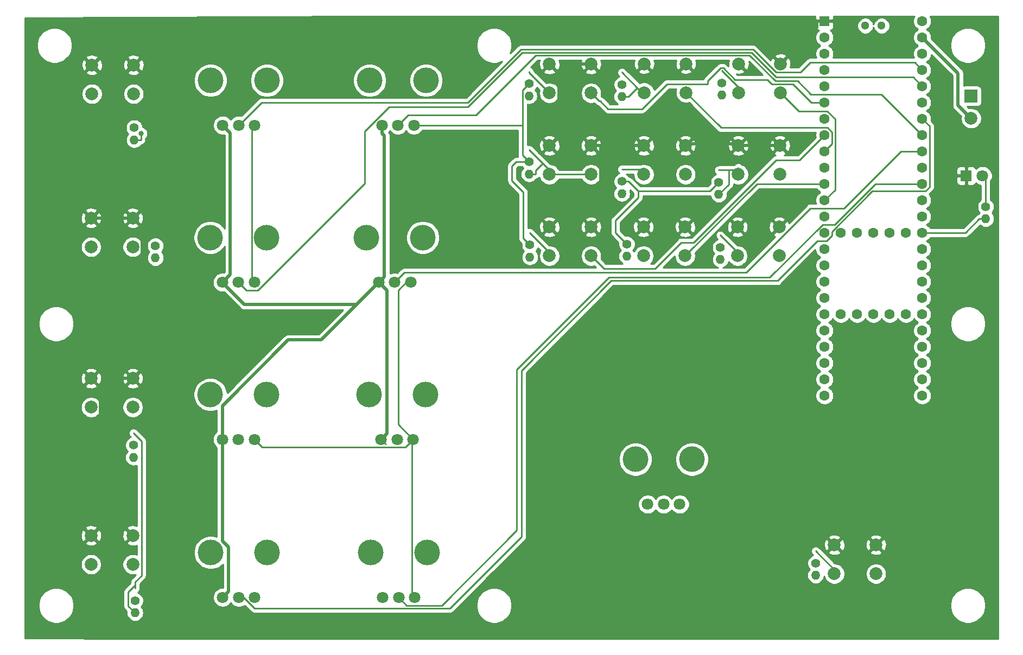
<source format=gbr>
%TF.GenerationSoftware,KiCad,Pcbnew,(5.1.4-0-10_14)*%
%TF.CreationDate,2020-08-27T08:39:53+02:00*%
%TF.ProjectId,the_mvp_v1.1,7468655f-6d76-4705-9f76-312e312e6b69,1.1*%
%TF.SameCoordinates,Original*%
%TF.FileFunction,Copper,L2,Bot*%
%TF.FilePolarity,Positive*%
%FSLAX46Y46*%
G04 Gerber Fmt 4.6, Leading zero omitted, Abs format (unit mm)*
G04 Created by KiCad (PCBNEW (5.1.4-0-10_14)) date 2020-08-27 08:39:53*
%MOMM*%
%LPD*%
G04 APERTURE LIST*
%ADD10C,2.000000*%
%ADD11O,1.400000X1.400000*%
%ADD12C,1.400000*%
%ADD13C,1.800000*%
%ADD14R,1.800000X1.800000*%
%ADD15R,2.000000X2.000000*%
%ADD16C,1.300000*%
%ADD17C,1.600000*%
%ADD18R,1.600000X1.600000*%
%ADD19C,4.000000*%
%ADD20C,0.800000*%
%ADD21C,0.500000*%
%ADD22C,0.250000*%
%ADD23C,0.254000*%
G04 APERTURE END LIST*
D10*
X94130000Y-70612000D03*
X94130000Y-75112000D03*
X87630000Y-70612000D03*
X87630000Y-75112000D03*
X94003000Y-94488000D03*
X94003000Y-98988000D03*
X87503000Y-94488000D03*
X87503000Y-98988000D03*
X94003000Y-119507000D03*
X94003000Y-124007000D03*
X87503000Y-119507000D03*
X87503000Y-124007000D03*
X195032000Y-70421500D03*
X195032000Y-74921500D03*
X188532000Y-70421500D03*
X188532000Y-74921500D03*
X180172000Y-95885000D03*
X180172000Y-100385000D03*
X173672000Y-95885000D03*
X173672000Y-100385000D03*
D11*
X227076000Y-94610000D03*
D12*
X227076000Y-92710000D03*
D11*
X200533000Y-150236000D03*
D12*
X200533000Y-148336000D03*
D11*
X185674000Y-100960000D03*
D12*
X185674000Y-99060000D03*
D11*
X185420000Y-90800000D03*
D12*
X185420000Y-88900000D03*
D11*
X185928000Y-75306000D03*
D12*
X185928000Y-73406000D03*
D11*
X171069000Y-100452000D03*
D12*
X171069000Y-98552000D03*
D11*
X170307000Y-90673000D03*
D12*
X170307000Y-88773000D03*
D11*
X170307000Y-75560000D03*
D12*
X170307000Y-73660000D03*
D11*
X155956000Y-100579000D03*
D12*
X155956000Y-98679000D03*
D11*
X155829000Y-87625000D03*
D12*
X155829000Y-85725000D03*
D11*
X155829000Y-75433000D03*
D12*
X155829000Y-73533000D03*
D11*
X94361000Y-156078000D03*
D12*
X94361000Y-154178000D03*
D11*
X94107000Y-131821000D03*
D12*
X94107000Y-129921000D03*
D11*
X97536000Y-100706000D03*
D12*
X97536000Y-98806000D03*
D11*
X94234000Y-82291000D03*
D12*
X94234000Y-80391000D03*
D13*
X226568000Y-87884000D03*
D14*
X224028000Y-87884000D03*
D10*
X224790000Y-78938000D03*
D15*
X224790000Y-75438000D03*
D10*
X165504000Y-95885000D03*
X165504000Y-100385000D03*
X159004000Y-95885000D03*
X159004000Y-100385000D03*
D16*
X210820000Y-64484000D03*
X208280000Y-64484000D03*
D17*
X214630000Y-109474000D03*
X212090000Y-109474000D03*
X209550000Y-109474000D03*
X207010000Y-109474000D03*
X204470000Y-109474000D03*
X201930000Y-104394000D03*
X201930000Y-106934000D03*
X201930000Y-109474000D03*
X201930000Y-112014000D03*
X201930000Y-101854000D03*
X201930000Y-99314000D03*
X201930000Y-96774000D03*
X201930000Y-114554000D03*
X201930000Y-117094000D03*
X201930000Y-119634000D03*
X201930000Y-122174000D03*
X217170000Y-122174000D03*
X217170000Y-119634000D03*
X217170000Y-117094000D03*
X217170000Y-114554000D03*
X217170000Y-112014000D03*
X217170000Y-109474000D03*
X217170000Y-106934000D03*
X217170000Y-104394000D03*
X217170000Y-101854000D03*
X217170000Y-99314000D03*
X201930000Y-94234000D03*
X201930000Y-91694000D03*
X201930000Y-89154000D03*
X201930000Y-86614000D03*
X201930000Y-84074000D03*
X201930000Y-81534000D03*
X201930000Y-78994000D03*
X201930000Y-76454000D03*
X201930000Y-73914000D03*
X201930000Y-71374000D03*
X201930000Y-68834000D03*
X201930000Y-66294000D03*
D18*
X201930000Y-63754000D03*
D17*
X217170000Y-96774000D03*
X217170000Y-94234000D03*
X217170000Y-91694000D03*
X217170000Y-89154000D03*
X217170000Y-86614000D03*
X217170000Y-84074000D03*
X217170000Y-81534000D03*
X217170000Y-78994000D03*
X217170000Y-76454000D03*
X217170000Y-73914000D03*
X217170000Y-71374000D03*
X217170000Y-68834000D03*
X217170000Y-66294000D03*
X217170000Y-63754000D03*
X209550000Y-96774000D03*
X212090000Y-96774000D03*
X214630000Y-96774000D03*
X207010000Y-96774000D03*
X204470000Y-96774000D03*
D10*
X209954000Y-145478000D03*
X209954000Y-149978000D03*
X203454000Y-145478000D03*
X203454000Y-149978000D03*
D19*
X114890000Y-122032000D03*
X106090000Y-122032000D03*
D13*
X112990000Y-129032000D03*
X110490000Y-129032000D03*
X107990000Y-129032000D03*
D19*
X139250000Y-97521000D03*
X130450000Y-97521000D03*
D13*
X137350000Y-104521000D03*
X134850000Y-104521000D03*
X132350000Y-104521000D03*
D19*
X114930000Y-146670000D03*
X106130000Y-146670000D03*
D13*
X113030000Y-153670000D03*
X110530000Y-153670000D03*
X108030000Y-153670000D03*
D19*
X181224000Y-132128000D03*
X172424000Y-132128000D03*
D13*
X179324000Y-139128000D03*
X176824000Y-139128000D03*
X174324000Y-139128000D03*
D19*
X139886000Y-146670000D03*
X131086000Y-146670000D03*
D13*
X137986000Y-153670000D03*
X135486000Y-153670000D03*
X132986000Y-153670000D03*
D19*
X139632000Y-122032000D03*
X130832000Y-122032000D03*
D13*
X137732000Y-129032000D03*
X135232000Y-129032000D03*
X132732000Y-129032000D03*
D19*
X139758000Y-73010000D03*
X130958000Y-73010000D03*
D13*
X137858000Y-80010000D03*
X135358000Y-80010000D03*
X132858000Y-80010000D03*
D19*
X114890000Y-97521000D03*
X106090000Y-97521000D03*
D13*
X112990000Y-104521000D03*
X110490000Y-104521000D03*
X107990000Y-104521000D03*
D19*
X114930000Y-73010000D03*
X106130000Y-73010000D03*
D13*
X113030000Y-80010000D03*
X110530000Y-80010000D03*
X108030000Y-80010000D03*
D10*
X94003000Y-144018000D03*
X94003000Y-148518000D03*
X87503000Y-144018000D03*
X87503000Y-148518000D03*
X194841000Y-95885000D03*
X194841000Y-100385000D03*
X188341000Y-95885000D03*
X188341000Y-100385000D03*
X194968000Y-83185000D03*
X194968000Y-87685000D03*
X188468000Y-83185000D03*
X188468000Y-87685000D03*
X180236000Y-83185000D03*
X180236000Y-87685000D03*
X173736000Y-83185000D03*
X173736000Y-87685000D03*
X180300000Y-70421500D03*
X180300000Y-74921500D03*
X173800000Y-70421500D03*
X173800000Y-74921500D03*
X165504000Y-83185000D03*
X165504000Y-87685000D03*
X159004000Y-83185000D03*
X159004000Y-87685000D03*
X165504000Y-70485000D03*
X165504000Y-74985000D03*
X159004000Y-70485000D03*
X159004000Y-74985000D03*
D20*
X95312400Y-81314400D03*
D21*
X90689900Y-72084700D02*
X90689900Y-94488000D01*
X87503000Y-70612000D02*
X88975700Y-72084700D01*
X88975700Y-72084700D02*
X90689900Y-72084700D01*
X90689900Y-94488000D02*
X87503000Y-94488000D01*
X166993000Y-83185000D02*
X166993000Y-94395900D01*
X166993000Y-94395900D02*
X165504000Y-95885000D01*
X173736000Y-83185000D02*
X166993000Y-83185000D01*
X88962500Y-120966000D02*
X88962500Y-142558000D01*
X94003000Y-119507000D02*
X90422000Y-119507000D01*
X90422000Y-119507000D02*
X88962500Y-120966000D01*
X201930000Y-63754000D02*
X200680000Y-63754000D01*
X200680000Y-63754000D02*
X200680000Y-64773800D01*
X200680000Y-64773800D02*
X195032000Y-70421500D01*
X180492000Y-82928600D02*
X188212000Y-82928600D01*
X88962500Y-142558000D02*
X92543500Y-142558000D01*
X92543500Y-142558000D02*
X94003000Y-144018000D01*
X88962500Y-142558000D02*
X87503000Y-144018000D01*
X87503000Y-119507000D02*
X88962500Y-120966000D01*
X160477000Y-81712300D02*
X164031000Y-81712300D01*
X164031000Y-81712300D02*
X165504000Y-83185000D01*
X160477000Y-81712300D02*
X159004000Y-83185000D01*
X165504000Y-70485000D02*
X161949000Y-70485000D01*
X161949000Y-70485000D02*
X160477000Y-71957700D01*
X159004000Y-70485000D02*
X160477000Y-71957700D01*
X160477000Y-71957700D02*
X160477000Y-81712300D01*
X166993000Y-83185000D02*
X165504000Y-83185000D01*
X188468000Y-83185000D02*
X194968000Y-83185000D01*
X94003000Y-119507000D02*
X95454300Y-118056000D01*
X95454300Y-118056000D02*
X95454300Y-95939300D01*
X95454300Y-95939300D02*
X94003000Y-94488000D01*
X94003000Y-94488000D02*
X90689900Y-94488000D01*
X90689900Y-72084700D02*
X92530300Y-72084700D01*
X92530300Y-72084700D02*
X94003000Y-70612000D01*
D22*
X159004000Y-74985000D02*
X155829000Y-71810000D01*
X155829000Y-71810000D02*
X155829000Y-71633000D01*
X199837000Y-76454000D02*
X201930000Y-76454000D01*
X196947000Y-73564000D02*
X199837000Y-76454000D01*
X195230000Y-73564000D02*
X196947000Y-73564000D01*
X195229610Y-73563610D02*
X195230000Y-73564000D01*
X193705610Y-73563610D02*
X195229610Y-73563610D01*
X193040000Y-72898000D02*
X193705610Y-73563610D01*
X187960000Y-72898000D02*
X193040000Y-72898000D01*
X186117991Y-71055991D02*
X187960000Y-72898000D01*
X183710900Y-73086690D02*
X185741599Y-71055991D01*
X183710900Y-73591100D02*
X183710900Y-73086690D01*
X185741599Y-71055991D02*
X186117991Y-71055991D01*
X177331000Y-73591100D02*
X183710900Y-73591100D01*
X165504000Y-74985000D02*
X166766000Y-76246900D01*
X166766000Y-76246900D02*
X166924900Y-76246900D01*
X166924900Y-76246900D02*
X168148000Y-77470000D01*
X168148000Y-77470000D02*
X173451906Y-77470000D01*
X173451906Y-77470000D02*
X174736953Y-76184953D01*
X174736953Y-76184953D02*
X177331000Y-73591100D01*
X155829000Y-87625000D02*
X156854300Y-87625000D01*
X156854300Y-87625000D02*
X156854300Y-87049600D01*
X156854300Y-87049600D02*
X157954000Y-85949900D01*
X157954000Y-85949900D02*
X155829000Y-83825000D01*
X159004000Y-87685000D02*
X159004000Y-87000000D01*
X159004000Y-87000000D02*
X157954000Y-85949900D01*
X165504000Y-87685000D02*
X159004000Y-87685000D01*
X159004000Y-100385000D02*
X159004000Y-99827000D01*
X159004000Y-99827000D02*
X155956000Y-96779000D01*
X194346000Y-85435000D02*
X198029000Y-85435000D01*
X181483000Y-98298000D02*
X194346000Y-85435000D01*
X179578000Y-98298000D02*
X181483000Y-98298000D01*
X167481000Y-102362000D02*
X175514000Y-102362000D01*
X175514000Y-102362000D02*
X179578000Y-98298000D01*
X198029000Y-85435000D02*
X201930000Y-81534000D01*
X165504000Y-100385000D02*
X167481000Y-102362000D01*
X172719600Y-74173000D02*
X173468000Y-74921500D01*
X173468000Y-74921500D02*
X173800000Y-74921500D01*
X170307000Y-71760000D02*
X172719600Y-74173000D01*
X170307000Y-75560000D02*
X171332600Y-75560000D01*
X171332600Y-75560000D02*
X172719600Y-74173000D01*
X201930000Y-84074000D02*
X203078000Y-82925600D01*
X203078000Y-82925600D02*
X203078000Y-81088500D01*
X203078000Y-81088500D02*
X202394000Y-80404100D01*
X202394000Y-80404100D02*
X185783000Y-80404100D01*
X185783000Y-80404100D02*
X180300000Y-74921500D01*
X173800000Y-74921500D02*
X173800000Y-74110000D01*
X170307000Y-86873000D02*
X172924000Y-86873000D01*
X172924000Y-86873000D02*
X173736000Y-87685000D01*
X173736000Y-87685000D02*
X173736000Y-87381000D01*
X170815000Y-90270900D02*
X170815000Y-90297000D01*
X173672000Y-100385000D02*
X173151700Y-100385000D01*
X201930000Y-89154000D02*
X191403000Y-89154000D01*
X191403000Y-89154000D02*
X180172000Y-100385000D01*
X201930000Y-91694000D02*
X203556000Y-90068300D01*
X203556000Y-90068300D02*
X203556000Y-79016700D01*
X203556000Y-79016700D02*
X202360000Y-77821400D01*
X202360000Y-77821400D02*
X197932000Y-77821400D01*
X197932000Y-77821400D02*
X195032000Y-74921500D01*
X188532000Y-74921500D02*
X188532000Y-74110000D01*
X188532000Y-74110000D02*
X185928000Y-71506000D01*
X187001600Y-87000000D02*
X187001600Y-89218400D01*
X187001600Y-89218400D02*
X185420000Y-90800000D01*
X187001600Y-87000000D02*
X187783000Y-87000000D01*
X187783000Y-87000000D02*
X188468000Y-87685000D01*
X185420000Y-87000000D02*
X187001600Y-87000000D01*
X188468000Y-87685000D02*
X188468000Y-86619000D01*
X188341000Y-100385000D02*
X188341000Y-99827000D01*
X188341000Y-99827000D02*
X185674000Y-97160000D01*
X200533000Y-146436000D02*
X203454000Y-149357000D01*
X203454000Y-149357000D02*
X203454000Y-149978000D01*
X134850000Y-104521000D02*
X136377000Y-102994000D01*
X136377000Y-102994000D02*
X189688000Y-102994000D01*
X189688000Y-102994000D02*
X199718000Y-92964000D01*
X199718000Y-92964000D02*
X204908000Y-92964000D01*
X204908000Y-92964000D02*
X213798000Y-84074000D01*
X213798000Y-84074000D02*
X217170000Y-84074000D01*
X135358000Y-80010000D02*
X136934000Y-78434500D01*
X136934000Y-78434500D02*
X147520000Y-78434500D01*
X147520000Y-78434500D02*
X156867000Y-69088200D01*
X156867000Y-69088200D02*
X190244000Y-69088200D01*
X190244000Y-69088200D02*
X194270000Y-73113600D01*
X194270000Y-73113600D02*
X197748000Y-73113600D01*
X197748000Y-73113600D02*
X199818000Y-75184000D01*
X199818000Y-75184000D02*
X210820000Y-75184000D01*
X210820000Y-75184000D02*
X217170000Y-81534000D01*
X217170000Y-78994000D02*
X218307000Y-80130700D01*
X218307000Y-80130700D02*
X218307000Y-89657300D01*
X218307000Y-89657300D02*
X217685000Y-90279400D01*
X217685000Y-90279400D02*
X209356000Y-90279400D01*
X209356000Y-90279400D02*
X203055000Y-96579700D01*
X203055000Y-96579700D02*
X203055000Y-97253400D01*
X203055000Y-97253400D02*
X202265000Y-98044000D01*
X202265000Y-98044000D02*
X200805000Y-98044000D01*
X200805000Y-98044000D02*
X194573000Y-104276000D01*
X194573000Y-104276000D02*
X171713000Y-104276000D01*
X171713000Y-104276000D02*
X171704000Y-104267000D01*
X171704000Y-104267000D02*
X168656000Y-104267000D01*
X168656000Y-104267000D02*
X154631000Y-118292000D01*
X154631000Y-118292000D02*
X154631000Y-144217000D01*
X154631000Y-144217000D02*
X143477000Y-155372000D01*
X143477000Y-155372000D02*
X112966000Y-155372000D01*
X112966000Y-155372000D02*
X111264000Y-153670000D01*
X111264000Y-153670000D02*
X110530000Y-153670000D01*
X146244700Y-77130500D02*
X154737400Y-68637800D01*
X154737400Y-68637800D02*
X154833000Y-68637800D01*
X146244700Y-77130500D02*
X146341000Y-77130500D01*
X110490000Y-104521000D02*
X111733000Y-105764000D01*
X111733000Y-105764000D02*
X113488000Y-105764000D01*
X113488000Y-105764000D02*
X130158000Y-89094400D01*
X130158000Y-89094400D02*
X130158000Y-80930200D01*
X130158000Y-80930200D02*
X133957000Y-77130500D01*
X133957000Y-77130500D02*
X146244700Y-77130500D01*
X154833000Y-68637800D02*
X190524000Y-68637800D01*
X190524000Y-68637800D02*
X194385000Y-72499400D01*
X194385000Y-72499400D02*
X215755000Y-72499400D01*
X215755000Y-72499400D02*
X217170000Y-73914000D01*
X114108000Y-76431700D02*
X110530000Y-80010000D01*
X146281700Y-76431700D02*
X114108000Y-76431700D01*
X190787000Y-68187400D02*
X154551390Y-68187400D01*
X146294395Y-76444395D02*
X146281700Y-76431700D01*
X194346000Y-71746900D02*
X190787000Y-68187400D01*
X198175000Y-71746900D02*
X194346000Y-71746900D01*
X154551390Y-68187400D02*
X146294395Y-76444395D01*
X199698000Y-70224600D02*
X198175000Y-71746900D01*
X216021000Y-70224600D02*
X199698000Y-70224600D01*
X217170000Y-71374000D02*
X216021000Y-70224600D01*
D21*
X217170000Y-66294000D02*
X222740400Y-71864400D01*
X222740400Y-71864400D02*
X222740400Y-76888400D01*
X222740400Y-76888400D02*
X224790000Y-78938000D01*
X108435000Y-104966000D02*
X107990000Y-104521000D01*
X128921000Y-107950000D02*
X111419000Y-107950000D01*
X111419000Y-107950000D02*
X108435000Y-104966000D01*
X128921000Y-107950000D02*
X132350000Y-104521000D01*
X107990000Y-129032000D02*
X107990000Y-123758000D01*
X107990000Y-123758000D02*
X118256000Y-113492000D01*
X118256000Y-113492000D02*
X123379000Y-113492000D01*
X123379000Y-113492000D02*
X128921000Y-107950000D01*
X108486000Y-153214000D02*
X108030000Y-153670000D01*
X107990000Y-129032000D02*
X107990000Y-144904000D01*
X107990000Y-144904000D02*
X108930000Y-145844000D01*
X108930000Y-145844000D02*
X108930000Y-152770000D01*
X108930000Y-152770000D02*
X108486000Y-153214000D01*
X108030000Y-80010000D02*
X109220000Y-81200000D01*
X109220000Y-81200000D02*
X109220000Y-103291000D01*
X109220000Y-103291000D02*
X107990000Y-104521000D01*
X132732000Y-129032000D02*
X133632000Y-128132000D01*
X133632000Y-128132000D02*
X133632000Y-105803000D01*
X133632000Y-105803000D02*
X132350000Y-104521000D01*
X132350000Y-104521000D02*
X128921000Y-107950000D01*
X132858000Y-80010000D02*
X132858000Y-81282800D01*
X132858000Y-81282800D02*
X133250000Y-81674800D01*
X133250000Y-81674800D02*
X133250000Y-103621000D01*
X133250000Y-103621000D02*
X132350000Y-104521000D01*
D22*
X133464000Y-153192000D02*
X132986000Y-153670000D01*
X132732000Y-129032000D02*
X133003000Y-129303000D01*
X133003000Y-129303000D02*
X133464000Y-129764000D01*
X108486000Y-153214000D02*
X108030000Y-153670000D01*
X107990000Y-129032000D02*
X108486000Y-129528000D01*
X133003000Y-129303000D02*
X133159000Y-129148000D01*
X108435000Y-104966000D02*
X107990000Y-104521000D01*
X108435000Y-128587000D02*
X107990000Y-129032000D01*
X94234000Y-82291000D02*
X95259300Y-82291000D01*
X95259300Y-82291000D02*
X95259300Y-81367500D01*
X95259300Y-81367500D02*
X95312400Y-81314400D01*
X94361000Y-151765500D02*
X93292900Y-152833600D01*
X93292900Y-152833600D02*
X93292900Y-155009900D01*
X93292900Y-155009900D02*
X94361000Y-156078000D01*
X94361000Y-151765500D02*
X94361000Y-152278000D01*
X94107000Y-128021000D02*
X95350000Y-129264000D01*
X95350000Y-129264000D02*
X95350000Y-150264000D01*
X95350000Y-150264000D02*
X94361000Y-151253000D01*
X94361000Y-151253000D02*
X94361000Y-151765500D01*
X184023000Y-90297000D02*
X185420000Y-88900000D01*
X112990000Y-129032000D02*
X114215000Y-130257000D01*
X114215000Y-130257000D02*
X136507000Y-130257000D01*
X136507000Y-130257000D02*
X137732000Y-129032000D01*
X171069000Y-98552000D02*
X169291000Y-96774000D01*
X137350000Y-104521000D02*
X136985000Y-104156000D01*
X113030000Y-80010000D02*
X112545000Y-80495200D01*
X112545000Y-80495200D02*
X112545000Y-104076000D01*
X112545000Y-104076000D02*
X112990000Y-104521000D01*
X137732000Y-129032000D02*
X135395000Y-126695000D01*
X135395000Y-126695000D02*
X135395000Y-105746000D01*
X135395000Y-105746000D02*
X136985000Y-104156000D01*
X136985000Y-104156000D02*
X136872000Y-104043000D01*
X137858000Y-80010000D02*
X154800000Y-80010000D01*
X155829000Y-85725000D02*
X154800000Y-84695800D01*
X154800000Y-84695800D02*
X154800000Y-80010000D01*
X154800000Y-80010000D02*
X154800000Y-74562200D01*
X154800000Y-74562200D02*
X155829000Y-73533000D01*
X155956000Y-98679000D02*
X154927000Y-97650400D01*
X137986000Y-153670000D02*
X137553000Y-153237000D01*
X137553000Y-153237000D02*
X137553000Y-129211000D01*
X137553000Y-129211000D02*
X137732000Y-129032000D01*
X155829000Y-85725000D02*
X153797000Y-85725000D01*
X153797000Y-85725000D02*
X153162000Y-86360000D01*
X153162000Y-88672000D02*
X154927000Y-90437000D01*
X153162000Y-86360000D02*
X153162000Y-88672000D01*
X154927000Y-97650400D02*
X154927000Y-90437000D01*
X169291000Y-96774000D02*
X169291000Y-94869000D01*
X172847000Y-91313000D02*
X172847000Y-90297000D01*
X169291000Y-94869000D02*
X172847000Y-91313000D01*
X172847000Y-90297000D02*
X184023000Y-90297000D01*
X171323000Y-88773000D02*
X170307000Y-88773000D01*
X172847000Y-90297000D02*
X171323000Y-88773000D01*
X226568000Y-87884000D02*
X227076000Y-88392000D01*
X227076000Y-88392000D02*
X227076000Y-92710000D01*
X226568000Y-87121800D02*
X226568000Y-87884000D01*
X227076000Y-94610000D02*
X226050700Y-94610000D01*
X217170000Y-96774000D02*
X223886700Y-96774000D01*
X223886700Y-96774000D02*
X226050700Y-94610000D01*
X135486000Y-153670000D02*
X136733000Y-154917000D01*
X136733000Y-154917000D02*
X142193000Y-154917000D01*
X142193000Y-154917000D02*
X153889000Y-143221000D01*
X153889000Y-143221000D02*
X153889000Y-118145000D01*
X153889000Y-118145000D02*
X168275000Y-103759000D01*
X168275000Y-103759000D02*
X193351000Y-103759000D01*
X193351000Y-103759000D02*
X201606000Y-95504000D01*
X201606000Y-95504000D02*
X203494000Y-95504000D01*
X203494000Y-95504000D02*
X209844000Y-89154000D01*
X209844000Y-89154000D02*
X217170000Y-89154000D01*
D23*
G36*
X108045001Y-152135000D02*
G01*
X107878816Y-152135000D01*
X107582257Y-152193989D01*
X107302905Y-152309701D01*
X107051495Y-152477688D01*
X106837688Y-152691495D01*
X106669701Y-152942905D01*
X106553989Y-153222257D01*
X106495000Y-153518816D01*
X106495000Y-153821184D01*
X106553989Y-154117743D01*
X106669701Y-154397095D01*
X106837688Y-154648505D01*
X107051495Y-154862312D01*
X107302905Y-155030299D01*
X107582257Y-155146011D01*
X107878816Y-155205000D01*
X108181184Y-155205000D01*
X108477743Y-155146011D01*
X108757095Y-155030299D01*
X108839000Y-154975572D01*
X108839000Y-156845000D01*
X105029000Y-156845000D01*
X105029000Y-149066055D01*
X105361399Y-149203739D01*
X105870475Y-149305000D01*
X106389525Y-149305000D01*
X106898601Y-149203739D01*
X107378141Y-149005107D01*
X107809715Y-148716738D01*
X108045000Y-148481453D01*
X108045001Y-152135000D01*
X108045001Y-152135000D01*
G37*
X108045001Y-152135000D02*
X107878816Y-152135000D01*
X107582257Y-152193989D01*
X107302905Y-152309701D01*
X107051495Y-152477688D01*
X106837688Y-152691495D01*
X106669701Y-152942905D01*
X106553989Y-153222257D01*
X106495000Y-153518816D01*
X106495000Y-153821184D01*
X106553989Y-154117743D01*
X106669701Y-154397095D01*
X106837688Y-154648505D01*
X107051495Y-154862312D01*
X107302905Y-155030299D01*
X107582257Y-155146011D01*
X107878816Y-155205000D01*
X108181184Y-155205000D01*
X108477743Y-155146011D01*
X108757095Y-155030299D01*
X108839000Y-154975572D01*
X108839000Y-156845000D01*
X105029000Y-156845000D01*
X105029000Y-149066055D01*
X105361399Y-149203739D01*
X105870475Y-149305000D01*
X106389525Y-149305000D01*
X106898601Y-149203739D01*
X107378141Y-149005107D01*
X107809715Y-148716738D01*
X108045000Y-148481453D01*
X108045001Y-152135000D01*
G36*
X105321399Y-124565739D02*
G01*
X105830475Y-124667000D01*
X106349525Y-124667000D01*
X106858601Y-124565739D01*
X107105001Y-124463677D01*
X107105000Y-127777210D01*
X107011495Y-127839688D01*
X106797688Y-128053495D01*
X106629701Y-128304905D01*
X106513989Y-128584257D01*
X106455000Y-128880816D01*
X106455000Y-129183184D01*
X106513989Y-129479743D01*
X106629701Y-129759095D01*
X106797688Y-130010505D01*
X107011495Y-130224312D01*
X107105000Y-130286790D01*
X107105001Y-144221755D01*
X106898601Y-144136261D01*
X106389525Y-144035000D01*
X105870475Y-144035000D01*
X105361399Y-144136261D01*
X105029000Y-144273945D01*
X105029000Y-124444623D01*
X105321399Y-124565739D01*
X105321399Y-124565739D01*
G37*
X105321399Y-124565739D02*
X105830475Y-124667000D01*
X106349525Y-124667000D01*
X106858601Y-124565739D01*
X107105001Y-124463677D01*
X107105000Y-127777210D01*
X107011495Y-127839688D01*
X106797688Y-128053495D01*
X106629701Y-128304905D01*
X106513989Y-128584257D01*
X106455000Y-128880816D01*
X106455000Y-129183184D01*
X106513989Y-129479743D01*
X106629701Y-129759095D01*
X106797688Y-130010505D01*
X107011495Y-130224312D01*
X107105000Y-130286790D01*
X107105001Y-144221755D01*
X106898601Y-144136261D01*
X106389525Y-144035000D01*
X105870475Y-144035000D01*
X105361399Y-144136261D01*
X105029000Y-144273945D01*
X105029000Y-124444623D01*
X105321399Y-124565739D01*
G36*
X108335001Y-102924420D02*
G01*
X108251482Y-103007940D01*
X108141184Y-102986000D01*
X107838816Y-102986000D01*
X107542257Y-103044989D01*
X107262905Y-103160701D01*
X107011495Y-103328688D01*
X106797688Y-103542495D01*
X106629701Y-103793905D01*
X106513989Y-104073257D01*
X106455000Y-104369816D01*
X106455000Y-104672184D01*
X106513989Y-104968743D01*
X106629701Y-105248095D01*
X106797688Y-105499505D01*
X107011495Y-105713312D01*
X107262905Y-105881299D01*
X107542257Y-105997011D01*
X107838816Y-106056000D01*
X108141184Y-106056000D01*
X108251482Y-106034060D01*
X108839000Y-106621578D01*
X108839000Y-121657422D01*
X108724825Y-121771597D01*
X108623739Y-121263399D01*
X108425107Y-120783859D01*
X108136738Y-120352285D01*
X107769715Y-119985262D01*
X107338141Y-119696893D01*
X106858601Y-119498261D01*
X106349525Y-119397000D01*
X105830475Y-119397000D01*
X105321399Y-119498261D01*
X105029000Y-119619377D01*
X105029000Y-99933623D01*
X105321399Y-100054739D01*
X105830475Y-100156000D01*
X106349525Y-100156000D01*
X106858601Y-100054739D01*
X107338141Y-99856107D01*
X107769715Y-99567738D01*
X108136738Y-99200715D01*
X108335001Y-98903994D01*
X108335001Y-102924420D01*
X108335001Y-102924420D01*
G37*
X108335001Y-102924420D02*
X108251482Y-103007940D01*
X108141184Y-102986000D01*
X107838816Y-102986000D01*
X107542257Y-103044989D01*
X107262905Y-103160701D01*
X107011495Y-103328688D01*
X106797688Y-103542495D01*
X106629701Y-103793905D01*
X106513989Y-104073257D01*
X106455000Y-104369816D01*
X106455000Y-104672184D01*
X106513989Y-104968743D01*
X106629701Y-105248095D01*
X106797688Y-105499505D01*
X107011495Y-105713312D01*
X107262905Y-105881299D01*
X107542257Y-105997011D01*
X107838816Y-106056000D01*
X108141184Y-106056000D01*
X108251482Y-106034060D01*
X108839000Y-106621578D01*
X108839000Y-121657422D01*
X108724825Y-121771597D01*
X108623739Y-121263399D01*
X108425107Y-120783859D01*
X108136738Y-120352285D01*
X107769715Y-119985262D01*
X107338141Y-119696893D01*
X106858601Y-119498261D01*
X106349525Y-119397000D01*
X105830475Y-119397000D01*
X105321399Y-119498261D01*
X105029000Y-119619377D01*
X105029000Y-99933623D01*
X105321399Y-100054739D01*
X105830475Y-100156000D01*
X106349525Y-100156000D01*
X106858601Y-100054739D01*
X107338141Y-99856107D01*
X107769715Y-99567738D01*
X108136738Y-99200715D01*
X108335001Y-98903994D01*
X108335001Y-102924420D01*
G36*
X106837688Y-79031495D02*
G01*
X106669701Y-79282905D01*
X106553989Y-79562257D01*
X106495000Y-79858816D01*
X106495000Y-80161184D01*
X106553989Y-80457743D01*
X106669701Y-80737095D01*
X106837688Y-80988505D01*
X107051495Y-81202312D01*
X107302905Y-81370299D01*
X107582257Y-81486011D01*
X107878816Y-81545000D01*
X108181184Y-81545000D01*
X108291482Y-81523061D01*
X108335000Y-81566579D01*
X108335001Y-96138006D01*
X108136738Y-95841285D01*
X107769715Y-95474262D01*
X107338141Y-95185893D01*
X106858601Y-94987261D01*
X106349525Y-94886000D01*
X105830475Y-94886000D01*
X105321399Y-94987261D01*
X105029000Y-95108377D01*
X105029000Y-79442968D01*
X105702452Y-78994000D01*
X106875183Y-78994000D01*
X106837688Y-79031495D01*
X106837688Y-79031495D01*
G37*
X106837688Y-79031495D02*
X106669701Y-79282905D01*
X106553989Y-79562257D01*
X106495000Y-79858816D01*
X106495000Y-80161184D01*
X106553989Y-80457743D01*
X106669701Y-80737095D01*
X106837688Y-80988505D01*
X107051495Y-81202312D01*
X107302905Y-81370299D01*
X107582257Y-81486011D01*
X107878816Y-81545000D01*
X108181184Y-81545000D01*
X108291482Y-81523061D01*
X108335000Y-81566579D01*
X108335001Y-96138006D01*
X108136738Y-95841285D01*
X107769715Y-95474262D01*
X107338141Y-95185893D01*
X106858601Y-94987261D01*
X106349525Y-94886000D01*
X105830475Y-94886000D01*
X105321399Y-94987261D01*
X105029000Y-95108377D01*
X105029000Y-79442968D01*
X105702452Y-78994000D01*
X106875183Y-78994000D01*
X106837688Y-79031495D01*
G36*
X200495000Y-63468250D02*
G01*
X200653750Y-63627000D01*
X201803000Y-63627000D01*
X201803000Y-63607000D01*
X202057000Y-63607000D01*
X202057000Y-63627000D01*
X203206250Y-63627000D01*
X203365000Y-63468250D01*
X203367926Y-62978500D01*
X215962313Y-62978500D01*
X215898320Y-63074273D01*
X215790147Y-63335426D01*
X215735000Y-63612665D01*
X215735000Y-63895335D01*
X215790147Y-64172574D01*
X215898320Y-64433727D01*
X216055363Y-64668759D01*
X216255241Y-64868637D01*
X216487759Y-65024000D01*
X216255241Y-65179363D01*
X216055363Y-65379241D01*
X215898320Y-65614273D01*
X215790147Y-65875426D01*
X215735000Y-66152665D01*
X215735000Y-66435335D01*
X215790147Y-66712574D01*
X215898320Y-66973727D01*
X216055363Y-67208759D01*
X216255241Y-67408637D01*
X216487759Y-67564000D01*
X216255241Y-67719363D01*
X216055363Y-67919241D01*
X215898320Y-68154273D01*
X215790147Y-68415426D01*
X215735000Y-68692665D01*
X215735000Y-68975335D01*
X215790147Y-69252574D01*
X215877971Y-69464600D01*
X203222029Y-69464600D01*
X203309853Y-69252574D01*
X203365000Y-68975335D01*
X203365000Y-68692665D01*
X203309853Y-68415426D01*
X203201680Y-68154273D01*
X203044637Y-67919241D01*
X202844759Y-67719363D01*
X202612241Y-67564000D01*
X202844759Y-67408637D01*
X203044637Y-67208759D01*
X203201680Y-66973727D01*
X203309853Y-66712574D01*
X203365000Y-66435335D01*
X203365000Y-66152665D01*
X203309853Y-65875426D01*
X203201680Y-65614273D01*
X203044637Y-65379241D01*
X202846039Y-65180643D01*
X202854482Y-65179812D01*
X202974180Y-65143502D01*
X203084494Y-65084537D01*
X203181185Y-65005185D01*
X203260537Y-64908494D01*
X203319502Y-64798180D01*
X203355812Y-64678482D01*
X203368072Y-64554000D01*
X203366898Y-64357439D01*
X206995000Y-64357439D01*
X206995000Y-64610561D01*
X207044381Y-64858821D01*
X207141247Y-65092676D01*
X207281875Y-65303140D01*
X207460860Y-65482125D01*
X207671324Y-65622753D01*
X207905179Y-65719619D01*
X208153439Y-65769000D01*
X208406561Y-65769000D01*
X208654821Y-65719619D01*
X208888676Y-65622753D01*
X209099140Y-65482125D01*
X209278125Y-65303140D01*
X209418753Y-65092676D01*
X209515619Y-64858821D01*
X209550000Y-64685973D01*
X209584381Y-64858821D01*
X209681247Y-65092676D01*
X209821875Y-65303140D01*
X210000860Y-65482125D01*
X210211324Y-65622753D01*
X210445179Y-65719619D01*
X210693439Y-65769000D01*
X210946561Y-65769000D01*
X211194821Y-65719619D01*
X211428676Y-65622753D01*
X211639140Y-65482125D01*
X211818125Y-65303140D01*
X211958753Y-65092676D01*
X212055619Y-64858821D01*
X212105000Y-64610561D01*
X212105000Y-64357439D01*
X212055619Y-64109179D01*
X211958753Y-63875324D01*
X211818125Y-63664860D01*
X211639140Y-63485875D01*
X211428676Y-63345247D01*
X211194821Y-63248381D01*
X210946561Y-63199000D01*
X210693439Y-63199000D01*
X210445179Y-63248381D01*
X210211324Y-63345247D01*
X210000860Y-63485875D01*
X209821875Y-63664860D01*
X209681247Y-63875324D01*
X209584381Y-64109179D01*
X209550000Y-64282027D01*
X209515619Y-64109179D01*
X209418753Y-63875324D01*
X209278125Y-63664860D01*
X209099140Y-63485875D01*
X208888676Y-63345247D01*
X208654821Y-63248381D01*
X208406561Y-63199000D01*
X208153439Y-63199000D01*
X207905179Y-63248381D01*
X207671324Y-63345247D01*
X207460860Y-63485875D01*
X207281875Y-63664860D01*
X207141247Y-63875324D01*
X207044381Y-64109179D01*
X206995000Y-64357439D01*
X203366898Y-64357439D01*
X203365000Y-64039750D01*
X203206250Y-63881000D01*
X202057000Y-63881000D01*
X202057000Y-63901000D01*
X201803000Y-63901000D01*
X201803000Y-63881000D01*
X200653750Y-63881000D01*
X200495000Y-64039750D01*
X200491928Y-64554000D01*
X200504188Y-64678482D01*
X200540498Y-64798180D01*
X200599463Y-64908494D01*
X200678815Y-65005185D01*
X200775506Y-65084537D01*
X200885820Y-65143502D01*
X201005518Y-65179812D01*
X201013961Y-65180643D01*
X200815363Y-65379241D01*
X200658320Y-65614273D01*
X200550147Y-65875426D01*
X200495000Y-66152665D01*
X200495000Y-66435335D01*
X200550147Y-66712574D01*
X200658320Y-66973727D01*
X200815363Y-67208759D01*
X201015241Y-67408637D01*
X201247759Y-67564000D01*
X201015241Y-67719363D01*
X200815363Y-67919241D01*
X200658320Y-68154273D01*
X200550147Y-68415426D01*
X200495000Y-68692665D01*
X200495000Y-68975335D01*
X200550147Y-69252574D01*
X200637971Y-69464600D01*
X199735410Y-69464600D01*
X199698175Y-69460924D01*
X199660765Y-69464600D01*
X199660667Y-69464600D01*
X199619125Y-69468692D01*
X199549185Y-69475564D01*
X199549106Y-69475588D01*
X199549014Y-69475597D01*
X199475575Y-69497874D01*
X199405915Y-69518987D01*
X199405838Y-69519028D01*
X199405753Y-69519054D01*
X199339728Y-69554346D01*
X199273869Y-69589529D01*
X199273801Y-69589585D01*
X199273724Y-69589626D01*
X199216220Y-69636818D01*
X199187126Y-69660684D01*
X199187064Y-69660746D01*
X199157999Y-69684599D01*
X199134257Y-69713529D01*
X197860300Y-70986900D01*
X196574023Y-70986900D01*
X196654384Y-70680392D01*
X196673718Y-70358905D01*
X196629961Y-70039825D01*
X196524795Y-69735412D01*
X196431814Y-69561456D01*
X196167413Y-69465692D01*
X195211605Y-70421500D01*
X195225748Y-70435643D01*
X195046143Y-70615248D01*
X195032000Y-70601105D01*
X195017858Y-70615248D01*
X194838253Y-70435643D01*
X194852395Y-70421500D01*
X193896587Y-69465692D01*
X193632186Y-69561456D01*
X193502381Y-69828285D01*
X192960259Y-69286087D01*
X194076192Y-69286087D01*
X195032000Y-70241895D01*
X195987808Y-69286087D01*
X195892044Y-69021686D01*
X195602429Y-68880796D01*
X195290892Y-68799116D01*
X194969405Y-68779782D01*
X194650325Y-68823539D01*
X194345912Y-68928705D01*
X194171956Y-69021686D01*
X194076192Y-69286087D01*
X192960259Y-69286087D01*
X191350819Y-67676422D01*
X191327001Y-67647399D01*
X191263607Y-67595373D01*
X191211320Y-67552456D01*
X191211299Y-67552445D01*
X191211276Y-67552426D01*
X191138014Y-67513266D01*
X191079296Y-67481875D01*
X191079274Y-67481868D01*
X191079247Y-67481854D01*
X190998722Y-67457427D01*
X190936038Y-67438408D01*
X190936015Y-67438406D01*
X190935986Y-67438397D01*
X190849088Y-67429838D01*
X190787053Y-67423724D01*
X190749702Y-67427400D01*
X154588712Y-67427400D01*
X154551389Y-67423724D01*
X154514066Y-67427400D01*
X154514057Y-67427400D01*
X154402404Y-67438397D01*
X154259143Y-67481854D01*
X154127114Y-67552426D01*
X154011389Y-67647399D01*
X153987591Y-67676397D01*
X152875095Y-68788893D01*
X153045974Y-68376354D01*
X153153000Y-67838299D01*
X153153000Y-67289701D01*
X153045974Y-66751646D01*
X152836035Y-66244808D01*
X152531250Y-65788666D01*
X152143334Y-65400750D01*
X151687192Y-65095965D01*
X151180354Y-64886026D01*
X150642299Y-64779000D01*
X150093701Y-64779000D01*
X149555646Y-64886026D01*
X149048808Y-65095965D01*
X148592666Y-65400750D01*
X148204750Y-65788666D01*
X147899965Y-66244808D01*
X147690026Y-66751646D01*
X147583000Y-67289701D01*
X147583000Y-67838299D01*
X147690026Y-68376354D01*
X147899965Y-68883192D01*
X148204750Y-69339334D01*
X148592666Y-69727250D01*
X149048808Y-70032035D01*
X149555646Y-70241974D01*
X150093701Y-70349000D01*
X150642299Y-70349000D01*
X151180354Y-70241974D01*
X151592894Y-70071095D01*
X145992289Y-75671700D01*
X114145305Y-75671700D01*
X114107967Y-75668024D01*
X114053399Y-75673401D01*
X113959014Y-75682697D01*
X113958995Y-75682703D01*
X113958982Y-75682704D01*
X113900285Y-75700512D01*
X113815753Y-75726154D01*
X113815736Y-75726163D01*
X113815723Y-75726167D01*
X113755032Y-75758610D01*
X113683724Y-75796726D01*
X113683712Y-75796736D01*
X113683697Y-75796744D01*
X113628150Y-75842334D01*
X113567999Y-75891699D01*
X113544190Y-75920711D01*
X110938864Y-78526255D01*
X110681184Y-78475000D01*
X110378816Y-78475000D01*
X110082257Y-78533989D01*
X109802905Y-78649701D01*
X109551495Y-78817688D01*
X109337688Y-79031495D01*
X109280000Y-79117831D01*
X109222312Y-79031495D01*
X109008505Y-78817688D01*
X108757095Y-78649701D01*
X108477743Y-78533989D01*
X108181184Y-78475000D01*
X107878816Y-78475000D01*
X107582257Y-78533989D01*
X107302905Y-78649701D01*
X107051495Y-78817688D01*
X106837688Y-79031495D01*
X106669701Y-79282905D01*
X106553989Y-79562257D01*
X106495000Y-79858816D01*
X106495000Y-80161184D01*
X106553989Y-80457743D01*
X106669701Y-80737095D01*
X106837688Y-80988505D01*
X107051495Y-81202312D01*
X107302905Y-81370299D01*
X107582257Y-81486011D01*
X107878816Y-81545000D01*
X108181184Y-81545000D01*
X108291482Y-81523061D01*
X108335000Y-81566579D01*
X108335001Y-96138006D01*
X108136738Y-95841285D01*
X107769715Y-95474262D01*
X107338141Y-95185893D01*
X106858601Y-94987261D01*
X106349525Y-94886000D01*
X105830475Y-94886000D01*
X105321399Y-94987261D01*
X104841859Y-95185893D01*
X104410285Y-95474262D01*
X104043262Y-95841285D01*
X103754893Y-96272859D01*
X103556261Y-96752399D01*
X103455000Y-97261475D01*
X103455000Y-97780525D01*
X103556261Y-98289601D01*
X103754893Y-98769141D01*
X104043262Y-99200715D01*
X104410285Y-99567738D01*
X104841859Y-99856107D01*
X105321399Y-100054739D01*
X105830475Y-100156000D01*
X106349525Y-100156000D01*
X106858601Y-100054739D01*
X107338141Y-99856107D01*
X107769715Y-99567738D01*
X108136738Y-99200715D01*
X108335001Y-98903994D01*
X108335001Y-102924420D01*
X108251482Y-103007940D01*
X108141184Y-102986000D01*
X107838816Y-102986000D01*
X107542257Y-103044989D01*
X107262905Y-103160701D01*
X107011495Y-103328688D01*
X106797688Y-103542495D01*
X106629701Y-103793905D01*
X106513989Y-104073257D01*
X106455000Y-104369816D01*
X106455000Y-104672184D01*
X106513989Y-104968743D01*
X106629701Y-105248095D01*
X106797688Y-105499505D01*
X107011495Y-105713312D01*
X107262905Y-105881299D01*
X107542257Y-105997011D01*
X107838816Y-106056000D01*
X108141184Y-106056000D01*
X108251482Y-106034060D01*
X110762468Y-108545047D01*
X110790183Y-108578817D01*
X110823951Y-108606530D01*
X110823953Y-108606532D01*
X110895452Y-108665210D01*
X110924941Y-108689411D01*
X111078687Y-108771589D01*
X111245510Y-108822195D01*
X111375523Y-108835000D01*
X111375533Y-108835000D01*
X111418999Y-108839281D01*
X111462465Y-108835000D01*
X126784421Y-108835000D01*
X123012422Y-112607000D01*
X118299465Y-112607000D01*
X118255999Y-112602719D01*
X118212533Y-112607000D01*
X118212523Y-112607000D01*
X118082510Y-112619805D01*
X117915687Y-112670411D01*
X117761941Y-112752589D01*
X117761939Y-112752590D01*
X117761940Y-112752590D01*
X117660953Y-112835468D01*
X117660951Y-112835470D01*
X117627183Y-112863183D01*
X117599470Y-112896951D01*
X108724825Y-121771597D01*
X108623739Y-121263399D01*
X108425107Y-120783859D01*
X108136738Y-120352285D01*
X107769715Y-119985262D01*
X107338141Y-119696893D01*
X106858601Y-119498261D01*
X106349525Y-119397000D01*
X105830475Y-119397000D01*
X105321399Y-119498261D01*
X104841859Y-119696893D01*
X104410285Y-119985262D01*
X104043262Y-120352285D01*
X103754893Y-120783859D01*
X103556261Y-121263399D01*
X103455000Y-121772475D01*
X103455000Y-122291525D01*
X103556261Y-122800601D01*
X103754893Y-123280141D01*
X104043262Y-123711715D01*
X104410285Y-124078738D01*
X104841859Y-124367107D01*
X105321399Y-124565739D01*
X105830475Y-124667000D01*
X106349525Y-124667000D01*
X106858601Y-124565739D01*
X107105001Y-124463677D01*
X107105000Y-127777210D01*
X107011495Y-127839688D01*
X106797688Y-128053495D01*
X106629701Y-128304905D01*
X106513989Y-128584257D01*
X106455000Y-128880816D01*
X106455000Y-129183184D01*
X106513989Y-129479743D01*
X106629701Y-129759095D01*
X106797688Y-130010505D01*
X107011495Y-130224312D01*
X107105000Y-130286790D01*
X107105001Y-144221755D01*
X106898601Y-144136261D01*
X106389525Y-144035000D01*
X105870475Y-144035000D01*
X105361399Y-144136261D01*
X104881859Y-144334893D01*
X104450285Y-144623262D01*
X104083262Y-144990285D01*
X103794893Y-145421859D01*
X103596261Y-145901399D01*
X103495000Y-146410475D01*
X103495000Y-146929525D01*
X103596261Y-147438601D01*
X103794893Y-147918141D01*
X104083262Y-148349715D01*
X104450285Y-148716738D01*
X104881859Y-149005107D01*
X105361399Y-149203739D01*
X105870475Y-149305000D01*
X106389525Y-149305000D01*
X106898601Y-149203739D01*
X107378141Y-149005107D01*
X107809715Y-148716738D01*
X108045000Y-148481453D01*
X108045001Y-152135000D01*
X107878816Y-152135000D01*
X107582257Y-152193989D01*
X107302905Y-152309701D01*
X107051495Y-152477688D01*
X106837688Y-152691495D01*
X106669701Y-152942905D01*
X106553989Y-153222257D01*
X106495000Y-153518816D01*
X106495000Y-153821184D01*
X106553989Y-154117743D01*
X106669701Y-154397095D01*
X106837688Y-154648505D01*
X107051495Y-154862312D01*
X107302905Y-155030299D01*
X107582257Y-155146011D01*
X107878816Y-155205000D01*
X108181184Y-155205000D01*
X108477743Y-155146011D01*
X108757095Y-155030299D01*
X109008505Y-154862312D01*
X109222312Y-154648505D01*
X109280000Y-154562169D01*
X109337688Y-154648505D01*
X109551495Y-154862312D01*
X109802905Y-155030299D01*
X110082257Y-155146011D01*
X110378816Y-155205000D01*
X110681184Y-155205000D01*
X110977743Y-155146011D01*
X111257095Y-155030299D01*
X111432377Y-154913179D01*
X112402205Y-155883008D01*
X112425999Y-155912001D01*
X112454992Y-155935795D01*
X112454996Y-155935799D01*
X112525685Y-155993811D01*
X112541724Y-156006974D01*
X112673753Y-156077546D01*
X112817014Y-156121003D01*
X112928667Y-156132000D01*
X112928676Y-156132000D01*
X112965999Y-156135676D01*
X113003322Y-156132000D01*
X143439694Y-156132000D01*
X143477034Y-156135676D01*
X143534019Y-156130061D01*
X143625986Y-156121003D01*
X143626004Y-156120997D01*
X143626019Y-156120996D01*
X143691294Y-156101193D01*
X143769247Y-156077546D01*
X143769263Y-156077538D01*
X143769278Y-156077533D01*
X143831268Y-156044395D01*
X143901276Y-156006974D01*
X143901290Y-156006962D01*
X143901304Y-156006955D01*
X143954455Y-155963331D01*
X144017001Y-155912001D01*
X144040812Y-155882988D01*
X145257989Y-154665701D01*
X147583000Y-154665701D01*
X147583000Y-155214299D01*
X147690026Y-155752354D01*
X147899965Y-156259192D01*
X148204750Y-156715334D01*
X148592666Y-157103250D01*
X149048808Y-157408035D01*
X149555646Y-157617974D01*
X150093701Y-157725000D01*
X150642299Y-157725000D01*
X151180354Y-157617974D01*
X151687192Y-157408035D01*
X152143334Y-157103250D01*
X152531250Y-156715334D01*
X152836035Y-156259192D01*
X153045974Y-155752354D01*
X153153000Y-155214299D01*
X153153000Y-154665701D01*
X221497000Y-154665701D01*
X221497000Y-155214299D01*
X221604026Y-155752354D01*
X221813965Y-156259192D01*
X222118750Y-156715334D01*
X222506666Y-157103250D01*
X222962808Y-157408035D01*
X223469646Y-157617974D01*
X224007701Y-157725000D01*
X224556299Y-157725000D01*
X225094354Y-157617974D01*
X225601192Y-157408035D01*
X226057334Y-157103250D01*
X226445250Y-156715334D01*
X226750035Y-156259192D01*
X226959974Y-155752354D01*
X227067000Y-155214299D01*
X227067000Y-154665701D01*
X226959974Y-154127646D01*
X226750035Y-153620808D01*
X226445250Y-153164666D01*
X226057334Y-152776750D01*
X225601192Y-152471965D01*
X225094354Y-152262026D01*
X224556299Y-152155000D01*
X224007701Y-152155000D01*
X223469646Y-152262026D01*
X222962808Y-152471965D01*
X222506666Y-152776750D01*
X222118750Y-153164666D01*
X221813965Y-153620808D01*
X221604026Y-154127646D01*
X221497000Y-154665701D01*
X153153000Y-154665701D01*
X153045974Y-154127646D01*
X152836035Y-153620808D01*
X152531250Y-153164666D01*
X152143334Y-152776750D01*
X151687192Y-152471965D01*
X151180354Y-152262026D01*
X150642299Y-152155000D01*
X150093701Y-152155000D01*
X149555646Y-152262026D01*
X149048808Y-152471965D01*
X148592666Y-152776750D01*
X148204750Y-153164666D01*
X147899965Y-153620808D01*
X147690026Y-154127646D01*
X147583000Y-154665701D01*
X145257989Y-154665701D01*
X149687293Y-150236000D01*
X199191541Y-150236000D01*
X199217317Y-150497706D01*
X199293653Y-150749354D01*
X199417618Y-150981275D01*
X199584445Y-151184555D01*
X199787725Y-151351382D01*
X200019646Y-151475347D01*
X200271294Y-151551683D01*
X200467421Y-151571000D01*
X200598579Y-151571000D01*
X200794706Y-151551683D01*
X201046354Y-151475347D01*
X201278275Y-151351382D01*
X201481555Y-151184555D01*
X201648382Y-150981275D01*
X201772347Y-150749354D01*
X201848683Y-150497706D01*
X201862480Y-150357623D01*
X201881832Y-150454912D01*
X202005082Y-150752463D01*
X202184013Y-151020252D01*
X202411748Y-151247987D01*
X202679537Y-151426918D01*
X202977088Y-151550168D01*
X203292967Y-151613000D01*
X203615033Y-151613000D01*
X203930912Y-151550168D01*
X204228463Y-151426918D01*
X204496252Y-151247987D01*
X204723987Y-151020252D01*
X204902918Y-150752463D01*
X205026168Y-150454912D01*
X205089000Y-150139033D01*
X205089000Y-149816967D01*
X208319000Y-149816967D01*
X208319000Y-150139033D01*
X208381832Y-150454912D01*
X208505082Y-150752463D01*
X208684013Y-151020252D01*
X208911748Y-151247987D01*
X209179537Y-151426918D01*
X209477088Y-151550168D01*
X209792967Y-151613000D01*
X210115033Y-151613000D01*
X210430912Y-151550168D01*
X210728463Y-151426918D01*
X210996252Y-151247987D01*
X211223987Y-151020252D01*
X211402918Y-150752463D01*
X211526168Y-150454912D01*
X211589000Y-150139033D01*
X211589000Y-149816967D01*
X211526168Y-149501088D01*
X211402918Y-149203537D01*
X211223987Y-148935748D01*
X210996252Y-148708013D01*
X210728463Y-148529082D01*
X210430912Y-148405832D01*
X210115033Y-148343000D01*
X209792967Y-148343000D01*
X209477088Y-148405832D01*
X209179537Y-148529082D01*
X208911748Y-148708013D01*
X208684013Y-148935748D01*
X208505082Y-149203537D01*
X208381832Y-149501088D01*
X208319000Y-149816967D01*
X205089000Y-149816967D01*
X205026168Y-149501088D01*
X204902918Y-149203537D01*
X204723987Y-148935748D01*
X204496252Y-148708013D01*
X204228463Y-148529082D01*
X203930912Y-148405832D01*
X203615033Y-148343000D01*
X203514802Y-148343000D01*
X201785215Y-146613413D01*
X202498192Y-146613413D01*
X202593956Y-146877814D01*
X202883571Y-147018704D01*
X203195108Y-147100384D01*
X203516595Y-147119718D01*
X203835675Y-147075961D01*
X204140088Y-146970795D01*
X204314044Y-146877814D01*
X204409808Y-146613413D01*
X208998192Y-146613413D01*
X209093956Y-146877814D01*
X209383571Y-147018704D01*
X209695108Y-147100384D01*
X210016595Y-147119718D01*
X210335675Y-147075961D01*
X210640088Y-146970795D01*
X210814044Y-146877814D01*
X210909808Y-146613413D01*
X209954000Y-145657605D01*
X208998192Y-146613413D01*
X204409808Y-146613413D01*
X203454000Y-145657605D01*
X202498192Y-146613413D01*
X201785215Y-146613413D01*
X201044002Y-145872201D01*
X200957276Y-145801026D01*
X200825246Y-145730454D01*
X200681985Y-145686998D01*
X200533000Y-145672324D01*
X200384015Y-145686998D01*
X200240754Y-145730454D01*
X200108724Y-145801026D01*
X199992999Y-145895999D01*
X199898026Y-146011724D01*
X199827454Y-146143754D01*
X199783998Y-146287015D01*
X199769324Y-146436000D01*
X199783998Y-146584985D01*
X199827454Y-146728246D01*
X199898026Y-146860276D01*
X199969201Y-146947002D01*
X200094740Y-147072541D01*
X199900641Y-147152939D01*
X199681987Y-147299038D01*
X199496038Y-147484987D01*
X199349939Y-147703641D01*
X199249304Y-147946595D01*
X199198000Y-148204514D01*
X199198000Y-148467486D01*
X199249304Y-148725405D01*
X199349939Y-148968359D01*
X199496038Y-149187013D01*
X199591050Y-149282025D01*
X199584445Y-149287445D01*
X199417618Y-149490725D01*
X199293653Y-149722646D01*
X199217317Y-149974294D01*
X199191541Y-150236000D01*
X149687293Y-150236000D01*
X154382277Y-145540595D01*
X201812282Y-145540595D01*
X201856039Y-145859675D01*
X201961205Y-146164088D01*
X202054186Y-146338044D01*
X202318587Y-146433808D01*
X203274395Y-145478000D01*
X203633605Y-145478000D01*
X204589413Y-146433808D01*
X204853814Y-146338044D01*
X204994704Y-146048429D01*
X205076384Y-145736892D01*
X205088189Y-145540595D01*
X208312282Y-145540595D01*
X208356039Y-145859675D01*
X208461205Y-146164088D01*
X208554186Y-146338044D01*
X208818587Y-146433808D01*
X209774395Y-145478000D01*
X210133605Y-145478000D01*
X211089413Y-146433808D01*
X211353814Y-146338044D01*
X211494704Y-146048429D01*
X211576384Y-145736892D01*
X211595718Y-145415405D01*
X211551961Y-145096325D01*
X211446795Y-144791912D01*
X211353814Y-144617956D01*
X211089413Y-144522192D01*
X210133605Y-145478000D01*
X209774395Y-145478000D01*
X208818587Y-144522192D01*
X208554186Y-144617956D01*
X208413296Y-144907571D01*
X208331616Y-145219108D01*
X208312282Y-145540595D01*
X205088189Y-145540595D01*
X205095718Y-145415405D01*
X205051961Y-145096325D01*
X204946795Y-144791912D01*
X204853814Y-144617956D01*
X204589413Y-144522192D01*
X203633605Y-145478000D01*
X203274395Y-145478000D01*
X202318587Y-144522192D01*
X202054186Y-144617956D01*
X201913296Y-144907571D01*
X201831616Y-145219108D01*
X201812282Y-145540595D01*
X154382277Y-145540595D01*
X155142018Y-144780787D01*
X155171001Y-144757001D01*
X155194808Y-144727992D01*
X155194822Y-144727978D01*
X155218311Y-144699354D01*
X155265974Y-144641276D01*
X155265983Y-144641259D01*
X155265992Y-144641248D01*
X155298408Y-144580597D01*
X155336546Y-144509247D01*
X155336551Y-144509232D01*
X155336559Y-144509216D01*
X155357102Y-144441482D01*
X155380003Y-144365986D01*
X155380005Y-144365966D01*
X155380009Y-144365953D01*
X155382309Y-144342587D01*
X202498192Y-144342587D01*
X203454000Y-145298395D01*
X204409808Y-144342587D01*
X208998192Y-144342587D01*
X209954000Y-145298395D01*
X210909808Y-144342587D01*
X210814044Y-144078186D01*
X210524429Y-143937296D01*
X210212892Y-143855616D01*
X209891405Y-143836282D01*
X209572325Y-143880039D01*
X209267912Y-143985205D01*
X209093956Y-144078186D01*
X208998192Y-144342587D01*
X204409808Y-144342587D01*
X204314044Y-144078186D01*
X204024429Y-143937296D01*
X203712892Y-143855616D01*
X203391405Y-143836282D01*
X203072325Y-143880039D01*
X202767912Y-143985205D01*
X202593956Y-144078186D01*
X202498192Y-144342587D01*
X155382309Y-144342587D01*
X155385670Y-144308452D01*
X155391000Y-144254333D01*
X155391000Y-144254307D01*
X155394676Y-144216966D01*
X155391000Y-144179659D01*
X155391000Y-138976816D01*
X172789000Y-138976816D01*
X172789000Y-139279184D01*
X172847989Y-139575743D01*
X172963701Y-139855095D01*
X173131688Y-140106505D01*
X173345495Y-140320312D01*
X173596905Y-140488299D01*
X173876257Y-140604011D01*
X174172816Y-140663000D01*
X174475184Y-140663000D01*
X174771743Y-140604011D01*
X175051095Y-140488299D01*
X175302505Y-140320312D01*
X175516312Y-140106505D01*
X175574000Y-140020169D01*
X175631688Y-140106505D01*
X175845495Y-140320312D01*
X176096905Y-140488299D01*
X176376257Y-140604011D01*
X176672816Y-140663000D01*
X176975184Y-140663000D01*
X177271743Y-140604011D01*
X177551095Y-140488299D01*
X177802505Y-140320312D01*
X178016312Y-140106505D01*
X178074000Y-140020169D01*
X178131688Y-140106505D01*
X178345495Y-140320312D01*
X178596905Y-140488299D01*
X178876257Y-140604011D01*
X179172816Y-140663000D01*
X179475184Y-140663000D01*
X179771743Y-140604011D01*
X180051095Y-140488299D01*
X180302505Y-140320312D01*
X180516312Y-140106505D01*
X180684299Y-139855095D01*
X180800011Y-139575743D01*
X180859000Y-139279184D01*
X180859000Y-138976816D01*
X180800011Y-138680257D01*
X180684299Y-138400905D01*
X180516312Y-138149495D01*
X180302505Y-137935688D01*
X180051095Y-137767701D01*
X179771743Y-137651989D01*
X179475184Y-137593000D01*
X179172816Y-137593000D01*
X178876257Y-137651989D01*
X178596905Y-137767701D01*
X178345495Y-137935688D01*
X178131688Y-138149495D01*
X178074000Y-138235831D01*
X178016312Y-138149495D01*
X177802505Y-137935688D01*
X177551095Y-137767701D01*
X177271743Y-137651989D01*
X176975184Y-137593000D01*
X176672816Y-137593000D01*
X176376257Y-137651989D01*
X176096905Y-137767701D01*
X175845495Y-137935688D01*
X175631688Y-138149495D01*
X175574000Y-138235831D01*
X175516312Y-138149495D01*
X175302505Y-137935688D01*
X175051095Y-137767701D01*
X174771743Y-137651989D01*
X174475184Y-137593000D01*
X174172816Y-137593000D01*
X173876257Y-137651989D01*
X173596905Y-137767701D01*
X173345495Y-137935688D01*
X173131688Y-138149495D01*
X172963701Y-138400905D01*
X172847989Y-138680257D01*
X172789000Y-138976816D01*
X155391000Y-138976816D01*
X155391000Y-131868475D01*
X169789000Y-131868475D01*
X169789000Y-132387525D01*
X169890261Y-132896601D01*
X170088893Y-133376141D01*
X170377262Y-133807715D01*
X170744285Y-134174738D01*
X171175859Y-134463107D01*
X171655399Y-134661739D01*
X172164475Y-134763000D01*
X172683525Y-134763000D01*
X173192601Y-134661739D01*
X173672141Y-134463107D01*
X174103715Y-134174738D01*
X174470738Y-133807715D01*
X174759107Y-133376141D01*
X174957739Y-132896601D01*
X175059000Y-132387525D01*
X175059000Y-131868475D01*
X178589000Y-131868475D01*
X178589000Y-132387525D01*
X178690261Y-132896601D01*
X178888893Y-133376141D01*
X179177262Y-133807715D01*
X179544285Y-134174738D01*
X179975859Y-134463107D01*
X180455399Y-134661739D01*
X180964475Y-134763000D01*
X181483525Y-134763000D01*
X181992601Y-134661739D01*
X182472141Y-134463107D01*
X182903715Y-134174738D01*
X183270738Y-133807715D01*
X183559107Y-133376141D01*
X183757739Y-132896601D01*
X183859000Y-132387525D01*
X183859000Y-131868475D01*
X183757739Y-131359399D01*
X183559107Y-130879859D01*
X183270738Y-130448285D01*
X182903715Y-130081262D01*
X182472141Y-129792893D01*
X181992601Y-129594261D01*
X181483525Y-129493000D01*
X180964475Y-129493000D01*
X180455399Y-129594261D01*
X179975859Y-129792893D01*
X179544285Y-130081262D01*
X179177262Y-130448285D01*
X178888893Y-130879859D01*
X178690261Y-131359399D01*
X178589000Y-131868475D01*
X175059000Y-131868475D01*
X174957739Y-131359399D01*
X174759107Y-130879859D01*
X174470738Y-130448285D01*
X174103715Y-130081262D01*
X173672141Y-129792893D01*
X173192601Y-129594261D01*
X172683525Y-129493000D01*
X172164475Y-129493000D01*
X171655399Y-129594261D01*
X171175859Y-129792893D01*
X170744285Y-130081262D01*
X170377262Y-130448285D01*
X170088893Y-130879859D01*
X169890261Y-131359399D01*
X169789000Y-131868475D01*
X155391000Y-131868475D01*
X155391000Y-118606801D01*
X168970802Y-105027000D01*
X171584290Y-105027000D01*
X171675667Y-105036000D01*
X171675678Y-105036000D01*
X171713000Y-105039676D01*
X171750323Y-105036000D01*
X194535678Y-105036000D01*
X194573000Y-105039676D01*
X194610322Y-105036000D01*
X194610333Y-105036000D01*
X194721986Y-105025003D01*
X194865247Y-104981546D01*
X194997276Y-104910974D01*
X195113001Y-104816001D01*
X195136804Y-104786997D01*
X200495000Y-99428802D01*
X200495000Y-99455335D01*
X200550147Y-99732574D01*
X200658320Y-99993727D01*
X200815363Y-100228759D01*
X201015241Y-100428637D01*
X201247759Y-100584000D01*
X201015241Y-100739363D01*
X200815363Y-100939241D01*
X200658320Y-101174273D01*
X200550147Y-101435426D01*
X200495000Y-101712665D01*
X200495000Y-101995335D01*
X200550147Y-102272574D01*
X200658320Y-102533727D01*
X200815363Y-102768759D01*
X201015241Y-102968637D01*
X201247759Y-103124000D01*
X201015241Y-103279363D01*
X200815363Y-103479241D01*
X200658320Y-103714273D01*
X200550147Y-103975426D01*
X200495000Y-104252665D01*
X200495000Y-104535335D01*
X200550147Y-104812574D01*
X200658320Y-105073727D01*
X200815363Y-105308759D01*
X201015241Y-105508637D01*
X201247759Y-105664000D01*
X201015241Y-105819363D01*
X200815363Y-106019241D01*
X200658320Y-106254273D01*
X200550147Y-106515426D01*
X200495000Y-106792665D01*
X200495000Y-107075335D01*
X200550147Y-107352574D01*
X200658320Y-107613727D01*
X200815363Y-107848759D01*
X201015241Y-108048637D01*
X201247759Y-108204000D01*
X201015241Y-108359363D01*
X200815363Y-108559241D01*
X200658320Y-108794273D01*
X200550147Y-109055426D01*
X200495000Y-109332665D01*
X200495000Y-109615335D01*
X200550147Y-109892574D01*
X200658320Y-110153727D01*
X200815363Y-110388759D01*
X201015241Y-110588637D01*
X201247759Y-110744000D01*
X201015241Y-110899363D01*
X200815363Y-111099241D01*
X200658320Y-111334273D01*
X200550147Y-111595426D01*
X200495000Y-111872665D01*
X200495000Y-112155335D01*
X200550147Y-112432574D01*
X200658320Y-112693727D01*
X200815363Y-112928759D01*
X201015241Y-113128637D01*
X201247759Y-113284000D01*
X201015241Y-113439363D01*
X200815363Y-113639241D01*
X200658320Y-113874273D01*
X200550147Y-114135426D01*
X200495000Y-114412665D01*
X200495000Y-114695335D01*
X200550147Y-114972574D01*
X200658320Y-115233727D01*
X200815363Y-115468759D01*
X201015241Y-115668637D01*
X201247759Y-115824000D01*
X201015241Y-115979363D01*
X200815363Y-116179241D01*
X200658320Y-116414273D01*
X200550147Y-116675426D01*
X200495000Y-116952665D01*
X200495000Y-117235335D01*
X200550147Y-117512574D01*
X200658320Y-117773727D01*
X200815363Y-118008759D01*
X201015241Y-118208637D01*
X201247759Y-118364000D01*
X201015241Y-118519363D01*
X200815363Y-118719241D01*
X200658320Y-118954273D01*
X200550147Y-119215426D01*
X200495000Y-119492665D01*
X200495000Y-119775335D01*
X200550147Y-120052574D01*
X200658320Y-120313727D01*
X200815363Y-120548759D01*
X201015241Y-120748637D01*
X201247759Y-120904000D01*
X201015241Y-121059363D01*
X200815363Y-121259241D01*
X200658320Y-121494273D01*
X200550147Y-121755426D01*
X200495000Y-122032665D01*
X200495000Y-122315335D01*
X200550147Y-122592574D01*
X200658320Y-122853727D01*
X200815363Y-123088759D01*
X201015241Y-123288637D01*
X201250273Y-123445680D01*
X201511426Y-123553853D01*
X201788665Y-123609000D01*
X202071335Y-123609000D01*
X202348574Y-123553853D01*
X202609727Y-123445680D01*
X202844759Y-123288637D01*
X203044637Y-123088759D01*
X203201680Y-122853727D01*
X203309853Y-122592574D01*
X203365000Y-122315335D01*
X203365000Y-122032665D01*
X203309853Y-121755426D01*
X203201680Y-121494273D01*
X203044637Y-121259241D01*
X202844759Y-121059363D01*
X202612241Y-120904000D01*
X202844759Y-120748637D01*
X203044637Y-120548759D01*
X203201680Y-120313727D01*
X203309853Y-120052574D01*
X203365000Y-119775335D01*
X203365000Y-119492665D01*
X203309853Y-119215426D01*
X203201680Y-118954273D01*
X203044637Y-118719241D01*
X202844759Y-118519363D01*
X202612241Y-118364000D01*
X202844759Y-118208637D01*
X203044637Y-118008759D01*
X203201680Y-117773727D01*
X203309853Y-117512574D01*
X203365000Y-117235335D01*
X203365000Y-116952665D01*
X203309853Y-116675426D01*
X203201680Y-116414273D01*
X203044637Y-116179241D01*
X202844759Y-115979363D01*
X202612241Y-115824000D01*
X202844759Y-115668637D01*
X203044637Y-115468759D01*
X203201680Y-115233727D01*
X203309853Y-114972574D01*
X203365000Y-114695335D01*
X203365000Y-114412665D01*
X203309853Y-114135426D01*
X203201680Y-113874273D01*
X203044637Y-113639241D01*
X202844759Y-113439363D01*
X202612241Y-113284000D01*
X202844759Y-113128637D01*
X203044637Y-112928759D01*
X203201680Y-112693727D01*
X203309853Y-112432574D01*
X203365000Y-112155335D01*
X203365000Y-111872665D01*
X203309853Y-111595426D01*
X203201680Y-111334273D01*
X203044637Y-111099241D01*
X202844759Y-110899363D01*
X202612241Y-110744000D01*
X202844759Y-110588637D01*
X203044637Y-110388759D01*
X203200000Y-110156241D01*
X203355363Y-110388759D01*
X203555241Y-110588637D01*
X203790273Y-110745680D01*
X204051426Y-110853853D01*
X204328665Y-110909000D01*
X204611335Y-110909000D01*
X204888574Y-110853853D01*
X205149727Y-110745680D01*
X205384759Y-110588637D01*
X205584637Y-110388759D01*
X205740000Y-110156241D01*
X205895363Y-110388759D01*
X206095241Y-110588637D01*
X206330273Y-110745680D01*
X206591426Y-110853853D01*
X206868665Y-110909000D01*
X207151335Y-110909000D01*
X207428574Y-110853853D01*
X207689727Y-110745680D01*
X207924759Y-110588637D01*
X208124637Y-110388759D01*
X208280000Y-110156241D01*
X208435363Y-110388759D01*
X208635241Y-110588637D01*
X208870273Y-110745680D01*
X209131426Y-110853853D01*
X209408665Y-110909000D01*
X209691335Y-110909000D01*
X209968574Y-110853853D01*
X210229727Y-110745680D01*
X210464759Y-110588637D01*
X210664637Y-110388759D01*
X210820000Y-110156241D01*
X210975363Y-110388759D01*
X211175241Y-110588637D01*
X211410273Y-110745680D01*
X211671426Y-110853853D01*
X211948665Y-110909000D01*
X212231335Y-110909000D01*
X212508574Y-110853853D01*
X212769727Y-110745680D01*
X213004759Y-110588637D01*
X213204637Y-110388759D01*
X213360000Y-110156241D01*
X213515363Y-110388759D01*
X213715241Y-110588637D01*
X213950273Y-110745680D01*
X214211426Y-110853853D01*
X214488665Y-110909000D01*
X214771335Y-110909000D01*
X215048574Y-110853853D01*
X215309727Y-110745680D01*
X215544759Y-110588637D01*
X215744637Y-110388759D01*
X215900000Y-110156241D01*
X216055363Y-110388759D01*
X216255241Y-110588637D01*
X216487759Y-110744000D01*
X216255241Y-110899363D01*
X216055363Y-111099241D01*
X215898320Y-111334273D01*
X215790147Y-111595426D01*
X215735000Y-111872665D01*
X215735000Y-112155335D01*
X215790147Y-112432574D01*
X215898320Y-112693727D01*
X216055363Y-112928759D01*
X216255241Y-113128637D01*
X216487759Y-113284000D01*
X216255241Y-113439363D01*
X216055363Y-113639241D01*
X215898320Y-113874273D01*
X215790147Y-114135426D01*
X215735000Y-114412665D01*
X215735000Y-114695335D01*
X215790147Y-114972574D01*
X215898320Y-115233727D01*
X216055363Y-115468759D01*
X216255241Y-115668637D01*
X216487759Y-115824000D01*
X216255241Y-115979363D01*
X216055363Y-116179241D01*
X215898320Y-116414273D01*
X215790147Y-116675426D01*
X215735000Y-116952665D01*
X215735000Y-117235335D01*
X215790147Y-117512574D01*
X215898320Y-117773727D01*
X216055363Y-118008759D01*
X216255241Y-118208637D01*
X216487759Y-118364000D01*
X216255241Y-118519363D01*
X216055363Y-118719241D01*
X215898320Y-118954273D01*
X215790147Y-119215426D01*
X215735000Y-119492665D01*
X215735000Y-119775335D01*
X215790147Y-120052574D01*
X215898320Y-120313727D01*
X216055363Y-120548759D01*
X216255241Y-120748637D01*
X216487759Y-120904000D01*
X216255241Y-121059363D01*
X216055363Y-121259241D01*
X215898320Y-121494273D01*
X215790147Y-121755426D01*
X215735000Y-122032665D01*
X215735000Y-122315335D01*
X215790147Y-122592574D01*
X215898320Y-122853727D01*
X216055363Y-123088759D01*
X216255241Y-123288637D01*
X216490273Y-123445680D01*
X216751426Y-123553853D01*
X217028665Y-123609000D01*
X217311335Y-123609000D01*
X217588574Y-123553853D01*
X217849727Y-123445680D01*
X218084759Y-123288637D01*
X218284637Y-123088759D01*
X218441680Y-122853727D01*
X218549853Y-122592574D01*
X218605000Y-122315335D01*
X218605000Y-122032665D01*
X218549853Y-121755426D01*
X218441680Y-121494273D01*
X218284637Y-121259241D01*
X218084759Y-121059363D01*
X217852241Y-120904000D01*
X218084759Y-120748637D01*
X218284637Y-120548759D01*
X218441680Y-120313727D01*
X218549853Y-120052574D01*
X218605000Y-119775335D01*
X218605000Y-119492665D01*
X218549853Y-119215426D01*
X218441680Y-118954273D01*
X218284637Y-118719241D01*
X218084759Y-118519363D01*
X217852241Y-118364000D01*
X218084759Y-118208637D01*
X218284637Y-118008759D01*
X218441680Y-117773727D01*
X218549853Y-117512574D01*
X218605000Y-117235335D01*
X218605000Y-116952665D01*
X218549853Y-116675426D01*
X218441680Y-116414273D01*
X218284637Y-116179241D01*
X218084759Y-115979363D01*
X217852241Y-115824000D01*
X218084759Y-115668637D01*
X218284637Y-115468759D01*
X218441680Y-115233727D01*
X218549853Y-114972574D01*
X218605000Y-114695335D01*
X218605000Y-114412665D01*
X218549853Y-114135426D01*
X218441680Y-113874273D01*
X218284637Y-113639241D01*
X218084759Y-113439363D01*
X217852241Y-113284000D01*
X218084759Y-113128637D01*
X218284637Y-112928759D01*
X218441680Y-112693727D01*
X218549853Y-112432574D01*
X218605000Y-112155335D01*
X218605000Y-111872665D01*
X218549853Y-111595426D01*
X218441680Y-111334273D01*
X218284637Y-111099241D01*
X218084759Y-110899363D01*
X217852241Y-110744000D01*
X217879627Y-110725701D01*
X221497000Y-110725701D01*
X221497000Y-111274299D01*
X221604026Y-111812354D01*
X221813965Y-112319192D01*
X222118750Y-112775334D01*
X222506666Y-113163250D01*
X222962808Y-113468035D01*
X223469646Y-113677974D01*
X224007701Y-113785000D01*
X224556299Y-113785000D01*
X225094354Y-113677974D01*
X225601192Y-113468035D01*
X226057334Y-113163250D01*
X226445250Y-112775334D01*
X226750035Y-112319192D01*
X226959974Y-111812354D01*
X227067000Y-111274299D01*
X227067000Y-110725701D01*
X226959974Y-110187646D01*
X226750035Y-109680808D01*
X226445250Y-109224666D01*
X226057334Y-108836750D01*
X225601192Y-108531965D01*
X225094354Y-108322026D01*
X224556299Y-108215000D01*
X224007701Y-108215000D01*
X223469646Y-108322026D01*
X222962808Y-108531965D01*
X222506666Y-108836750D01*
X222118750Y-109224666D01*
X221813965Y-109680808D01*
X221604026Y-110187646D01*
X221497000Y-110725701D01*
X217879627Y-110725701D01*
X218084759Y-110588637D01*
X218284637Y-110388759D01*
X218441680Y-110153727D01*
X218549853Y-109892574D01*
X218605000Y-109615335D01*
X218605000Y-109332665D01*
X218549853Y-109055426D01*
X218441680Y-108794273D01*
X218284637Y-108559241D01*
X218084759Y-108359363D01*
X217852241Y-108204000D01*
X218084759Y-108048637D01*
X218284637Y-107848759D01*
X218441680Y-107613727D01*
X218549853Y-107352574D01*
X218605000Y-107075335D01*
X218605000Y-106792665D01*
X218549853Y-106515426D01*
X218441680Y-106254273D01*
X218284637Y-106019241D01*
X218084759Y-105819363D01*
X217852241Y-105664000D01*
X218084759Y-105508637D01*
X218284637Y-105308759D01*
X218441680Y-105073727D01*
X218549853Y-104812574D01*
X218605000Y-104535335D01*
X218605000Y-104252665D01*
X218549853Y-103975426D01*
X218441680Y-103714273D01*
X218284637Y-103479241D01*
X218084759Y-103279363D01*
X217852241Y-103124000D01*
X218084759Y-102968637D01*
X218284637Y-102768759D01*
X218441680Y-102533727D01*
X218549853Y-102272574D01*
X218605000Y-101995335D01*
X218605000Y-101712665D01*
X218549853Y-101435426D01*
X218441680Y-101174273D01*
X218284637Y-100939241D01*
X218084759Y-100739363D01*
X217852241Y-100584000D01*
X218084759Y-100428637D01*
X218284637Y-100228759D01*
X218441680Y-99993727D01*
X218549853Y-99732574D01*
X218605000Y-99455335D01*
X218605000Y-99172665D01*
X218549853Y-98895426D01*
X218441680Y-98634273D01*
X218284637Y-98399241D01*
X218084759Y-98199363D01*
X217852241Y-98044000D01*
X218084759Y-97888637D01*
X218284637Y-97688759D01*
X218388043Y-97534000D01*
X223849378Y-97534000D01*
X223886700Y-97537676D01*
X223924022Y-97534000D01*
X223924033Y-97534000D01*
X224035686Y-97523003D01*
X224178947Y-97479546D01*
X224310976Y-97408974D01*
X224426701Y-97314001D01*
X224450504Y-97284997D01*
X226154634Y-95580868D01*
X226330725Y-95725382D01*
X226562646Y-95849347D01*
X226814294Y-95925683D01*
X227010421Y-95945000D01*
X227141579Y-95945000D01*
X227337706Y-95925683D01*
X227589354Y-95849347D01*
X227821275Y-95725382D01*
X228024555Y-95558555D01*
X228191382Y-95355275D01*
X228315347Y-95123354D01*
X228391683Y-94871706D01*
X228417459Y-94610000D01*
X228391683Y-94348294D01*
X228315347Y-94096646D01*
X228191382Y-93864725D01*
X228024555Y-93661445D01*
X228017950Y-93656025D01*
X228112962Y-93561013D01*
X228259061Y-93342359D01*
X228359696Y-93099405D01*
X228411000Y-92841486D01*
X228411000Y-92578514D01*
X228359696Y-92320595D01*
X228259061Y-92077641D01*
X228112962Y-91858987D01*
X227927013Y-91673038D01*
X227836000Y-91612225D01*
X227836000Y-88749230D01*
X227928299Y-88611095D01*
X228044011Y-88331743D01*
X228103000Y-88035184D01*
X228103000Y-87732816D01*
X228044011Y-87436257D01*
X227928299Y-87156905D01*
X227760312Y-86905495D01*
X227546505Y-86691688D01*
X227295095Y-86523701D01*
X227015743Y-86407989D01*
X226719184Y-86349000D01*
X226416816Y-86349000D01*
X226120257Y-86407989D01*
X225840905Y-86523701D01*
X225589495Y-86691688D01*
X225523056Y-86758127D01*
X225517502Y-86739820D01*
X225458537Y-86629506D01*
X225379185Y-86532815D01*
X225282494Y-86453463D01*
X225172180Y-86394498D01*
X225052482Y-86358188D01*
X224928000Y-86345928D01*
X224313750Y-86349000D01*
X224155000Y-86507750D01*
X224155000Y-87757000D01*
X224175000Y-87757000D01*
X224175000Y-88011000D01*
X224155000Y-88011000D01*
X224155000Y-89260250D01*
X224313750Y-89419000D01*
X224928000Y-89422072D01*
X225052482Y-89409812D01*
X225172180Y-89373502D01*
X225282494Y-89314537D01*
X225379185Y-89235185D01*
X225458537Y-89138494D01*
X225517502Y-89028180D01*
X225523056Y-89009873D01*
X225589495Y-89076312D01*
X225840905Y-89244299D01*
X226120257Y-89360011D01*
X226316000Y-89398947D01*
X226316001Y-91612225D01*
X226224987Y-91673038D01*
X226039038Y-91858987D01*
X225892939Y-92077641D01*
X225792304Y-92320595D01*
X225741000Y-92578514D01*
X225741000Y-92841486D01*
X225792304Y-93099405D01*
X225892939Y-93342359D01*
X226039038Y-93561013D01*
X226134050Y-93656025D01*
X226127445Y-93661445D01*
X225969126Y-93854357D01*
X225901714Y-93860997D01*
X225758453Y-93904454D01*
X225626423Y-93975026D01*
X225542783Y-94043668D01*
X225510699Y-94069999D01*
X225486901Y-94098997D01*
X223571899Y-96014000D01*
X218388043Y-96014000D01*
X218284637Y-95859241D01*
X218084759Y-95659363D01*
X217852241Y-95504000D01*
X218084759Y-95348637D01*
X218284637Y-95148759D01*
X218441680Y-94913727D01*
X218549853Y-94652574D01*
X218605000Y-94375335D01*
X218605000Y-94092665D01*
X218549853Y-93815426D01*
X218441680Y-93554273D01*
X218284637Y-93319241D01*
X218084759Y-93119363D01*
X217852241Y-92964000D01*
X218084759Y-92808637D01*
X218284637Y-92608759D01*
X218441680Y-92373727D01*
X218549853Y-92112574D01*
X218605000Y-91835335D01*
X218605000Y-91552665D01*
X218549853Y-91275426D01*
X218441680Y-91014273D01*
X218284637Y-90779241D01*
X218272295Y-90766899D01*
X218818028Y-90221079D01*
X218847001Y-90197301D01*
X218870817Y-90168281D01*
X218870840Y-90168258D01*
X218895009Y-90138803D01*
X218941974Y-90081576D01*
X218941989Y-90081549D01*
X218942008Y-90081525D01*
X218978777Y-90012723D01*
X219012546Y-89949547D01*
X219012554Y-89949519D01*
X219012570Y-89949490D01*
X219035149Y-89875034D01*
X219056003Y-89806286D01*
X219056006Y-89806256D01*
X219056015Y-89806226D01*
X219063578Y-89729374D01*
X219067000Y-89694633D01*
X219067000Y-89694603D01*
X219070677Y-89657239D01*
X219067000Y-89619937D01*
X219067000Y-88784000D01*
X222489928Y-88784000D01*
X222502188Y-88908482D01*
X222538498Y-89028180D01*
X222597463Y-89138494D01*
X222676815Y-89235185D01*
X222773506Y-89314537D01*
X222883820Y-89373502D01*
X223003518Y-89409812D01*
X223128000Y-89422072D01*
X223742250Y-89419000D01*
X223901000Y-89260250D01*
X223901000Y-88011000D01*
X222651750Y-88011000D01*
X222493000Y-88169750D01*
X222489928Y-88784000D01*
X219067000Y-88784000D01*
X219067000Y-86984000D01*
X222489928Y-86984000D01*
X222493000Y-87598250D01*
X222651750Y-87757000D01*
X223901000Y-87757000D01*
X223901000Y-86507750D01*
X223742250Y-86349000D01*
X223128000Y-86345928D01*
X223003518Y-86358188D01*
X222883820Y-86394498D01*
X222773506Y-86453463D01*
X222676815Y-86532815D01*
X222597463Y-86629506D01*
X222538498Y-86739820D01*
X222502188Y-86859518D01*
X222489928Y-86984000D01*
X219067000Y-86984000D01*
X219067000Y-80167973D01*
X219070676Y-80130599D01*
X219063838Y-80061266D01*
X219056003Y-79981714D01*
X219055988Y-79981664D01*
X219055983Y-79981615D01*
X219035037Y-79912597D01*
X219012546Y-79838453D01*
X219012521Y-79838406D01*
X219012507Y-79838360D01*
X218977844Y-79773531D01*
X218941974Y-79706424D01*
X218941942Y-79706385D01*
X218941918Y-79706340D01*
X218894045Y-79648023D01*
X218847001Y-79590699D01*
X218817965Y-79566870D01*
X218568726Y-79317697D01*
X218605000Y-79135335D01*
X218605000Y-78852665D01*
X218549853Y-78575426D01*
X218441680Y-78314273D01*
X218284637Y-78079241D01*
X218084759Y-77879363D01*
X217852241Y-77724000D01*
X218084759Y-77568637D01*
X218284637Y-77368759D01*
X218441680Y-77133727D01*
X218549853Y-76872574D01*
X218605000Y-76595335D01*
X218605000Y-76312665D01*
X218549853Y-76035426D01*
X218441680Y-75774273D01*
X218284637Y-75539241D01*
X218084759Y-75339363D01*
X217852241Y-75184000D01*
X218084759Y-75028637D01*
X218284637Y-74828759D01*
X218441680Y-74593727D01*
X218549853Y-74332574D01*
X218605000Y-74055335D01*
X218605000Y-73772665D01*
X218549853Y-73495426D01*
X218441680Y-73234273D01*
X218284637Y-72999241D01*
X218084759Y-72799363D01*
X217852241Y-72644000D01*
X218084759Y-72488637D01*
X218284637Y-72288759D01*
X218441680Y-72053727D01*
X218549853Y-71792574D01*
X218605000Y-71515335D01*
X218605000Y-71232665D01*
X218549853Y-70955426D01*
X218441680Y-70694273D01*
X218284637Y-70459241D01*
X218084759Y-70259363D01*
X217852241Y-70104000D01*
X218084759Y-69948637D01*
X218284637Y-69748759D01*
X218441680Y-69513727D01*
X218549853Y-69252574D01*
X218604130Y-68979708D01*
X221855400Y-72230979D01*
X221855401Y-76844921D01*
X221851119Y-76888400D01*
X221868205Y-77061890D01*
X221918812Y-77228713D01*
X222000990Y-77382459D01*
X222083868Y-77483446D01*
X222083871Y-77483449D01*
X222111584Y-77517217D01*
X222145351Y-77544929D01*
X223191897Y-78591475D01*
X223155000Y-78776967D01*
X223155000Y-79099033D01*
X223217832Y-79414912D01*
X223341082Y-79712463D01*
X223520013Y-79980252D01*
X223747748Y-80207987D01*
X224015537Y-80386918D01*
X224313088Y-80510168D01*
X224628967Y-80573000D01*
X224951033Y-80573000D01*
X225266912Y-80510168D01*
X225564463Y-80386918D01*
X225832252Y-80207987D01*
X226059987Y-79980252D01*
X226238918Y-79712463D01*
X226362168Y-79414912D01*
X226425000Y-79099033D01*
X226425000Y-78776967D01*
X226362168Y-78461088D01*
X226238918Y-78163537D01*
X226059987Y-77895748D01*
X225832252Y-77668013D01*
X225564463Y-77489082D01*
X225266912Y-77365832D01*
X224951033Y-77303000D01*
X224628967Y-77303000D01*
X224443475Y-77339897D01*
X224179650Y-77076072D01*
X225790000Y-77076072D01*
X225914482Y-77063812D01*
X226034180Y-77027502D01*
X226144494Y-76968537D01*
X226241185Y-76889185D01*
X226320537Y-76792494D01*
X226379502Y-76682180D01*
X226415812Y-76562482D01*
X226428072Y-76438000D01*
X226428072Y-74438000D01*
X226415812Y-74313518D01*
X226379502Y-74193820D01*
X226320537Y-74083506D01*
X226241185Y-73986815D01*
X226144494Y-73907463D01*
X226034180Y-73848498D01*
X225914482Y-73812188D01*
X225790000Y-73799928D01*
X223790000Y-73799928D01*
X223665518Y-73812188D01*
X223625400Y-73824358D01*
X223625400Y-71907865D01*
X223629681Y-71864399D01*
X223625400Y-71820933D01*
X223625400Y-71820923D01*
X223612595Y-71690910D01*
X223561989Y-71524087D01*
X223479811Y-71370341D01*
X223446938Y-71330285D01*
X223396932Y-71269353D01*
X223396930Y-71269351D01*
X223369217Y-71235583D01*
X223335451Y-71207872D01*
X219417280Y-67289701D01*
X221497000Y-67289701D01*
X221497000Y-67838299D01*
X221604026Y-68376354D01*
X221813965Y-68883192D01*
X222118750Y-69339334D01*
X222506666Y-69727250D01*
X222962808Y-70032035D01*
X223469646Y-70241974D01*
X224007701Y-70349000D01*
X224556299Y-70349000D01*
X225094354Y-70241974D01*
X225601192Y-70032035D01*
X226057334Y-69727250D01*
X226445250Y-69339334D01*
X226750035Y-68883192D01*
X226959974Y-68376354D01*
X227067000Y-67838299D01*
X227067000Y-67289701D01*
X226959974Y-66751646D01*
X226750035Y-66244808D01*
X226445250Y-65788666D01*
X226057334Y-65400750D01*
X225601192Y-65095965D01*
X225094354Y-64886026D01*
X224556299Y-64779000D01*
X224007701Y-64779000D01*
X223469646Y-64886026D01*
X222962808Y-65095965D01*
X222506666Y-65400750D01*
X222118750Y-65788666D01*
X221813965Y-66244808D01*
X221604026Y-66751646D01*
X221497000Y-67289701D01*
X219417280Y-67289701D01*
X218598017Y-66470439D01*
X218605000Y-66435335D01*
X218605000Y-66152665D01*
X218549853Y-65875426D01*
X218441680Y-65614273D01*
X218284637Y-65379241D01*
X218084759Y-65179363D01*
X217852241Y-65024000D01*
X218084759Y-64868637D01*
X218284637Y-64668759D01*
X218441680Y-64433727D01*
X218549853Y-64172574D01*
X218605000Y-63895335D01*
X218605000Y-63612665D01*
X218549853Y-63335426D01*
X218441680Y-63074273D01*
X218377687Y-62978500D01*
X228994500Y-62978500D01*
X228994501Y-160097000D01*
X95600093Y-160097000D01*
X77216000Y-160020527D01*
X77216000Y-154665701D01*
X79257000Y-154665701D01*
X79257000Y-155214299D01*
X79364026Y-155752354D01*
X79573965Y-156259192D01*
X79878750Y-156715334D01*
X80266666Y-157103250D01*
X80722808Y-157408035D01*
X81229646Y-157617974D01*
X81767701Y-157725000D01*
X82316299Y-157725000D01*
X82854354Y-157617974D01*
X83361192Y-157408035D01*
X83817334Y-157103250D01*
X84205250Y-156715334D01*
X84510035Y-156259192D01*
X84719974Y-155752354D01*
X84827000Y-155214299D01*
X84827000Y-154665701D01*
X84719974Y-154127646D01*
X84510035Y-153620808D01*
X84205250Y-153164666D01*
X83817334Y-152776750D01*
X83361192Y-152471965D01*
X82854354Y-152262026D01*
X82316299Y-152155000D01*
X81767701Y-152155000D01*
X81229646Y-152262026D01*
X80722808Y-152471965D01*
X80266666Y-152776750D01*
X79878750Y-153164666D01*
X79573965Y-153620808D01*
X79364026Y-154127646D01*
X79257000Y-154665701D01*
X77216000Y-154665701D01*
X77216000Y-148356967D01*
X85868000Y-148356967D01*
X85868000Y-148679033D01*
X85930832Y-148994912D01*
X86054082Y-149292463D01*
X86233013Y-149560252D01*
X86460748Y-149787987D01*
X86728537Y-149966918D01*
X87026088Y-150090168D01*
X87341967Y-150153000D01*
X87664033Y-150153000D01*
X87979912Y-150090168D01*
X88277463Y-149966918D01*
X88545252Y-149787987D01*
X88772987Y-149560252D01*
X88951918Y-149292463D01*
X89075168Y-148994912D01*
X89138000Y-148679033D01*
X89138000Y-148356967D01*
X92368000Y-148356967D01*
X92368000Y-148679033D01*
X92430832Y-148994912D01*
X92554082Y-149292463D01*
X92733013Y-149560252D01*
X92960748Y-149787987D01*
X93228537Y-149966918D01*
X93526088Y-150090168D01*
X93841967Y-150153000D01*
X94164033Y-150153000D01*
X94441362Y-150097836D01*
X93850002Y-150689196D01*
X93820999Y-150712999D01*
X93788612Y-150752463D01*
X93726026Y-150828724D01*
X93655455Y-150960753D01*
X93655454Y-150960754D01*
X93611997Y-151104015D01*
X93601000Y-151215668D01*
X93601000Y-151215678D01*
X93597324Y-151253000D01*
X93601000Y-151290322D01*
X93601000Y-151450698D01*
X92781902Y-152269796D01*
X92752899Y-152293599D01*
X92727360Y-152324719D01*
X92657926Y-152409324D01*
X92616699Y-152486454D01*
X92587354Y-152541354D01*
X92543897Y-152684615D01*
X92532900Y-152796268D01*
X92532900Y-152796278D01*
X92529224Y-152833600D01*
X92532900Y-152870923D01*
X92532901Y-154972568D01*
X92529224Y-155009900D01*
X92543898Y-155158885D01*
X92587354Y-155302146D01*
X92657926Y-155434176D01*
X92696189Y-155480799D01*
X92752900Y-155549901D01*
X92781898Y-155573699D01*
X93043450Y-155835251D01*
X93019541Y-156078000D01*
X93045317Y-156339706D01*
X93121653Y-156591354D01*
X93245618Y-156823275D01*
X93412445Y-157026555D01*
X93615725Y-157193382D01*
X93847646Y-157317347D01*
X94099294Y-157393683D01*
X94295421Y-157413000D01*
X94426579Y-157413000D01*
X94622706Y-157393683D01*
X94874354Y-157317347D01*
X95106275Y-157193382D01*
X95309555Y-157026555D01*
X95476382Y-156823275D01*
X95600347Y-156591354D01*
X95676683Y-156339706D01*
X95702459Y-156078000D01*
X95676683Y-155816294D01*
X95600347Y-155564646D01*
X95476382Y-155332725D01*
X95309555Y-155129445D01*
X95302950Y-155124025D01*
X95397962Y-155029013D01*
X95544061Y-154810359D01*
X95644696Y-154567405D01*
X95696000Y-154309486D01*
X95696000Y-154046514D01*
X95644696Y-153788595D01*
X95544061Y-153545641D01*
X95397962Y-153326987D01*
X95212013Y-153141038D01*
X94993359Y-152994939D01*
X94788698Y-152910166D01*
X94901001Y-152818001D01*
X94995974Y-152702276D01*
X95066546Y-152570247D01*
X95110003Y-152426986D01*
X95121000Y-152315333D01*
X95121000Y-151802833D01*
X95124677Y-151765500D01*
X95121000Y-151728167D01*
X95121000Y-151567801D01*
X95861003Y-150827799D01*
X95890001Y-150804001D01*
X95984974Y-150688276D01*
X96055546Y-150556247D01*
X96099003Y-150412986D01*
X96110000Y-150301333D01*
X96110000Y-150301324D01*
X96113676Y-150264001D01*
X96110000Y-150226678D01*
X96110000Y-129301322D01*
X96113676Y-129263999D01*
X96110000Y-129226676D01*
X96110000Y-129226667D01*
X96099003Y-129115014D01*
X96055546Y-128971753D01*
X95984974Y-128839724D01*
X95971811Y-128823685D01*
X95913799Y-128752996D01*
X95913795Y-128752992D01*
X95890001Y-128723999D01*
X95861009Y-128700206D01*
X94618002Y-127457201D01*
X94531276Y-127386026D01*
X94399246Y-127315454D01*
X94255985Y-127271998D01*
X94107000Y-127257324D01*
X93958015Y-127271998D01*
X93814754Y-127315454D01*
X93682724Y-127386026D01*
X93566999Y-127480999D01*
X93472026Y-127596724D01*
X93401454Y-127728754D01*
X93357998Y-127872015D01*
X93343324Y-128021000D01*
X93357998Y-128169985D01*
X93401454Y-128313246D01*
X93472026Y-128445276D01*
X93543201Y-128532002D01*
X93668739Y-128657541D01*
X93474641Y-128737939D01*
X93255987Y-128884038D01*
X93070038Y-129069987D01*
X92923939Y-129288641D01*
X92823304Y-129531595D01*
X92772000Y-129789514D01*
X92772000Y-130052486D01*
X92823304Y-130310405D01*
X92923939Y-130553359D01*
X93070038Y-130772013D01*
X93165050Y-130867025D01*
X93158445Y-130872445D01*
X92991618Y-131075725D01*
X92867653Y-131307646D01*
X92791317Y-131559294D01*
X92765541Y-131821000D01*
X92791317Y-132082706D01*
X92867653Y-132334354D01*
X92991618Y-132566275D01*
X93158445Y-132769555D01*
X93361725Y-132936382D01*
X93593646Y-133060347D01*
X93845294Y-133136683D01*
X94041421Y-133156000D01*
X94172579Y-133156000D01*
X94368706Y-133136683D01*
X94590000Y-133069555D01*
X94590001Y-142485358D01*
X94573429Y-142477296D01*
X94261892Y-142395616D01*
X93940405Y-142376282D01*
X93621325Y-142420039D01*
X93316912Y-142525205D01*
X93142956Y-142618186D01*
X93047192Y-142882587D01*
X94003000Y-143838395D01*
X94017143Y-143824253D01*
X94196748Y-144003858D01*
X94182605Y-144018000D01*
X94196748Y-144032143D01*
X94017143Y-144211748D01*
X94003000Y-144197605D01*
X93047192Y-145153413D01*
X93142956Y-145417814D01*
X93432571Y-145558704D01*
X93744108Y-145640384D01*
X94065595Y-145659718D01*
X94384675Y-145615961D01*
X94590001Y-145545027D01*
X94590001Y-146991432D01*
X94479912Y-146945832D01*
X94164033Y-146883000D01*
X93841967Y-146883000D01*
X93526088Y-146945832D01*
X93228537Y-147069082D01*
X92960748Y-147248013D01*
X92733013Y-147475748D01*
X92554082Y-147743537D01*
X92430832Y-148041088D01*
X92368000Y-148356967D01*
X89138000Y-148356967D01*
X89075168Y-148041088D01*
X88951918Y-147743537D01*
X88772987Y-147475748D01*
X88545252Y-147248013D01*
X88277463Y-147069082D01*
X87979912Y-146945832D01*
X87664033Y-146883000D01*
X87341967Y-146883000D01*
X87026088Y-146945832D01*
X86728537Y-147069082D01*
X86460748Y-147248013D01*
X86233013Y-147475748D01*
X86054082Y-147743537D01*
X85930832Y-148041088D01*
X85868000Y-148356967D01*
X77216000Y-148356967D01*
X77216000Y-145153413D01*
X86547192Y-145153413D01*
X86642956Y-145417814D01*
X86932571Y-145558704D01*
X87244108Y-145640384D01*
X87565595Y-145659718D01*
X87884675Y-145615961D01*
X88189088Y-145510795D01*
X88363044Y-145417814D01*
X88458808Y-145153413D01*
X87503000Y-144197605D01*
X86547192Y-145153413D01*
X77216000Y-145153413D01*
X77216000Y-144080595D01*
X85861282Y-144080595D01*
X85905039Y-144399675D01*
X86010205Y-144704088D01*
X86103186Y-144878044D01*
X86367587Y-144973808D01*
X87323395Y-144018000D01*
X87682605Y-144018000D01*
X88638413Y-144973808D01*
X88902814Y-144878044D01*
X89043704Y-144588429D01*
X89125384Y-144276892D01*
X89137189Y-144080595D01*
X92361282Y-144080595D01*
X92405039Y-144399675D01*
X92510205Y-144704088D01*
X92603186Y-144878044D01*
X92867587Y-144973808D01*
X93823395Y-144018000D01*
X92867587Y-143062192D01*
X92603186Y-143157956D01*
X92462296Y-143447571D01*
X92380616Y-143759108D01*
X92361282Y-144080595D01*
X89137189Y-144080595D01*
X89144718Y-143955405D01*
X89100961Y-143636325D01*
X88995795Y-143331912D01*
X88902814Y-143157956D01*
X88638413Y-143062192D01*
X87682605Y-144018000D01*
X87323395Y-144018000D01*
X86367587Y-143062192D01*
X86103186Y-143157956D01*
X85962296Y-143447571D01*
X85880616Y-143759108D01*
X85861282Y-144080595D01*
X77216000Y-144080595D01*
X77216000Y-142882587D01*
X86547192Y-142882587D01*
X87503000Y-143838395D01*
X88458808Y-142882587D01*
X88363044Y-142618186D01*
X88073429Y-142477296D01*
X87761892Y-142395616D01*
X87440405Y-142376282D01*
X87121325Y-142420039D01*
X86816912Y-142525205D01*
X86642956Y-142618186D01*
X86547192Y-142882587D01*
X77216000Y-142882587D01*
X77216000Y-123845967D01*
X85868000Y-123845967D01*
X85868000Y-124168033D01*
X85930832Y-124483912D01*
X86054082Y-124781463D01*
X86233013Y-125049252D01*
X86460748Y-125276987D01*
X86728537Y-125455918D01*
X87026088Y-125579168D01*
X87341967Y-125642000D01*
X87664033Y-125642000D01*
X87979912Y-125579168D01*
X88277463Y-125455918D01*
X88545252Y-125276987D01*
X88772987Y-125049252D01*
X88951918Y-124781463D01*
X89075168Y-124483912D01*
X89138000Y-124168033D01*
X89138000Y-123845967D01*
X92368000Y-123845967D01*
X92368000Y-124168033D01*
X92430832Y-124483912D01*
X92554082Y-124781463D01*
X92733013Y-125049252D01*
X92960748Y-125276987D01*
X93228537Y-125455918D01*
X93526088Y-125579168D01*
X93841967Y-125642000D01*
X94164033Y-125642000D01*
X94479912Y-125579168D01*
X94777463Y-125455918D01*
X95045252Y-125276987D01*
X95272987Y-125049252D01*
X95451918Y-124781463D01*
X95575168Y-124483912D01*
X95638000Y-124168033D01*
X95638000Y-123845967D01*
X95575168Y-123530088D01*
X95451918Y-123232537D01*
X95272987Y-122964748D01*
X95045252Y-122737013D01*
X94777463Y-122558082D01*
X94479912Y-122434832D01*
X94164033Y-122372000D01*
X93841967Y-122372000D01*
X93526088Y-122434832D01*
X93228537Y-122558082D01*
X92960748Y-122737013D01*
X92733013Y-122964748D01*
X92554082Y-123232537D01*
X92430832Y-123530088D01*
X92368000Y-123845967D01*
X89138000Y-123845967D01*
X89075168Y-123530088D01*
X88951918Y-123232537D01*
X88772987Y-122964748D01*
X88545252Y-122737013D01*
X88277463Y-122558082D01*
X87979912Y-122434832D01*
X87664033Y-122372000D01*
X87341967Y-122372000D01*
X87026088Y-122434832D01*
X86728537Y-122558082D01*
X86460748Y-122737013D01*
X86233013Y-122964748D01*
X86054082Y-123232537D01*
X85930832Y-123530088D01*
X85868000Y-123845967D01*
X77216000Y-123845967D01*
X77216000Y-120642413D01*
X86547192Y-120642413D01*
X86642956Y-120906814D01*
X86932571Y-121047704D01*
X87244108Y-121129384D01*
X87565595Y-121148718D01*
X87884675Y-121104961D01*
X88189088Y-120999795D01*
X88363044Y-120906814D01*
X88458808Y-120642413D01*
X93047192Y-120642413D01*
X93142956Y-120906814D01*
X93432571Y-121047704D01*
X93744108Y-121129384D01*
X94065595Y-121148718D01*
X94384675Y-121104961D01*
X94689088Y-120999795D01*
X94863044Y-120906814D01*
X94958808Y-120642413D01*
X94003000Y-119686605D01*
X93047192Y-120642413D01*
X88458808Y-120642413D01*
X87503000Y-119686605D01*
X86547192Y-120642413D01*
X77216000Y-120642413D01*
X77216000Y-119569595D01*
X85861282Y-119569595D01*
X85905039Y-119888675D01*
X86010205Y-120193088D01*
X86103186Y-120367044D01*
X86367587Y-120462808D01*
X87323395Y-119507000D01*
X87682605Y-119507000D01*
X88638413Y-120462808D01*
X88902814Y-120367044D01*
X89043704Y-120077429D01*
X89125384Y-119765892D01*
X89137189Y-119569595D01*
X92361282Y-119569595D01*
X92405039Y-119888675D01*
X92510205Y-120193088D01*
X92603186Y-120367044D01*
X92867587Y-120462808D01*
X93823395Y-119507000D01*
X94182605Y-119507000D01*
X95138413Y-120462808D01*
X95402814Y-120367044D01*
X95543704Y-120077429D01*
X95625384Y-119765892D01*
X95644718Y-119444405D01*
X95600961Y-119125325D01*
X95495795Y-118820912D01*
X95402814Y-118646956D01*
X95138413Y-118551192D01*
X94182605Y-119507000D01*
X93823395Y-119507000D01*
X92867587Y-118551192D01*
X92603186Y-118646956D01*
X92462296Y-118936571D01*
X92380616Y-119248108D01*
X92361282Y-119569595D01*
X89137189Y-119569595D01*
X89144718Y-119444405D01*
X89100961Y-119125325D01*
X88995795Y-118820912D01*
X88902814Y-118646956D01*
X88638413Y-118551192D01*
X87682605Y-119507000D01*
X87323395Y-119507000D01*
X86367587Y-118551192D01*
X86103186Y-118646956D01*
X85962296Y-118936571D01*
X85880616Y-119248108D01*
X85861282Y-119569595D01*
X77216000Y-119569595D01*
X77216000Y-118371587D01*
X86547192Y-118371587D01*
X87503000Y-119327395D01*
X88458808Y-118371587D01*
X93047192Y-118371587D01*
X94003000Y-119327395D01*
X94958808Y-118371587D01*
X94863044Y-118107186D01*
X94573429Y-117966296D01*
X94261892Y-117884616D01*
X93940405Y-117865282D01*
X93621325Y-117909039D01*
X93316912Y-118014205D01*
X93142956Y-118107186D01*
X93047192Y-118371587D01*
X88458808Y-118371587D01*
X88363044Y-118107186D01*
X88073429Y-117966296D01*
X87761892Y-117884616D01*
X87440405Y-117865282D01*
X87121325Y-117909039D01*
X86816912Y-118014205D01*
X86642956Y-118107186D01*
X86547192Y-118371587D01*
X77216000Y-118371587D01*
X77216000Y-110723701D01*
X79257000Y-110723701D01*
X79257000Y-111272299D01*
X79364026Y-111810354D01*
X79573965Y-112317192D01*
X79878750Y-112773334D01*
X80266666Y-113161250D01*
X80722808Y-113466035D01*
X81229646Y-113675974D01*
X81767701Y-113783000D01*
X82316299Y-113783000D01*
X82854354Y-113675974D01*
X83361192Y-113466035D01*
X83817334Y-113161250D01*
X84205250Y-112773334D01*
X84510035Y-112317192D01*
X84719974Y-111810354D01*
X84827000Y-111272299D01*
X84827000Y-110723701D01*
X84719974Y-110185646D01*
X84510035Y-109678808D01*
X84205250Y-109222666D01*
X83817334Y-108834750D01*
X83361192Y-108529965D01*
X82854354Y-108320026D01*
X82316299Y-108213000D01*
X81767701Y-108213000D01*
X81229646Y-108320026D01*
X80722808Y-108529965D01*
X80266666Y-108834750D01*
X79878750Y-109222666D01*
X79573965Y-109678808D01*
X79364026Y-110185646D01*
X79257000Y-110723701D01*
X77216000Y-110723701D01*
X77216000Y-100706000D01*
X96194541Y-100706000D01*
X96220317Y-100967706D01*
X96296653Y-101219354D01*
X96420618Y-101451275D01*
X96587445Y-101654555D01*
X96790725Y-101821382D01*
X97022646Y-101945347D01*
X97274294Y-102021683D01*
X97470421Y-102041000D01*
X97601579Y-102041000D01*
X97797706Y-102021683D01*
X98049354Y-101945347D01*
X98281275Y-101821382D01*
X98484555Y-101654555D01*
X98651382Y-101451275D01*
X98775347Y-101219354D01*
X98851683Y-100967706D01*
X98877459Y-100706000D01*
X98851683Y-100444294D01*
X98775347Y-100192646D01*
X98651382Y-99960725D01*
X98484555Y-99757445D01*
X98477950Y-99752025D01*
X98572962Y-99657013D01*
X98719061Y-99438359D01*
X98819696Y-99195405D01*
X98871000Y-98937486D01*
X98871000Y-98674514D01*
X98819696Y-98416595D01*
X98719061Y-98173641D01*
X98572962Y-97954987D01*
X98387013Y-97769038D01*
X98168359Y-97622939D01*
X97925405Y-97522304D01*
X97667486Y-97471000D01*
X97404514Y-97471000D01*
X97146595Y-97522304D01*
X96903641Y-97622939D01*
X96684987Y-97769038D01*
X96499038Y-97954987D01*
X96352939Y-98173641D01*
X96252304Y-98416595D01*
X96201000Y-98674514D01*
X96201000Y-98937486D01*
X96252304Y-99195405D01*
X96352939Y-99438359D01*
X96499038Y-99657013D01*
X96594050Y-99752025D01*
X96587445Y-99757445D01*
X96420618Y-99960725D01*
X96296653Y-100192646D01*
X96220317Y-100444294D01*
X96194541Y-100706000D01*
X77216000Y-100706000D01*
X77216000Y-98826967D01*
X85868000Y-98826967D01*
X85868000Y-99149033D01*
X85930832Y-99464912D01*
X86054082Y-99762463D01*
X86233013Y-100030252D01*
X86460748Y-100257987D01*
X86728537Y-100436918D01*
X87026088Y-100560168D01*
X87341967Y-100623000D01*
X87664033Y-100623000D01*
X87979912Y-100560168D01*
X88277463Y-100436918D01*
X88545252Y-100257987D01*
X88772987Y-100030252D01*
X88951918Y-99762463D01*
X89075168Y-99464912D01*
X89138000Y-99149033D01*
X89138000Y-98826967D01*
X92368000Y-98826967D01*
X92368000Y-99149033D01*
X92430832Y-99464912D01*
X92554082Y-99762463D01*
X92733013Y-100030252D01*
X92960748Y-100257987D01*
X93228537Y-100436918D01*
X93526088Y-100560168D01*
X93841967Y-100623000D01*
X94164033Y-100623000D01*
X94479912Y-100560168D01*
X94777463Y-100436918D01*
X95045252Y-100257987D01*
X95272987Y-100030252D01*
X95451918Y-99762463D01*
X95575168Y-99464912D01*
X95638000Y-99149033D01*
X95638000Y-98826967D01*
X95575168Y-98511088D01*
X95451918Y-98213537D01*
X95272987Y-97945748D01*
X95045252Y-97718013D01*
X94777463Y-97539082D01*
X94479912Y-97415832D01*
X94164033Y-97353000D01*
X93841967Y-97353000D01*
X93526088Y-97415832D01*
X93228537Y-97539082D01*
X92960748Y-97718013D01*
X92733013Y-97945748D01*
X92554082Y-98213537D01*
X92430832Y-98511088D01*
X92368000Y-98826967D01*
X89138000Y-98826967D01*
X89075168Y-98511088D01*
X88951918Y-98213537D01*
X88772987Y-97945748D01*
X88545252Y-97718013D01*
X88277463Y-97539082D01*
X87979912Y-97415832D01*
X87664033Y-97353000D01*
X87341967Y-97353000D01*
X87026088Y-97415832D01*
X86728537Y-97539082D01*
X86460748Y-97718013D01*
X86233013Y-97945748D01*
X86054082Y-98213537D01*
X85930832Y-98511088D01*
X85868000Y-98826967D01*
X77216000Y-98826967D01*
X77216000Y-95623413D01*
X86547192Y-95623413D01*
X86642956Y-95887814D01*
X86932571Y-96028704D01*
X87244108Y-96110384D01*
X87565595Y-96129718D01*
X87884675Y-96085961D01*
X88189088Y-95980795D01*
X88363044Y-95887814D01*
X88458808Y-95623413D01*
X93047192Y-95623413D01*
X93142956Y-95887814D01*
X93432571Y-96028704D01*
X93744108Y-96110384D01*
X94065595Y-96129718D01*
X94384675Y-96085961D01*
X94689088Y-95980795D01*
X94863044Y-95887814D01*
X94958808Y-95623413D01*
X94003000Y-94667605D01*
X93047192Y-95623413D01*
X88458808Y-95623413D01*
X87503000Y-94667605D01*
X86547192Y-95623413D01*
X77216000Y-95623413D01*
X77216000Y-94550595D01*
X85861282Y-94550595D01*
X85905039Y-94869675D01*
X86010205Y-95174088D01*
X86103186Y-95348044D01*
X86367587Y-95443808D01*
X87323395Y-94488000D01*
X87682605Y-94488000D01*
X88638413Y-95443808D01*
X88902814Y-95348044D01*
X89043704Y-95058429D01*
X89125384Y-94746892D01*
X89137189Y-94550595D01*
X92361282Y-94550595D01*
X92405039Y-94869675D01*
X92510205Y-95174088D01*
X92603186Y-95348044D01*
X92867587Y-95443808D01*
X93823395Y-94488000D01*
X94182605Y-94488000D01*
X95138413Y-95443808D01*
X95402814Y-95348044D01*
X95543704Y-95058429D01*
X95625384Y-94746892D01*
X95644718Y-94425405D01*
X95600961Y-94106325D01*
X95495795Y-93801912D01*
X95402814Y-93627956D01*
X95138413Y-93532192D01*
X94182605Y-94488000D01*
X93823395Y-94488000D01*
X92867587Y-93532192D01*
X92603186Y-93627956D01*
X92462296Y-93917571D01*
X92380616Y-94229108D01*
X92361282Y-94550595D01*
X89137189Y-94550595D01*
X89144718Y-94425405D01*
X89100961Y-94106325D01*
X88995795Y-93801912D01*
X88902814Y-93627956D01*
X88638413Y-93532192D01*
X87682605Y-94488000D01*
X87323395Y-94488000D01*
X86367587Y-93532192D01*
X86103186Y-93627956D01*
X85962296Y-93917571D01*
X85880616Y-94229108D01*
X85861282Y-94550595D01*
X77216000Y-94550595D01*
X77216000Y-93352587D01*
X86547192Y-93352587D01*
X87503000Y-94308395D01*
X88458808Y-93352587D01*
X93047192Y-93352587D01*
X94003000Y-94308395D01*
X94958808Y-93352587D01*
X94863044Y-93088186D01*
X94573429Y-92947296D01*
X94261892Y-92865616D01*
X93940405Y-92846282D01*
X93621325Y-92890039D01*
X93316912Y-92995205D01*
X93142956Y-93088186D01*
X93047192Y-93352587D01*
X88458808Y-93352587D01*
X88363044Y-93088186D01*
X88073429Y-92947296D01*
X87761892Y-92865616D01*
X87440405Y-92846282D01*
X87121325Y-92890039D01*
X86816912Y-92995205D01*
X86642956Y-93088186D01*
X86547192Y-93352587D01*
X77216000Y-93352587D01*
X77216000Y-82291000D01*
X92892541Y-82291000D01*
X92918317Y-82552706D01*
X92994653Y-82804354D01*
X93118618Y-83036275D01*
X93285445Y-83239555D01*
X93488725Y-83406382D01*
X93720646Y-83530347D01*
X93972294Y-83606683D01*
X94168421Y-83626000D01*
X94299579Y-83626000D01*
X94495706Y-83606683D01*
X94747354Y-83530347D01*
X94979275Y-83406382D01*
X95182555Y-83239555D01*
X95340874Y-83046643D01*
X95408286Y-83040003D01*
X95551547Y-82996546D01*
X95683576Y-82925974D01*
X95799301Y-82831001D01*
X95894274Y-82715276D01*
X95964846Y-82583247D01*
X96008303Y-82439986D01*
X96022977Y-82291000D01*
X96019300Y-82253667D01*
X96019300Y-82071211D01*
X96116337Y-81974174D01*
X96229605Y-81804656D01*
X96307626Y-81616298D01*
X96347400Y-81416339D01*
X96347400Y-81212461D01*
X96307626Y-81012502D01*
X96229605Y-80824144D01*
X96116337Y-80654626D01*
X95972174Y-80510463D01*
X95802656Y-80397195D01*
X95614298Y-80319174D01*
X95569000Y-80310164D01*
X95569000Y-80259514D01*
X95517696Y-80001595D01*
X95417061Y-79758641D01*
X95270962Y-79539987D01*
X95085013Y-79354038D01*
X94866359Y-79207939D01*
X94623405Y-79107304D01*
X94365486Y-79056000D01*
X94102514Y-79056000D01*
X93844595Y-79107304D01*
X93601641Y-79207939D01*
X93382987Y-79354038D01*
X93197038Y-79539987D01*
X93050939Y-79758641D01*
X92950304Y-80001595D01*
X92899000Y-80259514D01*
X92899000Y-80522486D01*
X92950304Y-80780405D01*
X93050939Y-81023359D01*
X93197038Y-81242013D01*
X93292050Y-81337025D01*
X93285445Y-81342445D01*
X93118618Y-81545725D01*
X92994653Y-81777646D01*
X92918317Y-82029294D01*
X92892541Y-82291000D01*
X77216000Y-82291000D01*
X77216000Y-74950967D01*
X85995000Y-74950967D01*
X85995000Y-75273033D01*
X86057832Y-75588912D01*
X86181082Y-75886463D01*
X86360013Y-76154252D01*
X86587748Y-76381987D01*
X86855537Y-76560918D01*
X87153088Y-76684168D01*
X87468967Y-76747000D01*
X87791033Y-76747000D01*
X88106912Y-76684168D01*
X88404463Y-76560918D01*
X88672252Y-76381987D01*
X88899987Y-76154252D01*
X89078918Y-75886463D01*
X89202168Y-75588912D01*
X89265000Y-75273033D01*
X89265000Y-74950967D01*
X92495000Y-74950967D01*
X92495000Y-75273033D01*
X92557832Y-75588912D01*
X92681082Y-75886463D01*
X92860013Y-76154252D01*
X93087748Y-76381987D01*
X93355537Y-76560918D01*
X93653088Y-76684168D01*
X93968967Y-76747000D01*
X94291033Y-76747000D01*
X94606912Y-76684168D01*
X94904463Y-76560918D01*
X95172252Y-76381987D01*
X95399987Y-76154252D01*
X95578918Y-75886463D01*
X95702168Y-75588912D01*
X95765000Y-75273033D01*
X95765000Y-74950967D01*
X95702168Y-74635088D01*
X95578918Y-74337537D01*
X95399987Y-74069748D01*
X95172252Y-73842013D01*
X94904463Y-73663082D01*
X94606912Y-73539832D01*
X94291033Y-73477000D01*
X93968967Y-73477000D01*
X93653088Y-73539832D01*
X93355537Y-73663082D01*
X93087748Y-73842013D01*
X92860013Y-74069748D01*
X92681082Y-74337537D01*
X92557832Y-74635088D01*
X92495000Y-74950967D01*
X89265000Y-74950967D01*
X89202168Y-74635088D01*
X89078918Y-74337537D01*
X88899987Y-74069748D01*
X88672252Y-73842013D01*
X88404463Y-73663082D01*
X88106912Y-73539832D01*
X87791033Y-73477000D01*
X87468967Y-73477000D01*
X87153088Y-73539832D01*
X86855537Y-73663082D01*
X86587748Y-73842013D01*
X86360013Y-74069748D01*
X86181082Y-74337537D01*
X86057832Y-74635088D01*
X85995000Y-74950967D01*
X77216000Y-74950967D01*
X77216000Y-72750475D01*
X103495000Y-72750475D01*
X103495000Y-73269525D01*
X103596261Y-73778601D01*
X103794893Y-74258141D01*
X104083262Y-74689715D01*
X104450285Y-75056738D01*
X104881859Y-75345107D01*
X105361399Y-75543739D01*
X105870475Y-75645000D01*
X106389525Y-75645000D01*
X106898601Y-75543739D01*
X107378141Y-75345107D01*
X107809715Y-75056738D01*
X108176738Y-74689715D01*
X108465107Y-74258141D01*
X108663739Y-73778601D01*
X108765000Y-73269525D01*
X108765000Y-72750475D01*
X112295000Y-72750475D01*
X112295000Y-73269525D01*
X112396261Y-73778601D01*
X112594893Y-74258141D01*
X112883262Y-74689715D01*
X113250285Y-75056738D01*
X113681859Y-75345107D01*
X114161399Y-75543739D01*
X114670475Y-75645000D01*
X115189525Y-75645000D01*
X115698601Y-75543739D01*
X116178141Y-75345107D01*
X116609715Y-75056738D01*
X116976738Y-74689715D01*
X117265107Y-74258141D01*
X117463739Y-73778601D01*
X117565000Y-73269525D01*
X117565000Y-72750475D01*
X128323000Y-72750475D01*
X128323000Y-73269525D01*
X128424261Y-73778601D01*
X128622893Y-74258141D01*
X128911262Y-74689715D01*
X129278285Y-75056738D01*
X129709859Y-75345107D01*
X130189399Y-75543739D01*
X130698475Y-75645000D01*
X131217525Y-75645000D01*
X131726601Y-75543739D01*
X132206141Y-75345107D01*
X132637715Y-75056738D01*
X133004738Y-74689715D01*
X133293107Y-74258141D01*
X133491739Y-73778601D01*
X133593000Y-73269525D01*
X133593000Y-72750475D01*
X137123000Y-72750475D01*
X137123000Y-73269525D01*
X137224261Y-73778601D01*
X137422893Y-74258141D01*
X137711262Y-74689715D01*
X138078285Y-75056738D01*
X138509859Y-75345107D01*
X138989399Y-75543739D01*
X139498475Y-75645000D01*
X140017525Y-75645000D01*
X140526601Y-75543739D01*
X141006141Y-75345107D01*
X141437715Y-75056738D01*
X141804738Y-74689715D01*
X142093107Y-74258141D01*
X142291739Y-73778601D01*
X142393000Y-73269525D01*
X142393000Y-72750475D01*
X142291739Y-72241399D01*
X142093107Y-71761859D01*
X141804738Y-71330285D01*
X141437715Y-70963262D01*
X141006141Y-70674893D01*
X140526601Y-70476261D01*
X140017525Y-70375000D01*
X139498475Y-70375000D01*
X138989399Y-70476261D01*
X138509859Y-70674893D01*
X138078285Y-70963262D01*
X137711262Y-71330285D01*
X137422893Y-71761859D01*
X137224261Y-72241399D01*
X137123000Y-72750475D01*
X133593000Y-72750475D01*
X133491739Y-72241399D01*
X133293107Y-71761859D01*
X133004738Y-71330285D01*
X132637715Y-70963262D01*
X132206141Y-70674893D01*
X131726601Y-70476261D01*
X131217525Y-70375000D01*
X130698475Y-70375000D01*
X130189399Y-70476261D01*
X129709859Y-70674893D01*
X129278285Y-70963262D01*
X128911262Y-71330285D01*
X128622893Y-71761859D01*
X128424261Y-72241399D01*
X128323000Y-72750475D01*
X117565000Y-72750475D01*
X117463739Y-72241399D01*
X117265107Y-71761859D01*
X116976738Y-71330285D01*
X116609715Y-70963262D01*
X116178141Y-70674893D01*
X115698601Y-70476261D01*
X115189525Y-70375000D01*
X114670475Y-70375000D01*
X114161399Y-70476261D01*
X113681859Y-70674893D01*
X113250285Y-70963262D01*
X112883262Y-71330285D01*
X112594893Y-71761859D01*
X112396261Y-72241399D01*
X112295000Y-72750475D01*
X108765000Y-72750475D01*
X108663739Y-72241399D01*
X108465107Y-71761859D01*
X108176738Y-71330285D01*
X107809715Y-70963262D01*
X107378141Y-70674893D01*
X106898601Y-70476261D01*
X106389525Y-70375000D01*
X105870475Y-70375000D01*
X105361399Y-70476261D01*
X104881859Y-70674893D01*
X104450285Y-70963262D01*
X104083262Y-71330285D01*
X103794893Y-71761859D01*
X103596261Y-72241399D01*
X103495000Y-72750475D01*
X77216000Y-72750475D01*
X77216000Y-71747413D01*
X86674192Y-71747413D01*
X86769956Y-72011814D01*
X87059571Y-72152704D01*
X87371108Y-72234384D01*
X87692595Y-72253718D01*
X88011675Y-72209961D01*
X88316088Y-72104795D01*
X88490044Y-72011814D01*
X88585808Y-71747413D01*
X93174192Y-71747413D01*
X93269956Y-72011814D01*
X93559571Y-72152704D01*
X93871108Y-72234384D01*
X94192595Y-72253718D01*
X94511675Y-72209961D01*
X94816088Y-72104795D01*
X94990044Y-72011814D01*
X95085808Y-71747413D01*
X94130000Y-70791605D01*
X93174192Y-71747413D01*
X88585808Y-71747413D01*
X87630000Y-70791605D01*
X86674192Y-71747413D01*
X77216000Y-71747413D01*
X77216000Y-70674595D01*
X85988282Y-70674595D01*
X86032039Y-70993675D01*
X86137205Y-71298088D01*
X86230186Y-71472044D01*
X86494587Y-71567808D01*
X87450395Y-70612000D01*
X87809605Y-70612000D01*
X88765413Y-71567808D01*
X89029814Y-71472044D01*
X89170704Y-71182429D01*
X89252384Y-70870892D01*
X89264189Y-70674595D01*
X92488282Y-70674595D01*
X92532039Y-70993675D01*
X92637205Y-71298088D01*
X92730186Y-71472044D01*
X92994587Y-71567808D01*
X93950395Y-70612000D01*
X94309605Y-70612000D01*
X95265413Y-71567808D01*
X95529814Y-71472044D01*
X95670704Y-71182429D01*
X95752384Y-70870892D01*
X95771718Y-70549405D01*
X95727961Y-70230325D01*
X95622795Y-69925912D01*
X95529814Y-69751956D01*
X95265413Y-69656192D01*
X94309605Y-70612000D01*
X93950395Y-70612000D01*
X92994587Y-69656192D01*
X92730186Y-69751956D01*
X92589296Y-70041571D01*
X92507616Y-70353108D01*
X92488282Y-70674595D01*
X89264189Y-70674595D01*
X89271718Y-70549405D01*
X89227961Y-70230325D01*
X89122795Y-69925912D01*
X89029814Y-69751956D01*
X88765413Y-69656192D01*
X87809605Y-70612000D01*
X87450395Y-70612000D01*
X86494587Y-69656192D01*
X86230186Y-69751956D01*
X86089296Y-70041571D01*
X86007616Y-70353108D01*
X85988282Y-70674595D01*
X77216000Y-70674595D01*
X77216000Y-67289701D01*
X79003000Y-67289701D01*
X79003000Y-67838299D01*
X79110026Y-68376354D01*
X79319965Y-68883192D01*
X79624750Y-69339334D01*
X80012666Y-69727250D01*
X80468808Y-70032035D01*
X80975646Y-70241974D01*
X81513701Y-70349000D01*
X82062299Y-70349000D01*
X82600354Y-70241974D01*
X83107192Y-70032035D01*
X83563334Y-69727250D01*
X83813997Y-69476587D01*
X86674192Y-69476587D01*
X87630000Y-70432395D01*
X88585808Y-69476587D01*
X93174192Y-69476587D01*
X94130000Y-70432395D01*
X95085808Y-69476587D01*
X94990044Y-69212186D01*
X94700429Y-69071296D01*
X94388892Y-68989616D01*
X94067405Y-68970282D01*
X93748325Y-69014039D01*
X93443912Y-69119205D01*
X93269956Y-69212186D01*
X93174192Y-69476587D01*
X88585808Y-69476587D01*
X88490044Y-69212186D01*
X88200429Y-69071296D01*
X87888892Y-68989616D01*
X87567405Y-68970282D01*
X87248325Y-69014039D01*
X86943912Y-69119205D01*
X86769956Y-69212186D01*
X86674192Y-69476587D01*
X83813997Y-69476587D01*
X83951250Y-69339334D01*
X84256035Y-68883192D01*
X84465974Y-68376354D01*
X84573000Y-67838299D01*
X84573000Y-67289701D01*
X84465974Y-66751646D01*
X84256035Y-66244808D01*
X83951250Y-65788666D01*
X83563334Y-65400750D01*
X83107192Y-65095965D01*
X82600354Y-64886026D01*
X82062299Y-64779000D01*
X81513701Y-64779000D01*
X80975646Y-64886026D01*
X80468808Y-65095965D01*
X80012666Y-65400750D01*
X79624750Y-65788666D01*
X79319965Y-66244808D01*
X79110026Y-66751646D01*
X79003000Y-67289701D01*
X77216000Y-67289701D01*
X77216000Y-63245367D01*
X130678364Y-62978500D01*
X200492074Y-62978500D01*
X200495000Y-63468250D01*
X200495000Y-63468250D01*
G37*
X200495000Y-63468250D02*
X200653750Y-63627000D01*
X201803000Y-63627000D01*
X201803000Y-63607000D01*
X202057000Y-63607000D01*
X202057000Y-63627000D01*
X203206250Y-63627000D01*
X203365000Y-63468250D01*
X203367926Y-62978500D01*
X215962313Y-62978500D01*
X215898320Y-63074273D01*
X215790147Y-63335426D01*
X215735000Y-63612665D01*
X215735000Y-63895335D01*
X215790147Y-64172574D01*
X215898320Y-64433727D01*
X216055363Y-64668759D01*
X216255241Y-64868637D01*
X216487759Y-65024000D01*
X216255241Y-65179363D01*
X216055363Y-65379241D01*
X215898320Y-65614273D01*
X215790147Y-65875426D01*
X215735000Y-66152665D01*
X215735000Y-66435335D01*
X215790147Y-66712574D01*
X215898320Y-66973727D01*
X216055363Y-67208759D01*
X216255241Y-67408637D01*
X216487759Y-67564000D01*
X216255241Y-67719363D01*
X216055363Y-67919241D01*
X215898320Y-68154273D01*
X215790147Y-68415426D01*
X215735000Y-68692665D01*
X215735000Y-68975335D01*
X215790147Y-69252574D01*
X215877971Y-69464600D01*
X203222029Y-69464600D01*
X203309853Y-69252574D01*
X203365000Y-68975335D01*
X203365000Y-68692665D01*
X203309853Y-68415426D01*
X203201680Y-68154273D01*
X203044637Y-67919241D01*
X202844759Y-67719363D01*
X202612241Y-67564000D01*
X202844759Y-67408637D01*
X203044637Y-67208759D01*
X203201680Y-66973727D01*
X203309853Y-66712574D01*
X203365000Y-66435335D01*
X203365000Y-66152665D01*
X203309853Y-65875426D01*
X203201680Y-65614273D01*
X203044637Y-65379241D01*
X202846039Y-65180643D01*
X202854482Y-65179812D01*
X202974180Y-65143502D01*
X203084494Y-65084537D01*
X203181185Y-65005185D01*
X203260537Y-64908494D01*
X203319502Y-64798180D01*
X203355812Y-64678482D01*
X203368072Y-64554000D01*
X203366898Y-64357439D01*
X206995000Y-64357439D01*
X206995000Y-64610561D01*
X207044381Y-64858821D01*
X207141247Y-65092676D01*
X207281875Y-65303140D01*
X207460860Y-65482125D01*
X207671324Y-65622753D01*
X207905179Y-65719619D01*
X208153439Y-65769000D01*
X208406561Y-65769000D01*
X208654821Y-65719619D01*
X208888676Y-65622753D01*
X209099140Y-65482125D01*
X209278125Y-65303140D01*
X209418753Y-65092676D01*
X209515619Y-64858821D01*
X209550000Y-64685973D01*
X209584381Y-64858821D01*
X209681247Y-65092676D01*
X209821875Y-65303140D01*
X210000860Y-65482125D01*
X210211324Y-65622753D01*
X210445179Y-65719619D01*
X210693439Y-65769000D01*
X210946561Y-65769000D01*
X211194821Y-65719619D01*
X211428676Y-65622753D01*
X211639140Y-65482125D01*
X211818125Y-65303140D01*
X211958753Y-65092676D01*
X212055619Y-64858821D01*
X212105000Y-64610561D01*
X212105000Y-64357439D01*
X212055619Y-64109179D01*
X211958753Y-63875324D01*
X211818125Y-63664860D01*
X211639140Y-63485875D01*
X211428676Y-63345247D01*
X211194821Y-63248381D01*
X210946561Y-63199000D01*
X210693439Y-63199000D01*
X210445179Y-63248381D01*
X210211324Y-63345247D01*
X210000860Y-63485875D01*
X209821875Y-63664860D01*
X209681247Y-63875324D01*
X209584381Y-64109179D01*
X209550000Y-64282027D01*
X209515619Y-64109179D01*
X209418753Y-63875324D01*
X209278125Y-63664860D01*
X209099140Y-63485875D01*
X208888676Y-63345247D01*
X208654821Y-63248381D01*
X208406561Y-63199000D01*
X208153439Y-63199000D01*
X207905179Y-63248381D01*
X207671324Y-63345247D01*
X207460860Y-63485875D01*
X207281875Y-63664860D01*
X207141247Y-63875324D01*
X207044381Y-64109179D01*
X206995000Y-64357439D01*
X203366898Y-64357439D01*
X203365000Y-64039750D01*
X203206250Y-63881000D01*
X202057000Y-63881000D01*
X202057000Y-63901000D01*
X201803000Y-63901000D01*
X201803000Y-63881000D01*
X200653750Y-63881000D01*
X200495000Y-64039750D01*
X200491928Y-64554000D01*
X200504188Y-64678482D01*
X200540498Y-64798180D01*
X200599463Y-64908494D01*
X200678815Y-65005185D01*
X200775506Y-65084537D01*
X200885820Y-65143502D01*
X201005518Y-65179812D01*
X201013961Y-65180643D01*
X200815363Y-65379241D01*
X200658320Y-65614273D01*
X200550147Y-65875426D01*
X200495000Y-66152665D01*
X200495000Y-66435335D01*
X200550147Y-66712574D01*
X200658320Y-66973727D01*
X200815363Y-67208759D01*
X201015241Y-67408637D01*
X201247759Y-67564000D01*
X201015241Y-67719363D01*
X200815363Y-67919241D01*
X200658320Y-68154273D01*
X200550147Y-68415426D01*
X200495000Y-68692665D01*
X200495000Y-68975335D01*
X200550147Y-69252574D01*
X200637971Y-69464600D01*
X199735410Y-69464600D01*
X199698175Y-69460924D01*
X199660765Y-69464600D01*
X199660667Y-69464600D01*
X199619125Y-69468692D01*
X199549185Y-69475564D01*
X199549106Y-69475588D01*
X199549014Y-69475597D01*
X199475575Y-69497874D01*
X199405915Y-69518987D01*
X199405838Y-69519028D01*
X199405753Y-69519054D01*
X199339728Y-69554346D01*
X199273869Y-69589529D01*
X199273801Y-69589585D01*
X199273724Y-69589626D01*
X199216220Y-69636818D01*
X199187126Y-69660684D01*
X199187064Y-69660746D01*
X199157999Y-69684599D01*
X199134257Y-69713529D01*
X197860300Y-70986900D01*
X196574023Y-70986900D01*
X196654384Y-70680392D01*
X196673718Y-70358905D01*
X196629961Y-70039825D01*
X196524795Y-69735412D01*
X196431814Y-69561456D01*
X196167413Y-69465692D01*
X195211605Y-70421500D01*
X195225748Y-70435643D01*
X195046143Y-70615248D01*
X195032000Y-70601105D01*
X195017858Y-70615248D01*
X194838253Y-70435643D01*
X194852395Y-70421500D01*
X193896587Y-69465692D01*
X193632186Y-69561456D01*
X193502381Y-69828285D01*
X192960259Y-69286087D01*
X194076192Y-69286087D01*
X195032000Y-70241895D01*
X195987808Y-69286087D01*
X195892044Y-69021686D01*
X195602429Y-68880796D01*
X195290892Y-68799116D01*
X194969405Y-68779782D01*
X194650325Y-68823539D01*
X194345912Y-68928705D01*
X194171956Y-69021686D01*
X194076192Y-69286087D01*
X192960259Y-69286087D01*
X191350819Y-67676422D01*
X191327001Y-67647399D01*
X191263607Y-67595373D01*
X191211320Y-67552456D01*
X191211299Y-67552445D01*
X191211276Y-67552426D01*
X191138014Y-67513266D01*
X191079296Y-67481875D01*
X191079274Y-67481868D01*
X191079247Y-67481854D01*
X190998722Y-67457427D01*
X190936038Y-67438408D01*
X190936015Y-67438406D01*
X190935986Y-67438397D01*
X190849088Y-67429838D01*
X190787053Y-67423724D01*
X190749702Y-67427400D01*
X154588712Y-67427400D01*
X154551389Y-67423724D01*
X154514066Y-67427400D01*
X154514057Y-67427400D01*
X154402404Y-67438397D01*
X154259143Y-67481854D01*
X154127114Y-67552426D01*
X154011389Y-67647399D01*
X153987591Y-67676397D01*
X152875095Y-68788893D01*
X153045974Y-68376354D01*
X153153000Y-67838299D01*
X153153000Y-67289701D01*
X153045974Y-66751646D01*
X152836035Y-66244808D01*
X152531250Y-65788666D01*
X152143334Y-65400750D01*
X151687192Y-65095965D01*
X151180354Y-64886026D01*
X150642299Y-64779000D01*
X150093701Y-64779000D01*
X149555646Y-64886026D01*
X149048808Y-65095965D01*
X148592666Y-65400750D01*
X148204750Y-65788666D01*
X147899965Y-66244808D01*
X147690026Y-66751646D01*
X147583000Y-67289701D01*
X147583000Y-67838299D01*
X147690026Y-68376354D01*
X147899965Y-68883192D01*
X148204750Y-69339334D01*
X148592666Y-69727250D01*
X149048808Y-70032035D01*
X149555646Y-70241974D01*
X150093701Y-70349000D01*
X150642299Y-70349000D01*
X151180354Y-70241974D01*
X151592894Y-70071095D01*
X145992289Y-75671700D01*
X114145305Y-75671700D01*
X114107967Y-75668024D01*
X114053399Y-75673401D01*
X113959014Y-75682697D01*
X113958995Y-75682703D01*
X113958982Y-75682704D01*
X113900285Y-75700512D01*
X113815753Y-75726154D01*
X113815736Y-75726163D01*
X113815723Y-75726167D01*
X113755032Y-75758610D01*
X113683724Y-75796726D01*
X113683712Y-75796736D01*
X113683697Y-75796744D01*
X113628150Y-75842334D01*
X113567999Y-75891699D01*
X113544190Y-75920711D01*
X110938864Y-78526255D01*
X110681184Y-78475000D01*
X110378816Y-78475000D01*
X110082257Y-78533989D01*
X109802905Y-78649701D01*
X109551495Y-78817688D01*
X109337688Y-79031495D01*
X109280000Y-79117831D01*
X109222312Y-79031495D01*
X109008505Y-78817688D01*
X108757095Y-78649701D01*
X108477743Y-78533989D01*
X108181184Y-78475000D01*
X107878816Y-78475000D01*
X107582257Y-78533989D01*
X107302905Y-78649701D01*
X107051495Y-78817688D01*
X106837688Y-79031495D01*
X106669701Y-79282905D01*
X106553989Y-79562257D01*
X106495000Y-79858816D01*
X106495000Y-80161184D01*
X106553989Y-80457743D01*
X106669701Y-80737095D01*
X106837688Y-80988505D01*
X107051495Y-81202312D01*
X107302905Y-81370299D01*
X107582257Y-81486011D01*
X107878816Y-81545000D01*
X108181184Y-81545000D01*
X108291482Y-81523061D01*
X108335000Y-81566579D01*
X108335001Y-96138006D01*
X108136738Y-95841285D01*
X107769715Y-95474262D01*
X107338141Y-95185893D01*
X106858601Y-94987261D01*
X106349525Y-94886000D01*
X105830475Y-94886000D01*
X105321399Y-94987261D01*
X104841859Y-95185893D01*
X104410285Y-95474262D01*
X104043262Y-95841285D01*
X103754893Y-96272859D01*
X103556261Y-96752399D01*
X103455000Y-97261475D01*
X103455000Y-97780525D01*
X103556261Y-98289601D01*
X103754893Y-98769141D01*
X104043262Y-99200715D01*
X104410285Y-99567738D01*
X104841859Y-99856107D01*
X105321399Y-100054739D01*
X105830475Y-100156000D01*
X106349525Y-100156000D01*
X106858601Y-100054739D01*
X107338141Y-99856107D01*
X107769715Y-99567738D01*
X108136738Y-99200715D01*
X108335001Y-98903994D01*
X108335001Y-102924420D01*
X108251482Y-103007940D01*
X108141184Y-102986000D01*
X107838816Y-102986000D01*
X107542257Y-103044989D01*
X107262905Y-103160701D01*
X107011495Y-103328688D01*
X106797688Y-103542495D01*
X106629701Y-103793905D01*
X106513989Y-104073257D01*
X106455000Y-104369816D01*
X106455000Y-104672184D01*
X106513989Y-104968743D01*
X106629701Y-105248095D01*
X106797688Y-105499505D01*
X107011495Y-105713312D01*
X107262905Y-105881299D01*
X107542257Y-105997011D01*
X107838816Y-106056000D01*
X108141184Y-106056000D01*
X108251482Y-106034060D01*
X110762468Y-108545047D01*
X110790183Y-108578817D01*
X110823951Y-108606530D01*
X110823953Y-108606532D01*
X110895452Y-108665210D01*
X110924941Y-108689411D01*
X111078687Y-108771589D01*
X111245510Y-108822195D01*
X111375523Y-108835000D01*
X111375533Y-108835000D01*
X111418999Y-108839281D01*
X111462465Y-108835000D01*
X126784421Y-108835000D01*
X123012422Y-112607000D01*
X118299465Y-112607000D01*
X118255999Y-112602719D01*
X118212533Y-112607000D01*
X118212523Y-112607000D01*
X118082510Y-112619805D01*
X117915687Y-112670411D01*
X117761941Y-112752589D01*
X117761939Y-112752590D01*
X117761940Y-112752590D01*
X117660953Y-112835468D01*
X117660951Y-112835470D01*
X117627183Y-112863183D01*
X117599470Y-112896951D01*
X108724825Y-121771597D01*
X108623739Y-121263399D01*
X108425107Y-120783859D01*
X108136738Y-120352285D01*
X107769715Y-119985262D01*
X107338141Y-119696893D01*
X106858601Y-119498261D01*
X106349525Y-119397000D01*
X105830475Y-119397000D01*
X105321399Y-119498261D01*
X104841859Y-119696893D01*
X104410285Y-119985262D01*
X104043262Y-120352285D01*
X103754893Y-120783859D01*
X103556261Y-121263399D01*
X103455000Y-121772475D01*
X103455000Y-122291525D01*
X103556261Y-122800601D01*
X103754893Y-123280141D01*
X104043262Y-123711715D01*
X104410285Y-124078738D01*
X104841859Y-124367107D01*
X105321399Y-124565739D01*
X105830475Y-124667000D01*
X106349525Y-124667000D01*
X106858601Y-124565739D01*
X107105001Y-124463677D01*
X107105000Y-127777210D01*
X107011495Y-127839688D01*
X106797688Y-128053495D01*
X106629701Y-128304905D01*
X106513989Y-128584257D01*
X106455000Y-128880816D01*
X106455000Y-129183184D01*
X106513989Y-129479743D01*
X106629701Y-129759095D01*
X106797688Y-130010505D01*
X107011495Y-130224312D01*
X107105000Y-130286790D01*
X107105001Y-144221755D01*
X106898601Y-144136261D01*
X106389525Y-144035000D01*
X105870475Y-144035000D01*
X105361399Y-144136261D01*
X104881859Y-144334893D01*
X104450285Y-144623262D01*
X104083262Y-144990285D01*
X103794893Y-145421859D01*
X103596261Y-145901399D01*
X103495000Y-146410475D01*
X103495000Y-146929525D01*
X103596261Y-147438601D01*
X103794893Y-147918141D01*
X104083262Y-148349715D01*
X104450285Y-148716738D01*
X104881859Y-149005107D01*
X105361399Y-149203739D01*
X105870475Y-149305000D01*
X106389525Y-149305000D01*
X106898601Y-149203739D01*
X107378141Y-149005107D01*
X107809715Y-148716738D01*
X108045000Y-148481453D01*
X108045001Y-152135000D01*
X107878816Y-152135000D01*
X107582257Y-152193989D01*
X107302905Y-152309701D01*
X107051495Y-152477688D01*
X106837688Y-152691495D01*
X106669701Y-152942905D01*
X106553989Y-153222257D01*
X106495000Y-153518816D01*
X106495000Y-153821184D01*
X106553989Y-154117743D01*
X106669701Y-154397095D01*
X106837688Y-154648505D01*
X107051495Y-154862312D01*
X107302905Y-155030299D01*
X107582257Y-155146011D01*
X107878816Y-155205000D01*
X108181184Y-155205000D01*
X108477743Y-155146011D01*
X108757095Y-155030299D01*
X109008505Y-154862312D01*
X109222312Y-154648505D01*
X109280000Y-154562169D01*
X109337688Y-154648505D01*
X109551495Y-154862312D01*
X109802905Y-155030299D01*
X110082257Y-155146011D01*
X110378816Y-155205000D01*
X110681184Y-155205000D01*
X110977743Y-155146011D01*
X111257095Y-155030299D01*
X111432377Y-154913179D01*
X112402205Y-155883008D01*
X112425999Y-155912001D01*
X112454992Y-155935795D01*
X112454996Y-155935799D01*
X112525685Y-155993811D01*
X112541724Y-156006974D01*
X112673753Y-156077546D01*
X112817014Y-156121003D01*
X112928667Y-156132000D01*
X112928676Y-156132000D01*
X112965999Y-156135676D01*
X113003322Y-156132000D01*
X143439694Y-156132000D01*
X143477034Y-156135676D01*
X143534019Y-156130061D01*
X143625986Y-156121003D01*
X143626004Y-156120997D01*
X143626019Y-156120996D01*
X143691294Y-156101193D01*
X143769247Y-156077546D01*
X143769263Y-156077538D01*
X143769278Y-156077533D01*
X143831268Y-156044395D01*
X143901276Y-156006974D01*
X143901290Y-156006962D01*
X143901304Y-156006955D01*
X143954455Y-155963331D01*
X144017001Y-155912001D01*
X144040812Y-155882988D01*
X145257989Y-154665701D01*
X147583000Y-154665701D01*
X147583000Y-155214299D01*
X147690026Y-155752354D01*
X147899965Y-156259192D01*
X148204750Y-156715334D01*
X148592666Y-157103250D01*
X149048808Y-157408035D01*
X149555646Y-157617974D01*
X150093701Y-157725000D01*
X150642299Y-157725000D01*
X151180354Y-157617974D01*
X151687192Y-157408035D01*
X152143334Y-157103250D01*
X152531250Y-156715334D01*
X152836035Y-156259192D01*
X153045974Y-155752354D01*
X153153000Y-155214299D01*
X153153000Y-154665701D01*
X221497000Y-154665701D01*
X221497000Y-155214299D01*
X221604026Y-155752354D01*
X221813965Y-156259192D01*
X222118750Y-156715334D01*
X222506666Y-157103250D01*
X222962808Y-157408035D01*
X223469646Y-157617974D01*
X224007701Y-157725000D01*
X224556299Y-157725000D01*
X225094354Y-157617974D01*
X225601192Y-157408035D01*
X226057334Y-157103250D01*
X226445250Y-156715334D01*
X226750035Y-156259192D01*
X226959974Y-155752354D01*
X227067000Y-155214299D01*
X227067000Y-154665701D01*
X226959974Y-154127646D01*
X226750035Y-153620808D01*
X226445250Y-153164666D01*
X226057334Y-152776750D01*
X225601192Y-152471965D01*
X225094354Y-152262026D01*
X224556299Y-152155000D01*
X224007701Y-152155000D01*
X223469646Y-152262026D01*
X222962808Y-152471965D01*
X222506666Y-152776750D01*
X222118750Y-153164666D01*
X221813965Y-153620808D01*
X221604026Y-154127646D01*
X221497000Y-154665701D01*
X153153000Y-154665701D01*
X153045974Y-154127646D01*
X152836035Y-153620808D01*
X152531250Y-153164666D01*
X152143334Y-152776750D01*
X151687192Y-152471965D01*
X151180354Y-152262026D01*
X150642299Y-152155000D01*
X150093701Y-152155000D01*
X149555646Y-152262026D01*
X149048808Y-152471965D01*
X148592666Y-152776750D01*
X148204750Y-153164666D01*
X147899965Y-153620808D01*
X147690026Y-154127646D01*
X147583000Y-154665701D01*
X145257989Y-154665701D01*
X149687293Y-150236000D01*
X199191541Y-150236000D01*
X199217317Y-150497706D01*
X199293653Y-150749354D01*
X199417618Y-150981275D01*
X199584445Y-151184555D01*
X199787725Y-151351382D01*
X200019646Y-151475347D01*
X200271294Y-151551683D01*
X200467421Y-151571000D01*
X200598579Y-151571000D01*
X200794706Y-151551683D01*
X201046354Y-151475347D01*
X201278275Y-151351382D01*
X201481555Y-151184555D01*
X201648382Y-150981275D01*
X201772347Y-150749354D01*
X201848683Y-150497706D01*
X201862480Y-150357623D01*
X201881832Y-150454912D01*
X202005082Y-150752463D01*
X202184013Y-151020252D01*
X202411748Y-151247987D01*
X202679537Y-151426918D01*
X202977088Y-151550168D01*
X203292967Y-151613000D01*
X203615033Y-151613000D01*
X203930912Y-151550168D01*
X204228463Y-151426918D01*
X204496252Y-151247987D01*
X204723987Y-151020252D01*
X204902918Y-150752463D01*
X205026168Y-150454912D01*
X205089000Y-150139033D01*
X205089000Y-149816967D01*
X208319000Y-149816967D01*
X208319000Y-150139033D01*
X208381832Y-150454912D01*
X208505082Y-150752463D01*
X208684013Y-151020252D01*
X208911748Y-151247987D01*
X209179537Y-151426918D01*
X209477088Y-151550168D01*
X209792967Y-151613000D01*
X210115033Y-151613000D01*
X210430912Y-151550168D01*
X210728463Y-151426918D01*
X210996252Y-151247987D01*
X211223987Y-151020252D01*
X211402918Y-150752463D01*
X211526168Y-150454912D01*
X211589000Y-150139033D01*
X211589000Y-149816967D01*
X211526168Y-149501088D01*
X211402918Y-149203537D01*
X211223987Y-148935748D01*
X210996252Y-148708013D01*
X210728463Y-148529082D01*
X210430912Y-148405832D01*
X210115033Y-148343000D01*
X209792967Y-148343000D01*
X209477088Y-148405832D01*
X209179537Y-148529082D01*
X208911748Y-148708013D01*
X208684013Y-148935748D01*
X208505082Y-149203537D01*
X208381832Y-149501088D01*
X208319000Y-149816967D01*
X205089000Y-149816967D01*
X205026168Y-149501088D01*
X204902918Y-149203537D01*
X204723987Y-148935748D01*
X204496252Y-148708013D01*
X204228463Y-148529082D01*
X203930912Y-148405832D01*
X203615033Y-148343000D01*
X203514802Y-148343000D01*
X201785215Y-146613413D01*
X202498192Y-146613413D01*
X202593956Y-146877814D01*
X202883571Y-147018704D01*
X203195108Y-147100384D01*
X203516595Y-147119718D01*
X203835675Y-147075961D01*
X204140088Y-146970795D01*
X204314044Y-146877814D01*
X204409808Y-146613413D01*
X208998192Y-146613413D01*
X209093956Y-146877814D01*
X209383571Y-147018704D01*
X209695108Y-147100384D01*
X210016595Y-147119718D01*
X210335675Y-147075961D01*
X210640088Y-146970795D01*
X210814044Y-146877814D01*
X210909808Y-146613413D01*
X209954000Y-145657605D01*
X208998192Y-146613413D01*
X204409808Y-146613413D01*
X203454000Y-145657605D01*
X202498192Y-146613413D01*
X201785215Y-146613413D01*
X201044002Y-145872201D01*
X200957276Y-145801026D01*
X200825246Y-145730454D01*
X200681985Y-145686998D01*
X200533000Y-145672324D01*
X200384015Y-145686998D01*
X200240754Y-145730454D01*
X200108724Y-145801026D01*
X199992999Y-145895999D01*
X199898026Y-146011724D01*
X199827454Y-146143754D01*
X199783998Y-146287015D01*
X199769324Y-146436000D01*
X199783998Y-146584985D01*
X199827454Y-146728246D01*
X199898026Y-146860276D01*
X199969201Y-146947002D01*
X200094740Y-147072541D01*
X199900641Y-147152939D01*
X199681987Y-147299038D01*
X199496038Y-147484987D01*
X199349939Y-147703641D01*
X199249304Y-147946595D01*
X199198000Y-148204514D01*
X199198000Y-148467486D01*
X199249304Y-148725405D01*
X199349939Y-148968359D01*
X199496038Y-149187013D01*
X199591050Y-149282025D01*
X199584445Y-149287445D01*
X199417618Y-149490725D01*
X199293653Y-149722646D01*
X199217317Y-149974294D01*
X199191541Y-150236000D01*
X149687293Y-150236000D01*
X154382277Y-145540595D01*
X201812282Y-145540595D01*
X201856039Y-145859675D01*
X201961205Y-146164088D01*
X202054186Y-146338044D01*
X202318587Y-146433808D01*
X203274395Y-145478000D01*
X203633605Y-145478000D01*
X204589413Y-146433808D01*
X204853814Y-146338044D01*
X204994704Y-146048429D01*
X205076384Y-145736892D01*
X205088189Y-145540595D01*
X208312282Y-145540595D01*
X208356039Y-145859675D01*
X208461205Y-146164088D01*
X208554186Y-146338044D01*
X208818587Y-146433808D01*
X209774395Y-145478000D01*
X210133605Y-145478000D01*
X211089413Y-146433808D01*
X211353814Y-146338044D01*
X211494704Y-146048429D01*
X211576384Y-145736892D01*
X211595718Y-145415405D01*
X211551961Y-145096325D01*
X211446795Y-144791912D01*
X211353814Y-144617956D01*
X211089413Y-144522192D01*
X210133605Y-145478000D01*
X209774395Y-145478000D01*
X208818587Y-144522192D01*
X208554186Y-144617956D01*
X208413296Y-144907571D01*
X208331616Y-145219108D01*
X208312282Y-145540595D01*
X205088189Y-145540595D01*
X205095718Y-145415405D01*
X205051961Y-145096325D01*
X204946795Y-144791912D01*
X204853814Y-144617956D01*
X204589413Y-144522192D01*
X203633605Y-145478000D01*
X203274395Y-145478000D01*
X202318587Y-144522192D01*
X202054186Y-144617956D01*
X201913296Y-144907571D01*
X201831616Y-145219108D01*
X201812282Y-145540595D01*
X154382277Y-145540595D01*
X155142018Y-144780787D01*
X155171001Y-144757001D01*
X155194808Y-144727992D01*
X155194822Y-144727978D01*
X155218311Y-144699354D01*
X155265974Y-144641276D01*
X155265983Y-144641259D01*
X155265992Y-144641248D01*
X155298408Y-144580597D01*
X155336546Y-144509247D01*
X155336551Y-144509232D01*
X155336559Y-144509216D01*
X155357102Y-144441482D01*
X155380003Y-144365986D01*
X155380005Y-144365966D01*
X155380009Y-144365953D01*
X155382309Y-144342587D01*
X202498192Y-144342587D01*
X203454000Y-145298395D01*
X204409808Y-144342587D01*
X208998192Y-144342587D01*
X209954000Y-145298395D01*
X210909808Y-144342587D01*
X210814044Y-144078186D01*
X210524429Y-143937296D01*
X210212892Y-143855616D01*
X209891405Y-143836282D01*
X209572325Y-143880039D01*
X209267912Y-143985205D01*
X209093956Y-144078186D01*
X208998192Y-144342587D01*
X204409808Y-144342587D01*
X204314044Y-144078186D01*
X204024429Y-143937296D01*
X203712892Y-143855616D01*
X203391405Y-143836282D01*
X203072325Y-143880039D01*
X202767912Y-143985205D01*
X202593956Y-144078186D01*
X202498192Y-144342587D01*
X155382309Y-144342587D01*
X155385670Y-144308452D01*
X155391000Y-144254333D01*
X155391000Y-144254307D01*
X155394676Y-144216966D01*
X155391000Y-144179659D01*
X155391000Y-138976816D01*
X172789000Y-138976816D01*
X172789000Y-139279184D01*
X172847989Y-139575743D01*
X172963701Y-139855095D01*
X173131688Y-140106505D01*
X173345495Y-140320312D01*
X173596905Y-140488299D01*
X173876257Y-140604011D01*
X174172816Y-140663000D01*
X174475184Y-140663000D01*
X174771743Y-140604011D01*
X175051095Y-140488299D01*
X175302505Y-140320312D01*
X175516312Y-140106505D01*
X175574000Y-140020169D01*
X175631688Y-140106505D01*
X175845495Y-140320312D01*
X176096905Y-140488299D01*
X176376257Y-140604011D01*
X176672816Y-140663000D01*
X176975184Y-140663000D01*
X177271743Y-140604011D01*
X177551095Y-140488299D01*
X177802505Y-140320312D01*
X178016312Y-140106505D01*
X178074000Y-140020169D01*
X178131688Y-140106505D01*
X178345495Y-140320312D01*
X178596905Y-140488299D01*
X178876257Y-140604011D01*
X179172816Y-140663000D01*
X179475184Y-140663000D01*
X179771743Y-140604011D01*
X180051095Y-140488299D01*
X180302505Y-140320312D01*
X180516312Y-140106505D01*
X180684299Y-139855095D01*
X180800011Y-139575743D01*
X180859000Y-139279184D01*
X180859000Y-138976816D01*
X180800011Y-138680257D01*
X180684299Y-138400905D01*
X180516312Y-138149495D01*
X180302505Y-137935688D01*
X180051095Y-137767701D01*
X179771743Y-137651989D01*
X179475184Y-137593000D01*
X179172816Y-137593000D01*
X178876257Y-137651989D01*
X178596905Y-137767701D01*
X178345495Y-137935688D01*
X178131688Y-138149495D01*
X178074000Y-138235831D01*
X178016312Y-138149495D01*
X177802505Y-137935688D01*
X177551095Y-137767701D01*
X177271743Y-137651989D01*
X176975184Y-137593000D01*
X176672816Y-137593000D01*
X176376257Y-137651989D01*
X176096905Y-137767701D01*
X175845495Y-137935688D01*
X175631688Y-138149495D01*
X175574000Y-138235831D01*
X175516312Y-138149495D01*
X175302505Y-137935688D01*
X175051095Y-137767701D01*
X174771743Y-137651989D01*
X174475184Y-137593000D01*
X174172816Y-137593000D01*
X173876257Y-137651989D01*
X173596905Y-137767701D01*
X173345495Y-137935688D01*
X173131688Y-138149495D01*
X172963701Y-138400905D01*
X172847989Y-138680257D01*
X172789000Y-138976816D01*
X155391000Y-138976816D01*
X155391000Y-131868475D01*
X169789000Y-131868475D01*
X169789000Y-132387525D01*
X169890261Y-132896601D01*
X170088893Y-133376141D01*
X170377262Y-133807715D01*
X170744285Y-134174738D01*
X171175859Y-134463107D01*
X171655399Y-134661739D01*
X172164475Y-134763000D01*
X172683525Y-134763000D01*
X173192601Y-134661739D01*
X173672141Y-134463107D01*
X174103715Y-134174738D01*
X174470738Y-133807715D01*
X174759107Y-133376141D01*
X174957739Y-132896601D01*
X175059000Y-132387525D01*
X175059000Y-131868475D01*
X178589000Y-131868475D01*
X178589000Y-132387525D01*
X178690261Y-132896601D01*
X178888893Y-133376141D01*
X179177262Y-133807715D01*
X179544285Y-134174738D01*
X179975859Y-134463107D01*
X180455399Y-134661739D01*
X180964475Y-134763000D01*
X181483525Y-134763000D01*
X181992601Y-134661739D01*
X182472141Y-134463107D01*
X182903715Y-134174738D01*
X183270738Y-133807715D01*
X183559107Y-133376141D01*
X183757739Y-132896601D01*
X183859000Y-132387525D01*
X183859000Y-131868475D01*
X183757739Y-131359399D01*
X183559107Y-130879859D01*
X183270738Y-130448285D01*
X182903715Y-130081262D01*
X182472141Y-129792893D01*
X181992601Y-129594261D01*
X181483525Y-129493000D01*
X180964475Y-129493000D01*
X180455399Y-129594261D01*
X179975859Y-129792893D01*
X179544285Y-130081262D01*
X179177262Y-130448285D01*
X178888893Y-130879859D01*
X178690261Y-131359399D01*
X178589000Y-131868475D01*
X175059000Y-131868475D01*
X174957739Y-131359399D01*
X174759107Y-130879859D01*
X174470738Y-130448285D01*
X174103715Y-130081262D01*
X173672141Y-129792893D01*
X173192601Y-129594261D01*
X172683525Y-129493000D01*
X172164475Y-129493000D01*
X171655399Y-129594261D01*
X171175859Y-129792893D01*
X170744285Y-130081262D01*
X170377262Y-130448285D01*
X170088893Y-130879859D01*
X169890261Y-131359399D01*
X169789000Y-131868475D01*
X155391000Y-131868475D01*
X155391000Y-118606801D01*
X168970802Y-105027000D01*
X171584290Y-105027000D01*
X171675667Y-105036000D01*
X171675678Y-105036000D01*
X171713000Y-105039676D01*
X171750323Y-105036000D01*
X194535678Y-105036000D01*
X194573000Y-105039676D01*
X194610322Y-105036000D01*
X194610333Y-105036000D01*
X194721986Y-105025003D01*
X194865247Y-104981546D01*
X194997276Y-104910974D01*
X195113001Y-104816001D01*
X195136804Y-104786997D01*
X200495000Y-99428802D01*
X200495000Y-99455335D01*
X200550147Y-99732574D01*
X200658320Y-99993727D01*
X200815363Y-100228759D01*
X201015241Y-100428637D01*
X201247759Y-100584000D01*
X201015241Y-100739363D01*
X200815363Y-100939241D01*
X200658320Y-101174273D01*
X200550147Y-101435426D01*
X200495000Y-101712665D01*
X200495000Y-101995335D01*
X200550147Y-102272574D01*
X200658320Y-102533727D01*
X200815363Y-102768759D01*
X201015241Y-102968637D01*
X201247759Y-103124000D01*
X201015241Y-103279363D01*
X200815363Y-103479241D01*
X200658320Y-103714273D01*
X200550147Y-103975426D01*
X200495000Y-104252665D01*
X200495000Y-104535335D01*
X200550147Y-104812574D01*
X200658320Y-105073727D01*
X200815363Y-105308759D01*
X201015241Y-105508637D01*
X201247759Y-105664000D01*
X201015241Y-105819363D01*
X200815363Y-106019241D01*
X200658320Y-106254273D01*
X200550147Y-106515426D01*
X200495000Y-106792665D01*
X200495000Y-107075335D01*
X200550147Y-107352574D01*
X200658320Y-107613727D01*
X200815363Y-107848759D01*
X201015241Y-108048637D01*
X201247759Y-108204000D01*
X201015241Y-108359363D01*
X200815363Y-108559241D01*
X200658320Y-108794273D01*
X200550147Y-109055426D01*
X200495000Y-109332665D01*
X200495000Y-109615335D01*
X200550147Y-109892574D01*
X200658320Y-110153727D01*
X200815363Y-110388759D01*
X201015241Y-110588637D01*
X201247759Y-110744000D01*
X201015241Y-110899363D01*
X200815363Y-111099241D01*
X200658320Y-111334273D01*
X200550147Y-111595426D01*
X200495000Y-111872665D01*
X200495000Y-112155335D01*
X200550147Y-112432574D01*
X200658320Y-112693727D01*
X200815363Y-112928759D01*
X201015241Y-113128637D01*
X201247759Y-113284000D01*
X201015241Y-113439363D01*
X200815363Y-113639241D01*
X200658320Y-113874273D01*
X200550147Y-114135426D01*
X200495000Y-114412665D01*
X200495000Y-114695335D01*
X200550147Y-114972574D01*
X200658320Y-115233727D01*
X200815363Y-115468759D01*
X201015241Y-115668637D01*
X201247759Y-115824000D01*
X201015241Y-115979363D01*
X200815363Y-116179241D01*
X200658320Y-116414273D01*
X200550147Y-116675426D01*
X200495000Y-116952665D01*
X200495000Y-117235335D01*
X200550147Y-117512574D01*
X200658320Y-117773727D01*
X200815363Y-118008759D01*
X201015241Y-118208637D01*
X201247759Y-118364000D01*
X201015241Y-118519363D01*
X200815363Y-118719241D01*
X200658320Y-118954273D01*
X200550147Y-119215426D01*
X200495000Y-119492665D01*
X200495000Y-119775335D01*
X200550147Y-120052574D01*
X200658320Y-120313727D01*
X200815363Y-120548759D01*
X201015241Y-120748637D01*
X201247759Y-120904000D01*
X201015241Y-121059363D01*
X200815363Y-121259241D01*
X200658320Y-121494273D01*
X200550147Y-121755426D01*
X200495000Y-122032665D01*
X200495000Y-122315335D01*
X200550147Y-122592574D01*
X200658320Y-122853727D01*
X200815363Y-123088759D01*
X201015241Y-123288637D01*
X201250273Y-123445680D01*
X201511426Y-123553853D01*
X201788665Y-123609000D01*
X202071335Y-123609000D01*
X202348574Y-123553853D01*
X202609727Y-123445680D01*
X202844759Y-123288637D01*
X203044637Y-123088759D01*
X203201680Y-122853727D01*
X203309853Y-122592574D01*
X203365000Y-122315335D01*
X203365000Y-122032665D01*
X203309853Y-121755426D01*
X203201680Y-121494273D01*
X203044637Y-121259241D01*
X202844759Y-121059363D01*
X202612241Y-120904000D01*
X202844759Y-120748637D01*
X203044637Y-120548759D01*
X203201680Y-120313727D01*
X203309853Y-120052574D01*
X203365000Y-119775335D01*
X203365000Y-119492665D01*
X203309853Y-119215426D01*
X203201680Y-118954273D01*
X203044637Y-118719241D01*
X202844759Y-118519363D01*
X202612241Y-118364000D01*
X202844759Y-118208637D01*
X203044637Y-118008759D01*
X203201680Y-117773727D01*
X203309853Y-117512574D01*
X203365000Y-117235335D01*
X203365000Y-116952665D01*
X203309853Y-116675426D01*
X203201680Y-116414273D01*
X203044637Y-116179241D01*
X202844759Y-115979363D01*
X202612241Y-115824000D01*
X202844759Y-115668637D01*
X203044637Y-115468759D01*
X203201680Y-115233727D01*
X203309853Y-114972574D01*
X203365000Y-114695335D01*
X203365000Y-114412665D01*
X203309853Y-114135426D01*
X203201680Y-113874273D01*
X203044637Y-113639241D01*
X202844759Y-113439363D01*
X202612241Y-113284000D01*
X202844759Y-113128637D01*
X203044637Y-112928759D01*
X203201680Y-112693727D01*
X203309853Y-112432574D01*
X203365000Y-112155335D01*
X203365000Y-111872665D01*
X203309853Y-111595426D01*
X203201680Y-111334273D01*
X203044637Y-111099241D01*
X202844759Y-110899363D01*
X202612241Y-110744000D01*
X202844759Y-110588637D01*
X203044637Y-110388759D01*
X203200000Y-110156241D01*
X203355363Y-110388759D01*
X203555241Y-110588637D01*
X203790273Y-110745680D01*
X204051426Y-110853853D01*
X204328665Y-110909000D01*
X204611335Y-110909000D01*
X204888574Y-110853853D01*
X205149727Y-110745680D01*
X205384759Y-110588637D01*
X205584637Y-110388759D01*
X205740000Y-110156241D01*
X205895363Y-110388759D01*
X206095241Y-110588637D01*
X206330273Y-110745680D01*
X206591426Y-110853853D01*
X206868665Y-110909000D01*
X207151335Y-110909000D01*
X207428574Y-110853853D01*
X207689727Y-110745680D01*
X207924759Y-110588637D01*
X208124637Y-110388759D01*
X208280000Y-110156241D01*
X208435363Y-110388759D01*
X208635241Y-110588637D01*
X208870273Y-110745680D01*
X209131426Y-110853853D01*
X209408665Y-110909000D01*
X209691335Y-110909000D01*
X209968574Y-110853853D01*
X210229727Y-110745680D01*
X210464759Y-110588637D01*
X210664637Y-110388759D01*
X210820000Y-110156241D01*
X210975363Y-110388759D01*
X211175241Y-110588637D01*
X211410273Y-110745680D01*
X211671426Y-110853853D01*
X211948665Y-110909000D01*
X212231335Y-110909000D01*
X212508574Y-110853853D01*
X212769727Y-110745680D01*
X213004759Y-110588637D01*
X213204637Y-110388759D01*
X213360000Y-110156241D01*
X213515363Y-110388759D01*
X213715241Y-110588637D01*
X213950273Y-110745680D01*
X214211426Y-110853853D01*
X214488665Y-110909000D01*
X214771335Y-110909000D01*
X215048574Y-110853853D01*
X215309727Y-110745680D01*
X215544759Y-110588637D01*
X215744637Y-110388759D01*
X215900000Y-110156241D01*
X216055363Y-110388759D01*
X216255241Y-110588637D01*
X216487759Y-110744000D01*
X216255241Y-110899363D01*
X216055363Y-111099241D01*
X215898320Y-111334273D01*
X215790147Y-111595426D01*
X215735000Y-111872665D01*
X215735000Y-112155335D01*
X215790147Y-112432574D01*
X215898320Y-112693727D01*
X216055363Y-112928759D01*
X216255241Y-113128637D01*
X216487759Y-113284000D01*
X216255241Y-113439363D01*
X216055363Y-113639241D01*
X215898320Y-113874273D01*
X215790147Y-114135426D01*
X215735000Y-114412665D01*
X215735000Y-114695335D01*
X215790147Y-114972574D01*
X215898320Y-115233727D01*
X216055363Y-115468759D01*
X216255241Y-115668637D01*
X216487759Y-115824000D01*
X216255241Y-115979363D01*
X216055363Y-116179241D01*
X215898320Y-116414273D01*
X215790147Y-116675426D01*
X215735000Y-116952665D01*
X215735000Y-117235335D01*
X215790147Y-117512574D01*
X215898320Y-117773727D01*
X216055363Y-118008759D01*
X216255241Y-118208637D01*
X216487759Y-118364000D01*
X216255241Y-118519363D01*
X216055363Y-118719241D01*
X215898320Y-118954273D01*
X215790147Y-119215426D01*
X215735000Y-119492665D01*
X215735000Y-119775335D01*
X215790147Y-120052574D01*
X215898320Y-120313727D01*
X216055363Y-120548759D01*
X216255241Y-120748637D01*
X216487759Y-120904000D01*
X216255241Y-121059363D01*
X216055363Y-121259241D01*
X215898320Y-121494273D01*
X215790147Y-121755426D01*
X215735000Y-122032665D01*
X215735000Y-122315335D01*
X215790147Y-122592574D01*
X215898320Y-122853727D01*
X216055363Y-123088759D01*
X216255241Y-123288637D01*
X216490273Y-123445680D01*
X216751426Y-123553853D01*
X217028665Y-123609000D01*
X217311335Y-123609000D01*
X217588574Y-123553853D01*
X217849727Y-123445680D01*
X218084759Y-123288637D01*
X218284637Y-123088759D01*
X218441680Y-122853727D01*
X218549853Y-122592574D01*
X218605000Y-122315335D01*
X218605000Y-122032665D01*
X218549853Y-121755426D01*
X218441680Y-121494273D01*
X218284637Y-121259241D01*
X218084759Y-121059363D01*
X217852241Y-120904000D01*
X218084759Y-120748637D01*
X218284637Y-120548759D01*
X218441680Y-120313727D01*
X218549853Y-120052574D01*
X218605000Y-119775335D01*
X218605000Y-119492665D01*
X218549853Y-119215426D01*
X218441680Y-118954273D01*
X218284637Y-118719241D01*
X218084759Y-118519363D01*
X217852241Y-118364000D01*
X218084759Y-118208637D01*
X218284637Y-118008759D01*
X218441680Y-117773727D01*
X218549853Y-117512574D01*
X218605000Y-117235335D01*
X218605000Y-116952665D01*
X218549853Y-116675426D01*
X218441680Y-116414273D01*
X218284637Y-116179241D01*
X218084759Y-115979363D01*
X217852241Y-115824000D01*
X218084759Y-115668637D01*
X218284637Y-115468759D01*
X218441680Y-115233727D01*
X218549853Y-114972574D01*
X218605000Y-114695335D01*
X218605000Y-114412665D01*
X218549853Y-114135426D01*
X218441680Y-113874273D01*
X218284637Y-113639241D01*
X218084759Y-113439363D01*
X217852241Y-113284000D01*
X218084759Y-113128637D01*
X218284637Y-112928759D01*
X218441680Y-112693727D01*
X218549853Y-112432574D01*
X218605000Y-112155335D01*
X218605000Y-111872665D01*
X218549853Y-111595426D01*
X218441680Y-111334273D01*
X218284637Y-111099241D01*
X218084759Y-110899363D01*
X217852241Y-110744000D01*
X217879627Y-110725701D01*
X221497000Y-110725701D01*
X221497000Y-111274299D01*
X221604026Y-111812354D01*
X221813965Y-112319192D01*
X222118750Y-112775334D01*
X222506666Y-113163250D01*
X222962808Y-113468035D01*
X223469646Y-113677974D01*
X224007701Y-113785000D01*
X224556299Y-113785000D01*
X225094354Y-113677974D01*
X225601192Y-113468035D01*
X226057334Y-113163250D01*
X226445250Y-112775334D01*
X226750035Y-112319192D01*
X226959974Y-111812354D01*
X227067000Y-111274299D01*
X227067000Y-110725701D01*
X226959974Y-110187646D01*
X226750035Y-109680808D01*
X226445250Y-109224666D01*
X226057334Y-108836750D01*
X225601192Y-108531965D01*
X225094354Y-108322026D01*
X224556299Y-108215000D01*
X224007701Y-108215000D01*
X223469646Y-108322026D01*
X222962808Y-108531965D01*
X222506666Y-108836750D01*
X222118750Y-109224666D01*
X221813965Y-109680808D01*
X221604026Y-110187646D01*
X221497000Y-110725701D01*
X217879627Y-110725701D01*
X218084759Y-110588637D01*
X218284637Y-110388759D01*
X218441680Y-110153727D01*
X218549853Y-109892574D01*
X218605000Y-109615335D01*
X218605000Y-109332665D01*
X218549853Y-109055426D01*
X218441680Y-108794273D01*
X218284637Y-108559241D01*
X218084759Y-108359363D01*
X217852241Y-108204000D01*
X218084759Y-108048637D01*
X218284637Y-107848759D01*
X218441680Y-107613727D01*
X218549853Y-107352574D01*
X218605000Y-107075335D01*
X218605000Y-106792665D01*
X218549853Y-106515426D01*
X218441680Y-106254273D01*
X218284637Y-106019241D01*
X218084759Y-105819363D01*
X217852241Y-105664000D01*
X218084759Y-105508637D01*
X218284637Y-105308759D01*
X218441680Y-105073727D01*
X218549853Y-104812574D01*
X218605000Y-104535335D01*
X218605000Y-104252665D01*
X218549853Y-103975426D01*
X218441680Y-103714273D01*
X218284637Y-103479241D01*
X218084759Y-103279363D01*
X217852241Y-103124000D01*
X218084759Y-102968637D01*
X218284637Y-102768759D01*
X218441680Y-102533727D01*
X218549853Y-102272574D01*
X218605000Y-101995335D01*
X218605000Y-101712665D01*
X218549853Y-101435426D01*
X218441680Y-101174273D01*
X218284637Y-100939241D01*
X218084759Y-100739363D01*
X217852241Y-100584000D01*
X218084759Y-100428637D01*
X218284637Y-100228759D01*
X218441680Y-99993727D01*
X218549853Y-99732574D01*
X218605000Y-99455335D01*
X218605000Y-99172665D01*
X218549853Y-98895426D01*
X218441680Y-98634273D01*
X218284637Y-98399241D01*
X218084759Y-98199363D01*
X217852241Y-98044000D01*
X218084759Y-97888637D01*
X218284637Y-97688759D01*
X218388043Y-97534000D01*
X223849378Y-97534000D01*
X223886700Y-97537676D01*
X223924022Y-97534000D01*
X223924033Y-97534000D01*
X224035686Y-97523003D01*
X224178947Y-97479546D01*
X224310976Y-97408974D01*
X224426701Y-97314001D01*
X224450504Y-97284997D01*
X226154634Y-95580868D01*
X226330725Y-95725382D01*
X226562646Y-95849347D01*
X226814294Y-95925683D01*
X227010421Y-95945000D01*
X227141579Y-95945000D01*
X227337706Y-95925683D01*
X227589354Y-95849347D01*
X227821275Y-95725382D01*
X228024555Y-95558555D01*
X228191382Y-95355275D01*
X228315347Y-95123354D01*
X228391683Y-94871706D01*
X228417459Y-94610000D01*
X228391683Y-94348294D01*
X228315347Y-94096646D01*
X228191382Y-93864725D01*
X228024555Y-93661445D01*
X228017950Y-93656025D01*
X228112962Y-93561013D01*
X228259061Y-93342359D01*
X228359696Y-93099405D01*
X228411000Y-92841486D01*
X228411000Y-92578514D01*
X228359696Y-92320595D01*
X228259061Y-92077641D01*
X228112962Y-91858987D01*
X227927013Y-91673038D01*
X227836000Y-91612225D01*
X227836000Y-88749230D01*
X227928299Y-88611095D01*
X228044011Y-88331743D01*
X228103000Y-88035184D01*
X228103000Y-87732816D01*
X228044011Y-87436257D01*
X227928299Y-87156905D01*
X227760312Y-86905495D01*
X227546505Y-86691688D01*
X227295095Y-86523701D01*
X227015743Y-86407989D01*
X226719184Y-86349000D01*
X226416816Y-86349000D01*
X226120257Y-86407989D01*
X225840905Y-86523701D01*
X225589495Y-86691688D01*
X225523056Y-86758127D01*
X225517502Y-86739820D01*
X225458537Y-86629506D01*
X225379185Y-86532815D01*
X225282494Y-86453463D01*
X225172180Y-86394498D01*
X225052482Y-86358188D01*
X224928000Y-86345928D01*
X224313750Y-86349000D01*
X224155000Y-86507750D01*
X224155000Y-87757000D01*
X224175000Y-87757000D01*
X224175000Y-88011000D01*
X224155000Y-88011000D01*
X224155000Y-89260250D01*
X224313750Y-89419000D01*
X224928000Y-89422072D01*
X225052482Y-89409812D01*
X225172180Y-89373502D01*
X225282494Y-89314537D01*
X225379185Y-89235185D01*
X225458537Y-89138494D01*
X225517502Y-89028180D01*
X225523056Y-89009873D01*
X225589495Y-89076312D01*
X225840905Y-89244299D01*
X226120257Y-89360011D01*
X226316000Y-89398947D01*
X226316001Y-91612225D01*
X226224987Y-91673038D01*
X226039038Y-91858987D01*
X225892939Y-92077641D01*
X225792304Y-92320595D01*
X225741000Y-92578514D01*
X225741000Y-92841486D01*
X225792304Y-93099405D01*
X225892939Y-93342359D01*
X226039038Y-93561013D01*
X226134050Y-93656025D01*
X226127445Y-93661445D01*
X225969126Y-93854357D01*
X225901714Y-93860997D01*
X225758453Y-93904454D01*
X225626423Y-93975026D01*
X225542783Y-94043668D01*
X225510699Y-94069999D01*
X225486901Y-94098997D01*
X223571899Y-96014000D01*
X218388043Y-96014000D01*
X218284637Y-95859241D01*
X218084759Y-95659363D01*
X217852241Y-95504000D01*
X218084759Y-95348637D01*
X218284637Y-95148759D01*
X218441680Y-94913727D01*
X218549853Y-94652574D01*
X218605000Y-94375335D01*
X218605000Y-94092665D01*
X218549853Y-93815426D01*
X218441680Y-93554273D01*
X218284637Y-93319241D01*
X218084759Y-93119363D01*
X217852241Y-92964000D01*
X218084759Y-92808637D01*
X218284637Y-92608759D01*
X218441680Y-92373727D01*
X218549853Y-92112574D01*
X218605000Y-91835335D01*
X218605000Y-91552665D01*
X218549853Y-91275426D01*
X218441680Y-91014273D01*
X218284637Y-90779241D01*
X218272295Y-90766899D01*
X218818028Y-90221079D01*
X218847001Y-90197301D01*
X218870817Y-90168281D01*
X218870840Y-90168258D01*
X218895009Y-90138803D01*
X218941974Y-90081576D01*
X218941989Y-90081549D01*
X218942008Y-90081525D01*
X218978777Y-90012723D01*
X219012546Y-89949547D01*
X219012554Y-89949519D01*
X219012570Y-89949490D01*
X219035149Y-89875034D01*
X219056003Y-89806286D01*
X219056006Y-89806256D01*
X219056015Y-89806226D01*
X219063578Y-89729374D01*
X219067000Y-89694633D01*
X219067000Y-89694603D01*
X219070677Y-89657239D01*
X219067000Y-89619937D01*
X219067000Y-88784000D01*
X222489928Y-88784000D01*
X222502188Y-88908482D01*
X222538498Y-89028180D01*
X222597463Y-89138494D01*
X222676815Y-89235185D01*
X222773506Y-89314537D01*
X222883820Y-89373502D01*
X223003518Y-89409812D01*
X223128000Y-89422072D01*
X223742250Y-89419000D01*
X223901000Y-89260250D01*
X223901000Y-88011000D01*
X222651750Y-88011000D01*
X222493000Y-88169750D01*
X222489928Y-88784000D01*
X219067000Y-88784000D01*
X219067000Y-86984000D01*
X222489928Y-86984000D01*
X222493000Y-87598250D01*
X222651750Y-87757000D01*
X223901000Y-87757000D01*
X223901000Y-86507750D01*
X223742250Y-86349000D01*
X223128000Y-86345928D01*
X223003518Y-86358188D01*
X222883820Y-86394498D01*
X222773506Y-86453463D01*
X222676815Y-86532815D01*
X222597463Y-86629506D01*
X222538498Y-86739820D01*
X222502188Y-86859518D01*
X222489928Y-86984000D01*
X219067000Y-86984000D01*
X219067000Y-80167973D01*
X219070676Y-80130599D01*
X219063838Y-80061266D01*
X219056003Y-79981714D01*
X219055988Y-79981664D01*
X219055983Y-79981615D01*
X219035037Y-79912597D01*
X219012546Y-79838453D01*
X219012521Y-79838406D01*
X219012507Y-79838360D01*
X218977844Y-79773531D01*
X218941974Y-79706424D01*
X218941942Y-79706385D01*
X218941918Y-79706340D01*
X218894045Y-79648023D01*
X218847001Y-79590699D01*
X218817965Y-79566870D01*
X218568726Y-79317697D01*
X218605000Y-79135335D01*
X218605000Y-78852665D01*
X218549853Y-78575426D01*
X218441680Y-78314273D01*
X218284637Y-78079241D01*
X218084759Y-77879363D01*
X217852241Y-77724000D01*
X218084759Y-77568637D01*
X218284637Y-77368759D01*
X218441680Y-77133727D01*
X218549853Y-76872574D01*
X218605000Y-76595335D01*
X218605000Y-76312665D01*
X218549853Y-76035426D01*
X218441680Y-75774273D01*
X218284637Y-75539241D01*
X218084759Y-75339363D01*
X217852241Y-75184000D01*
X218084759Y-75028637D01*
X218284637Y-74828759D01*
X218441680Y-74593727D01*
X218549853Y-74332574D01*
X218605000Y-74055335D01*
X218605000Y-73772665D01*
X218549853Y-73495426D01*
X218441680Y-73234273D01*
X218284637Y-72999241D01*
X218084759Y-72799363D01*
X217852241Y-72644000D01*
X218084759Y-72488637D01*
X218284637Y-72288759D01*
X218441680Y-72053727D01*
X218549853Y-71792574D01*
X218605000Y-71515335D01*
X218605000Y-71232665D01*
X218549853Y-70955426D01*
X218441680Y-70694273D01*
X218284637Y-70459241D01*
X218084759Y-70259363D01*
X217852241Y-70104000D01*
X218084759Y-69948637D01*
X218284637Y-69748759D01*
X218441680Y-69513727D01*
X218549853Y-69252574D01*
X218604130Y-68979708D01*
X221855400Y-72230979D01*
X221855401Y-76844921D01*
X221851119Y-76888400D01*
X221868205Y-77061890D01*
X221918812Y-77228713D01*
X222000990Y-77382459D01*
X222083868Y-77483446D01*
X222083871Y-77483449D01*
X222111584Y-77517217D01*
X222145351Y-77544929D01*
X223191897Y-78591475D01*
X223155000Y-78776967D01*
X223155000Y-79099033D01*
X223217832Y-79414912D01*
X223341082Y-79712463D01*
X223520013Y-79980252D01*
X223747748Y-80207987D01*
X224015537Y-80386918D01*
X224313088Y-80510168D01*
X224628967Y-80573000D01*
X224951033Y-80573000D01*
X225266912Y-80510168D01*
X225564463Y-80386918D01*
X225832252Y-80207987D01*
X226059987Y-79980252D01*
X226238918Y-79712463D01*
X226362168Y-79414912D01*
X226425000Y-79099033D01*
X226425000Y-78776967D01*
X226362168Y-78461088D01*
X226238918Y-78163537D01*
X226059987Y-77895748D01*
X225832252Y-77668013D01*
X225564463Y-77489082D01*
X225266912Y-77365832D01*
X224951033Y-77303000D01*
X224628967Y-77303000D01*
X224443475Y-77339897D01*
X224179650Y-77076072D01*
X225790000Y-77076072D01*
X225914482Y-77063812D01*
X226034180Y-77027502D01*
X226144494Y-76968537D01*
X226241185Y-76889185D01*
X226320537Y-76792494D01*
X226379502Y-76682180D01*
X226415812Y-76562482D01*
X226428072Y-76438000D01*
X226428072Y-74438000D01*
X226415812Y-74313518D01*
X226379502Y-74193820D01*
X226320537Y-74083506D01*
X226241185Y-73986815D01*
X226144494Y-73907463D01*
X226034180Y-73848498D01*
X225914482Y-73812188D01*
X225790000Y-73799928D01*
X223790000Y-73799928D01*
X223665518Y-73812188D01*
X223625400Y-73824358D01*
X223625400Y-71907865D01*
X223629681Y-71864399D01*
X223625400Y-71820933D01*
X223625400Y-71820923D01*
X223612595Y-71690910D01*
X223561989Y-71524087D01*
X223479811Y-71370341D01*
X223446938Y-71330285D01*
X223396932Y-71269353D01*
X223396930Y-71269351D01*
X223369217Y-71235583D01*
X223335451Y-71207872D01*
X219417280Y-67289701D01*
X221497000Y-67289701D01*
X221497000Y-67838299D01*
X221604026Y-68376354D01*
X221813965Y-68883192D01*
X222118750Y-69339334D01*
X222506666Y-69727250D01*
X222962808Y-70032035D01*
X223469646Y-70241974D01*
X224007701Y-70349000D01*
X224556299Y-70349000D01*
X225094354Y-70241974D01*
X225601192Y-70032035D01*
X226057334Y-69727250D01*
X226445250Y-69339334D01*
X226750035Y-68883192D01*
X226959974Y-68376354D01*
X227067000Y-67838299D01*
X227067000Y-67289701D01*
X226959974Y-66751646D01*
X226750035Y-66244808D01*
X226445250Y-65788666D01*
X226057334Y-65400750D01*
X225601192Y-65095965D01*
X225094354Y-64886026D01*
X224556299Y-64779000D01*
X224007701Y-64779000D01*
X223469646Y-64886026D01*
X222962808Y-65095965D01*
X222506666Y-65400750D01*
X222118750Y-65788666D01*
X221813965Y-66244808D01*
X221604026Y-66751646D01*
X221497000Y-67289701D01*
X219417280Y-67289701D01*
X218598017Y-66470439D01*
X218605000Y-66435335D01*
X218605000Y-66152665D01*
X218549853Y-65875426D01*
X218441680Y-65614273D01*
X218284637Y-65379241D01*
X218084759Y-65179363D01*
X217852241Y-65024000D01*
X218084759Y-64868637D01*
X218284637Y-64668759D01*
X218441680Y-64433727D01*
X218549853Y-64172574D01*
X218605000Y-63895335D01*
X218605000Y-63612665D01*
X218549853Y-63335426D01*
X218441680Y-63074273D01*
X218377687Y-62978500D01*
X228994500Y-62978500D01*
X228994501Y-160097000D01*
X95600093Y-160097000D01*
X77216000Y-160020527D01*
X77216000Y-154665701D01*
X79257000Y-154665701D01*
X79257000Y-155214299D01*
X79364026Y-155752354D01*
X79573965Y-156259192D01*
X79878750Y-156715334D01*
X80266666Y-157103250D01*
X80722808Y-157408035D01*
X81229646Y-157617974D01*
X81767701Y-157725000D01*
X82316299Y-157725000D01*
X82854354Y-157617974D01*
X83361192Y-157408035D01*
X83817334Y-157103250D01*
X84205250Y-156715334D01*
X84510035Y-156259192D01*
X84719974Y-155752354D01*
X84827000Y-155214299D01*
X84827000Y-154665701D01*
X84719974Y-154127646D01*
X84510035Y-153620808D01*
X84205250Y-153164666D01*
X83817334Y-152776750D01*
X83361192Y-152471965D01*
X82854354Y-152262026D01*
X82316299Y-152155000D01*
X81767701Y-152155000D01*
X81229646Y-152262026D01*
X80722808Y-152471965D01*
X80266666Y-152776750D01*
X79878750Y-153164666D01*
X79573965Y-153620808D01*
X79364026Y-154127646D01*
X79257000Y-154665701D01*
X77216000Y-154665701D01*
X77216000Y-148356967D01*
X85868000Y-148356967D01*
X85868000Y-148679033D01*
X85930832Y-148994912D01*
X86054082Y-149292463D01*
X86233013Y-149560252D01*
X86460748Y-149787987D01*
X86728537Y-149966918D01*
X87026088Y-150090168D01*
X87341967Y-150153000D01*
X87664033Y-150153000D01*
X87979912Y-150090168D01*
X88277463Y-149966918D01*
X88545252Y-149787987D01*
X88772987Y-149560252D01*
X88951918Y-149292463D01*
X89075168Y-148994912D01*
X89138000Y-148679033D01*
X89138000Y-148356967D01*
X92368000Y-148356967D01*
X92368000Y-148679033D01*
X92430832Y-148994912D01*
X92554082Y-149292463D01*
X92733013Y-149560252D01*
X92960748Y-149787987D01*
X93228537Y-149966918D01*
X93526088Y-150090168D01*
X93841967Y-150153000D01*
X94164033Y-150153000D01*
X94441362Y-150097836D01*
X93850002Y-150689196D01*
X93820999Y-150712999D01*
X93788612Y-150752463D01*
X93726026Y-150828724D01*
X93655455Y-150960753D01*
X93655454Y-150960754D01*
X93611997Y-151104015D01*
X93601000Y-151215668D01*
X93601000Y-151215678D01*
X93597324Y-151253000D01*
X93601000Y-151290322D01*
X93601000Y-151450698D01*
X92781902Y-152269796D01*
X92752899Y-152293599D01*
X92727360Y-152324719D01*
X92657926Y-152409324D01*
X92616699Y-152486454D01*
X92587354Y-152541354D01*
X92543897Y-152684615D01*
X92532900Y-152796268D01*
X92532900Y-152796278D01*
X92529224Y-152833600D01*
X92532900Y-152870923D01*
X92532901Y-154972568D01*
X92529224Y-155009900D01*
X92543898Y-155158885D01*
X92587354Y-155302146D01*
X92657926Y-155434176D01*
X92696189Y-155480799D01*
X92752900Y-155549901D01*
X92781898Y-155573699D01*
X93043450Y-155835251D01*
X93019541Y-156078000D01*
X93045317Y-156339706D01*
X93121653Y-156591354D01*
X93245618Y-156823275D01*
X93412445Y-157026555D01*
X93615725Y-157193382D01*
X93847646Y-157317347D01*
X94099294Y-157393683D01*
X94295421Y-157413000D01*
X94426579Y-157413000D01*
X94622706Y-157393683D01*
X94874354Y-157317347D01*
X95106275Y-157193382D01*
X95309555Y-157026555D01*
X95476382Y-156823275D01*
X95600347Y-156591354D01*
X95676683Y-156339706D01*
X95702459Y-156078000D01*
X95676683Y-155816294D01*
X95600347Y-155564646D01*
X95476382Y-155332725D01*
X95309555Y-155129445D01*
X95302950Y-155124025D01*
X95397962Y-155029013D01*
X95544061Y-154810359D01*
X95644696Y-154567405D01*
X95696000Y-154309486D01*
X95696000Y-154046514D01*
X95644696Y-153788595D01*
X95544061Y-153545641D01*
X95397962Y-153326987D01*
X95212013Y-153141038D01*
X94993359Y-152994939D01*
X94788698Y-152910166D01*
X94901001Y-152818001D01*
X94995974Y-152702276D01*
X95066546Y-152570247D01*
X95110003Y-152426986D01*
X95121000Y-152315333D01*
X95121000Y-151802833D01*
X95124677Y-151765500D01*
X95121000Y-151728167D01*
X95121000Y-151567801D01*
X95861003Y-150827799D01*
X95890001Y-150804001D01*
X95984974Y-150688276D01*
X96055546Y-150556247D01*
X96099003Y-150412986D01*
X96110000Y-150301333D01*
X96110000Y-150301324D01*
X96113676Y-150264001D01*
X96110000Y-150226678D01*
X96110000Y-129301322D01*
X96113676Y-129263999D01*
X96110000Y-129226676D01*
X96110000Y-129226667D01*
X96099003Y-129115014D01*
X96055546Y-128971753D01*
X95984974Y-128839724D01*
X95971811Y-128823685D01*
X95913799Y-128752996D01*
X95913795Y-128752992D01*
X95890001Y-128723999D01*
X95861009Y-128700206D01*
X94618002Y-127457201D01*
X94531276Y-127386026D01*
X94399246Y-127315454D01*
X94255985Y-127271998D01*
X94107000Y-127257324D01*
X93958015Y-127271998D01*
X93814754Y-127315454D01*
X93682724Y-127386026D01*
X93566999Y-127480999D01*
X93472026Y-127596724D01*
X93401454Y-127728754D01*
X93357998Y-127872015D01*
X93343324Y-128021000D01*
X93357998Y-128169985D01*
X93401454Y-128313246D01*
X93472026Y-128445276D01*
X93543201Y-128532002D01*
X93668739Y-128657541D01*
X93474641Y-128737939D01*
X93255987Y-128884038D01*
X93070038Y-129069987D01*
X92923939Y-129288641D01*
X92823304Y-129531595D01*
X92772000Y-129789514D01*
X92772000Y-130052486D01*
X92823304Y-130310405D01*
X92923939Y-130553359D01*
X93070038Y-130772013D01*
X93165050Y-130867025D01*
X93158445Y-130872445D01*
X92991618Y-131075725D01*
X92867653Y-131307646D01*
X92791317Y-131559294D01*
X92765541Y-131821000D01*
X92791317Y-132082706D01*
X92867653Y-132334354D01*
X92991618Y-132566275D01*
X93158445Y-132769555D01*
X93361725Y-132936382D01*
X93593646Y-133060347D01*
X93845294Y-133136683D01*
X94041421Y-133156000D01*
X94172579Y-133156000D01*
X94368706Y-133136683D01*
X94590000Y-133069555D01*
X94590001Y-142485358D01*
X94573429Y-142477296D01*
X94261892Y-142395616D01*
X93940405Y-142376282D01*
X93621325Y-142420039D01*
X93316912Y-142525205D01*
X93142956Y-142618186D01*
X93047192Y-142882587D01*
X94003000Y-143838395D01*
X94017143Y-143824253D01*
X94196748Y-144003858D01*
X94182605Y-144018000D01*
X94196748Y-144032143D01*
X94017143Y-144211748D01*
X94003000Y-144197605D01*
X93047192Y-145153413D01*
X93142956Y-145417814D01*
X93432571Y-145558704D01*
X93744108Y-145640384D01*
X94065595Y-145659718D01*
X94384675Y-145615961D01*
X94590001Y-145545027D01*
X94590001Y-146991432D01*
X94479912Y-146945832D01*
X94164033Y-146883000D01*
X93841967Y-146883000D01*
X93526088Y-146945832D01*
X93228537Y-147069082D01*
X92960748Y-147248013D01*
X92733013Y-147475748D01*
X92554082Y-147743537D01*
X92430832Y-148041088D01*
X92368000Y-148356967D01*
X89138000Y-148356967D01*
X89075168Y-148041088D01*
X88951918Y-147743537D01*
X88772987Y-147475748D01*
X88545252Y-147248013D01*
X88277463Y-147069082D01*
X87979912Y-146945832D01*
X87664033Y-146883000D01*
X87341967Y-146883000D01*
X87026088Y-146945832D01*
X86728537Y-147069082D01*
X86460748Y-147248013D01*
X86233013Y-147475748D01*
X86054082Y-147743537D01*
X85930832Y-148041088D01*
X85868000Y-148356967D01*
X77216000Y-148356967D01*
X77216000Y-145153413D01*
X86547192Y-145153413D01*
X86642956Y-145417814D01*
X86932571Y-145558704D01*
X87244108Y-145640384D01*
X87565595Y-145659718D01*
X87884675Y-145615961D01*
X88189088Y-145510795D01*
X88363044Y-145417814D01*
X88458808Y-145153413D01*
X87503000Y-144197605D01*
X86547192Y-145153413D01*
X77216000Y-145153413D01*
X77216000Y-144080595D01*
X85861282Y-144080595D01*
X85905039Y-144399675D01*
X86010205Y-144704088D01*
X86103186Y-144878044D01*
X86367587Y-144973808D01*
X87323395Y-144018000D01*
X87682605Y-144018000D01*
X88638413Y-144973808D01*
X88902814Y-144878044D01*
X89043704Y-144588429D01*
X89125384Y-144276892D01*
X89137189Y-144080595D01*
X92361282Y-144080595D01*
X92405039Y-144399675D01*
X92510205Y-144704088D01*
X92603186Y-144878044D01*
X92867587Y-144973808D01*
X93823395Y-144018000D01*
X92867587Y-143062192D01*
X92603186Y-143157956D01*
X92462296Y-143447571D01*
X92380616Y-143759108D01*
X92361282Y-144080595D01*
X89137189Y-144080595D01*
X89144718Y-143955405D01*
X89100961Y-143636325D01*
X88995795Y-143331912D01*
X88902814Y-143157956D01*
X88638413Y-143062192D01*
X87682605Y-144018000D01*
X87323395Y-144018000D01*
X86367587Y-143062192D01*
X86103186Y-143157956D01*
X85962296Y-143447571D01*
X85880616Y-143759108D01*
X85861282Y-144080595D01*
X77216000Y-144080595D01*
X77216000Y-142882587D01*
X86547192Y-142882587D01*
X87503000Y-143838395D01*
X88458808Y-142882587D01*
X88363044Y-142618186D01*
X88073429Y-142477296D01*
X87761892Y-142395616D01*
X87440405Y-142376282D01*
X87121325Y-142420039D01*
X86816912Y-142525205D01*
X86642956Y-142618186D01*
X86547192Y-142882587D01*
X77216000Y-142882587D01*
X77216000Y-123845967D01*
X85868000Y-123845967D01*
X85868000Y-124168033D01*
X85930832Y-124483912D01*
X86054082Y-124781463D01*
X86233013Y-125049252D01*
X86460748Y-125276987D01*
X86728537Y-125455918D01*
X87026088Y-125579168D01*
X87341967Y-125642000D01*
X87664033Y-125642000D01*
X87979912Y-125579168D01*
X88277463Y-125455918D01*
X88545252Y-125276987D01*
X88772987Y-125049252D01*
X88951918Y-124781463D01*
X89075168Y-124483912D01*
X89138000Y-124168033D01*
X89138000Y-123845967D01*
X92368000Y-123845967D01*
X92368000Y-124168033D01*
X92430832Y-124483912D01*
X92554082Y-124781463D01*
X92733013Y-125049252D01*
X92960748Y-125276987D01*
X93228537Y-125455918D01*
X93526088Y-125579168D01*
X93841967Y-125642000D01*
X94164033Y-125642000D01*
X94479912Y-125579168D01*
X94777463Y-125455918D01*
X95045252Y-125276987D01*
X95272987Y-125049252D01*
X95451918Y-124781463D01*
X95575168Y-124483912D01*
X95638000Y-124168033D01*
X95638000Y-123845967D01*
X95575168Y-123530088D01*
X95451918Y-123232537D01*
X95272987Y-122964748D01*
X95045252Y-122737013D01*
X94777463Y-122558082D01*
X94479912Y-122434832D01*
X94164033Y-122372000D01*
X93841967Y-122372000D01*
X93526088Y-122434832D01*
X93228537Y-122558082D01*
X92960748Y-122737013D01*
X92733013Y-122964748D01*
X92554082Y-123232537D01*
X92430832Y-123530088D01*
X92368000Y-123845967D01*
X89138000Y-123845967D01*
X89075168Y-123530088D01*
X88951918Y-123232537D01*
X88772987Y-122964748D01*
X88545252Y-122737013D01*
X88277463Y-122558082D01*
X87979912Y-122434832D01*
X87664033Y-122372000D01*
X87341967Y-122372000D01*
X87026088Y-122434832D01*
X86728537Y-122558082D01*
X86460748Y-122737013D01*
X86233013Y-122964748D01*
X86054082Y-123232537D01*
X85930832Y-123530088D01*
X85868000Y-123845967D01*
X77216000Y-123845967D01*
X77216000Y-120642413D01*
X86547192Y-120642413D01*
X86642956Y-120906814D01*
X86932571Y-121047704D01*
X87244108Y-121129384D01*
X87565595Y-121148718D01*
X87884675Y-121104961D01*
X88189088Y-120999795D01*
X88363044Y-120906814D01*
X88458808Y-120642413D01*
X93047192Y-120642413D01*
X93142956Y-120906814D01*
X93432571Y-121047704D01*
X93744108Y-121129384D01*
X94065595Y-121148718D01*
X94384675Y-121104961D01*
X94689088Y-120999795D01*
X94863044Y-120906814D01*
X94958808Y-120642413D01*
X94003000Y-119686605D01*
X93047192Y-120642413D01*
X88458808Y-120642413D01*
X87503000Y-119686605D01*
X86547192Y-120642413D01*
X77216000Y-120642413D01*
X77216000Y-119569595D01*
X85861282Y-119569595D01*
X85905039Y-119888675D01*
X86010205Y-120193088D01*
X86103186Y-120367044D01*
X86367587Y-120462808D01*
X87323395Y-119507000D01*
X87682605Y-119507000D01*
X88638413Y-120462808D01*
X88902814Y-120367044D01*
X89043704Y-120077429D01*
X89125384Y-119765892D01*
X89137189Y-119569595D01*
X92361282Y-119569595D01*
X92405039Y-119888675D01*
X92510205Y-120193088D01*
X92603186Y-120367044D01*
X92867587Y-120462808D01*
X93823395Y-119507000D01*
X94182605Y-119507000D01*
X95138413Y-120462808D01*
X95402814Y-120367044D01*
X95543704Y-120077429D01*
X95625384Y-119765892D01*
X95644718Y-119444405D01*
X95600961Y-119125325D01*
X95495795Y-118820912D01*
X95402814Y-118646956D01*
X95138413Y-118551192D01*
X94182605Y-119507000D01*
X93823395Y-119507000D01*
X92867587Y-118551192D01*
X92603186Y-118646956D01*
X92462296Y-118936571D01*
X92380616Y-119248108D01*
X92361282Y-119569595D01*
X89137189Y-119569595D01*
X89144718Y-119444405D01*
X89100961Y-119125325D01*
X88995795Y-118820912D01*
X88902814Y-118646956D01*
X88638413Y-118551192D01*
X87682605Y-119507000D01*
X87323395Y-119507000D01*
X86367587Y-118551192D01*
X86103186Y-118646956D01*
X85962296Y-118936571D01*
X85880616Y-119248108D01*
X85861282Y-119569595D01*
X77216000Y-119569595D01*
X77216000Y-118371587D01*
X86547192Y-118371587D01*
X87503000Y-119327395D01*
X88458808Y-118371587D01*
X93047192Y-118371587D01*
X94003000Y-119327395D01*
X94958808Y-118371587D01*
X94863044Y-118107186D01*
X94573429Y-117966296D01*
X94261892Y-117884616D01*
X93940405Y-117865282D01*
X93621325Y-117909039D01*
X93316912Y-118014205D01*
X93142956Y-118107186D01*
X93047192Y-118371587D01*
X88458808Y-118371587D01*
X88363044Y-118107186D01*
X88073429Y-117966296D01*
X87761892Y-117884616D01*
X87440405Y-117865282D01*
X87121325Y-117909039D01*
X86816912Y-118014205D01*
X86642956Y-118107186D01*
X86547192Y-118371587D01*
X77216000Y-118371587D01*
X77216000Y-110723701D01*
X79257000Y-110723701D01*
X79257000Y-111272299D01*
X79364026Y-111810354D01*
X79573965Y-112317192D01*
X79878750Y-112773334D01*
X80266666Y-113161250D01*
X80722808Y-113466035D01*
X81229646Y-113675974D01*
X81767701Y-113783000D01*
X82316299Y-113783000D01*
X82854354Y-113675974D01*
X83361192Y-113466035D01*
X83817334Y-113161250D01*
X84205250Y-112773334D01*
X84510035Y-112317192D01*
X84719974Y-111810354D01*
X84827000Y-111272299D01*
X84827000Y-110723701D01*
X84719974Y-110185646D01*
X84510035Y-109678808D01*
X84205250Y-109222666D01*
X83817334Y-108834750D01*
X83361192Y-108529965D01*
X82854354Y-108320026D01*
X82316299Y-108213000D01*
X81767701Y-108213000D01*
X81229646Y-108320026D01*
X80722808Y-108529965D01*
X80266666Y-108834750D01*
X79878750Y-109222666D01*
X79573965Y-109678808D01*
X79364026Y-110185646D01*
X79257000Y-110723701D01*
X77216000Y-110723701D01*
X77216000Y-100706000D01*
X96194541Y-100706000D01*
X96220317Y-100967706D01*
X96296653Y-101219354D01*
X96420618Y-101451275D01*
X96587445Y-101654555D01*
X96790725Y-101821382D01*
X97022646Y-101945347D01*
X97274294Y-102021683D01*
X97470421Y-102041000D01*
X97601579Y-102041000D01*
X97797706Y-102021683D01*
X98049354Y-101945347D01*
X98281275Y-101821382D01*
X98484555Y-101654555D01*
X98651382Y-101451275D01*
X98775347Y-101219354D01*
X98851683Y-100967706D01*
X98877459Y-100706000D01*
X98851683Y-100444294D01*
X98775347Y-100192646D01*
X98651382Y-99960725D01*
X98484555Y-99757445D01*
X98477950Y-99752025D01*
X98572962Y-99657013D01*
X98719061Y-99438359D01*
X98819696Y-99195405D01*
X98871000Y-98937486D01*
X98871000Y-98674514D01*
X98819696Y-98416595D01*
X98719061Y-98173641D01*
X98572962Y-97954987D01*
X98387013Y-97769038D01*
X98168359Y-97622939D01*
X97925405Y-97522304D01*
X97667486Y-97471000D01*
X97404514Y-97471000D01*
X97146595Y-97522304D01*
X96903641Y-97622939D01*
X96684987Y-97769038D01*
X96499038Y-97954987D01*
X96352939Y-98173641D01*
X96252304Y-98416595D01*
X96201000Y-98674514D01*
X96201000Y-98937486D01*
X96252304Y-99195405D01*
X96352939Y-99438359D01*
X96499038Y-99657013D01*
X96594050Y-99752025D01*
X96587445Y-99757445D01*
X96420618Y-99960725D01*
X96296653Y-100192646D01*
X96220317Y-100444294D01*
X96194541Y-100706000D01*
X77216000Y-100706000D01*
X77216000Y-98826967D01*
X85868000Y-98826967D01*
X85868000Y-99149033D01*
X85930832Y-99464912D01*
X86054082Y-99762463D01*
X86233013Y-100030252D01*
X86460748Y-100257987D01*
X86728537Y-100436918D01*
X87026088Y-100560168D01*
X87341967Y-100623000D01*
X87664033Y-100623000D01*
X87979912Y-100560168D01*
X88277463Y-100436918D01*
X88545252Y-100257987D01*
X88772987Y-100030252D01*
X88951918Y-99762463D01*
X89075168Y-99464912D01*
X89138000Y-99149033D01*
X89138000Y-98826967D01*
X92368000Y-98826967D01*
X92368000Y-99149033D01*
X92430832Y-99464912D01*
X92554082Y-99762463D01*
X92733013Y-100030252D01*
X92960748Y-100257987D01*
X93228537Y-100436918D01*
X93526088Y-100560168D01*
X93841967Y-100623000D01*
X94164033Y-100623000D01*
X94479912Y-100560168D01*
X94777463Y-100436918D01*
X95045252Y-100257987D01*
X95272987Y-100030252D01*
X95451918Y-99762463D01*
X95575168Y-99464912D01*
X95638000Y-99149033D01*
X95638000Y-98826967D01*
X95575168Y-98511088D01*
X95451918Y-98213537D01*
X95272987Y-97945748D01*
X95045252Y-97718013D01*
X94777463Y-97539082D01*
X94479912Y-97415832D01*
X94164033Y-97353000D01*
X93841967Y-97353000D01*
X93526088Y-97415832D01*
X93228537Y-97539082D01*
X92960748Y-97718013D01*
X92733013Y-97945748D01*
X92554082Y-98213537D01*
X92430832Y-98511088D01*
X92368000Y-98826967D01*
X89138000Y-98826967D01*
X89075168Y-98511088D01*
X88951918Y-98213537D01*
X88772987Y-97945748D01*
X88545252Y-97718013D01*
X88277463Y-97539082D01*
X87979912Y-97415832D01*
X87664033Y-97353000D01*
X87341967Y-97353000D01*
X87026088Y-97415832D01*
X86728537Y-97539082D01*
X86460748Y-97718013D01*
X86233013Y-97945748D01*
X86054082Y-98213537D01*
X85930832Y-98511088D01*
X85868000Y-98826967D01*
X77216000Y-98826967D01*
X77216000Y-95623413D01*
X86547192Y-95623413D01*
X86642956Y-95887814D01*
X86932571Y-96028704D01*
X87244108Y-96110384D01*
X87565595Y-96129718D01*
X87884675Y-96085961D01*
X88189088Y-95980795D01*
X88363044Y-95887814D01*
X88458808Y-95623413D01*
X93047192Y-95623413D01*
X93142956Y-95887814D01*
X93432571Y-96028704D01*
X93744108Y-96110384D01*
X94065595Y-96129718D01*
X94384675Y-96085961D01*
X94689088Y-95980795D01*
X94863044Y-95887814D01*
X94958808Y-95623413D01*
X94003000Y-94667605D01*
X93047192Y-95623413D01*
X88458808Y-95623413D01*
X87503000Y-94667605D01*
X86547192Y-95623413D01*
X77216000Y-95623413D01*
X77216000Y-94550595D01*
X85861282Y-94550595D01*
X85905039Y-94869675D01*
X86010205Y-95174088D01*
X86103186Y-95348044D01*
X86367587Y-95443808D01*
X87323395Y-94488000D01*
X87682605Y-94488000D01*
X88638413Y-95443808D01*
X88902814Y-95348044D01*
X89043704Y-95058429D01*
X89125384Y-94746892D01*
X89137189Y-94550595D01*
X92361282Y-94550595D01*
X92405039Y-94869675D01*
X92510205Y-95174088D01*
X92603186Y-95348044D01*
X92867587Y-95443808D01*
X93823395Y-94488000D01*
X94182605Y-94488000D01*
X95138413Y-95443808D01*
X95402814Y-95348044D01*
X95543704Y-95058429D01*
X95625384Y-94746892D01*
X95644718Y-94425405D01*
X95600961Y-94106325D01*
X95495795Y-93801912D01*
X95402814Y-93627956D01*
X95138413Y-93532192D01*
X94182605Y-94488000D01*
X93823395Y-94488000D01*
X92867587Y-93532192D01*
X92603186Y-93627956D01*
X92462296Y-93917571D01*
X92380616Y-94229108D01*
X92361282Y-94550595D01*
X89137189Y-94550595D01*
X89144718Y-94425405D01*
X89100961Y-94106325D01*
X88995795Y-93801912D01*
X88902814Y-93627956D01*
X88638413Y-93532192D01*
X87682605Y-94488000D01*
X87323395Y-94488000D01*
X86367587Y-93532192D01*
X86103186Y-93627956D01*
X85962296Y-93917571D01*
X85880616Y-94229108D01*
X85861282Y-94550595D01*
X77216000Y-94550595D01*
X77216000Y-93352587D01*
X86547192Y-93352587D01*
X87503000Y-94308395D01*
X88458808Y-93352587D01*
X93047192Y-93352587D01*
X94003000Y-94308395D01*
X94958808Y-93352587D01*
X94863044Y-93088186D01*
X94573429Y-92947296D01*
X94261892Y-92865616D01*
X93940405Y-92846282D01*
X93621325Y-92890039D01*
X93316912Y-92995205D01*
X93142956Y-93088186D01*
X93047192Y-93352587D01*
X88458808Y-93352587D01*
X88363044Y-93088186D01*
X88073429Y-92947296D01*
X87761892Y-92865616D01*
X87440405Y-92846282D01*
X87121325Y-92890039D01*
X86816912Y-92995205D01*
X86642956Y-93088186D01*
X86547192Y-93352587D01*
X77216000Y-93352587D01*
X77216000Y-82291000D01*
X92892541Y-82291000D01*
X92918317Y-82552706D01*
X92994653Y-82804354D01*
X93118618Y-83036275D01*
X93285445Y-83239555D01*
X93488725Y-83406382D01*
X93720646Y-83530347D01*
X93972294Y-83606683D01*
X94168421Y-83626000D01*
X94299579Y-83626000D01*
X94495706Y-83606683D01*
X94747354Y-83530347D01*
X94979275Y-83406382D01*
X95182555Y-83239555D01*
X95340874Y-83046643D01*
X95408286Y-83040003D01*
X95551547Y-82996546D01*
X95683576Y-82925974D01*
X95799301Y-82831001D01*
X95894274Y-82715276D01*
X95964846Y-82583247D01*
X96008303Y-82439986D01*
X96022977Y-82291000D01*
X96019300Y-82253667D01*
X96019300Y-82071211D01*
X96116337Y-81974174D01*
X96229605Y-81804656D01*
X96307626Y-81616298D01*
X96347400Y-81416339D01*
X96347400Y-81212461D01*
X96307626Y-81012502D01*
X96229605Y-80824144D01*
X96116337Y-80654626D01*
X95972174Y-80510463D01*
X95802656Y-80397195D01*
X95614298Y-80319174D01*
X95569000Y-80310164D01*
X95569000Y-80259514D01*
X95517696Y-80001595D01*
X95417061Y-79758641D01*
X95270962Y-79539987D01*
X95085013Y-79354038D01*
X94866359Y-79207939D01*
X94623405Y-79107304D01*
X94365486Y-79056000D01*
X94102514Y-79056000D01*
X93844595Y-79107304D01*
X93601641Y-79207939D01*
X93382987Y-79354038D01*
X93197038Y-79539987D01*
X93050939Y-79758641D01*
X92950304Y-80001595D01*
X92899000Y-80259514D01*
X92899000Y-80522486D01*
X92950304Y-80780405D01*
X93050939Y-81023359D01*
X93197038Y-81242013D01*
X93292050Y-81337025D01*
X93285445Y-81342445D01*
X93118618Y-81545725D01*
X92994653Y-81777646D01*
X92918317Y-82029294D01*
X92892541Y-82291000D01*
X77216000Y-82291000D01*
X77216000Y-74950967D01*
X85995000Y-74950967D01*
X85995000Y-75273033D01*
X86057832Y-75588912D01*
X86181082Y-75886463D01*
X86360013Y-76154252D01*
X86587748Y-76381987D01*
X86855537Y-76560918D01*
X87153088Y-76684168D01*
X87468967Y-76747000D01*
X87791033Y-76747000D01*
X88106912Y-76684168D01*
X88404463Y-76560918D01*
X88672252Y-76381987D01*
X88899987Y-76154252D01*
X89078918Y-75886463D01*
X89202168Y-75588912D01*
X89265000Y-75273033D01*
X89265000Y-74950967D01*
X92495000Y-74950967D01*
X92495000Y-75273033D01*
X92557832Y-75588912D01*
X92681082Y-75886463D01*
X92860013Y-76154252D01*
X93087748Y-76381987D01*
X93355537Y-76560918D01*
X93653088Y-76684168D01*
X93968967Y-76747000D01*
X94291033Y-76747000D01*
X94606912Y-76684168D01*
X94904463Y-76560918D01*
X95172252Y-76381987D01*
X95399987Y-76154252D01*
X95578918Y-75886463D01*
X95702168Y-75588912D01*
X95765000Y-75273033D01*
X95765000Y-74950967D01*
X95702168Y-74635088D01*
X95578918Y-74337537D01*
X95399987Y-74069748D01*
X95172252Y-73842013D01*
X94904463Y-73663082D01*
X94606912Y-73539832D01*
X94291033Y-73477000D01*
X93968967Y-73477000D01*
X93653088Y-73539832D01*
X93355537Y-73663082D01*
X93087748Y-73842013D01*
X92860013Y-74069748D01*
X92681082Y-74337537D01*
X92557832Y-74635088D01*
X92495000Y-74950967D01*
X89265000Y-74950967D01*
X89202168Y-74635088D01*
X89078918Y-74337537D01*
X88899987Y-74069748D01*
X88672252Y-73842013D01*
X88404463Y-73663082D01*
X88106912Y-73539832D01*
X87791033Y-73477000D01*
X87468967Y-73477000D01*
X87153088Y-73539832D01*
X86855537Y-73663082D01*
X86587748Y-73842013D01*
X86360013Y-74069748D01*
X86181082Y-74337537D01*
X86057832Y-74635088D01*
X85995000Y-74950967D01*
X77216000Y-74950967D01*
X77216000Y-72750475D01*
X103495000Y-72750475D01*
X103495000Y-73269525D01*
X103596261Y-73778601D01*
X103794893Y-74258141D01*
X104083262Y-74689715D01*
X104450285Y-75056738D01*
X104881859Y-75345107D01*
X105361399Y-75543739D01*
X105870475Y-75645000D01*
X106389525Y-75645000D01*
X106898601Y-75543739D01*
X107378141Y-75345107D01*
X107809715Y-75056738D01*
X108176738Y-74689715D01*
X108465107Y-74258141D01*
X108663739Y-73778601D01*
X108765000Y-73269525D01*
X108765000Y-72750475D01*
X112295000Y-72750475D01*
X112295000Y-73269525D01*
X112396261Y-73778601D01*
X112594893Y-74258141D01*
X112883262Y-74689715D01*
X113250285Y-75056738D01*
X113681859Y-75345107D01*
X114161399Y-75543739D01*
X114670475Y-75645000D01*
X115189525Y-75645000D01*
X115698601Y-75543739D01*
X116178141Y-75345107D01*
X116609715Y-75056738D01*
X116976738Y-74689715D01*
X117265107Y-74258141D01*
X117463739Y-73778601D01*
X117565000Y-73269525D01*
X117565000Y-72750475D01*
X128323000Y-72750475D01*
X128323000Y-73269525D01*
X128424261Y-73778601D01*
X128622893Y-74258141D01*
X128911262Y-74689715D01*
X129278285Y-75056738D01*
X129709859Y-75345107D01*
X130189399Y-75543739D01*
X130698475Y-75645000D01*
X131217525Y-75645000D01*
X131726601Y-75543739D01*
X132206141Y-75345107D01*
X132637715Y-75056738D01*
X133004738Y-74689715D01*
X133293107Y-74258141D01*
X133491739Y-73778601D01*
X133593000Y-73269525D01*
X133593000Y-72750475D01*
X137123000Y-72750475D01*
X137123000Y-73269525D01*
X137224261Y-73778601D01*
X137422893Y-74258141D01*
X137711262Y-74689715D01*
X138078285Y-75056738D01*
X138509859Y-75345107D01*
X138989399Y-75543739D01*
X139498475Y-75645000D01*
X140017525Y-75645000D01*
X140526601Y-75543739D01*
X141006141Y-75345107D01*
X141437715Y-75056738D01*
X141804738Y-74689715D01*
X142093107Y-74258141D01*
X142291739Y-73778601D01*
X142393000Y-73269525D01*
X142393000Y-72750475D01*
X142291739Y-72241399D01*
X142093107Y-71761859D01*
X141804738Y-71330285D01*
X141437715Y-70963262D01*
X141006141Y-70674893D01*
X140526601Y-70476261D01*
X140017525Y-70375000D01*
X139498475Y-70375000D01*
X138989399Y-70476261D01*
X138509859Y-70674893D01*
X138078285Y-70963262D01*
X137711262Y-71330285D01*
X137422893Y-71761859D01*
X137224261Y-72241399D01*
X137123000Y-72750475D01*
X133593000Y-72750475D01*
X133491739Y-72241399D01*
X133293107Y-71761859D01*
X133004738Y-71330285D01*
X132637715Y-70963262D01*
X132206141Y-70674893D01*
X131726601Y-70476261D01*
X131217525Y-70375000D01*
X130698475Y-70375000D01*
X130189399Y-70476261D01*
X129709859Y-70674893D01*
X129278285Y-70963262D01*
X128911262Y-71330285D01*
X128622893Y-71761859D01*
X128424261Y-72241399D01*
X128323000Y-72750475D01*
X117565000Y-72750475D01*
X117463739Y-72241399D01*
X117265107Y-71761859D01*
X116976738Y-71330285D01*
X116609715Y-70963262D01*
X116178141Y-70674893D01*
X115698601Y-70476261D01*
X115189525Y-70375000D01*
X114670475Y-70375000D01*
X114161399Y-70476261D01*
X113681859Y-70674893D01*
X113250285Y-70963262D01*
X112883262Y-71330285D01*
X112594893Y-71761859D01*
X112396261Y-72241399D01*
X112295000Y-72750475D01*
X108765000Y-72750475D01*
X108663739Y-72241399D01*
X108465107Y-71761859D01*
X108176738Y-71330285D01*
X107809715Y-70963262D01*
X107378141Y-70674893D01*
X106898601Y-70476261D01*
X106389525Y-70375000D01*
X105870475Y-70375000D01*
X105361399Y-70476261D01*
X104881859Y-70674893D01*
X104450285Y-70963262D01*
X104083262Y-71330285D01*
X103794893Y-71761859D01*
X103596261Y-72241399D01*
X103495000Y-72750475D01*
X77216000Y-72750475D01*
X77216000Y-71747413D01*
X86674192Y-71747413D01*
X86769956Y-72011814D01*
X87059571Y-72152704D01*
X87371108Y-72234384D01*
X87692595Y-72253718D01*
X88011675Y-72209961D01*
X88316088Y-72104795D01*
X88490044Y-72011814D01*
X88585808Y-71747413D01*
X93174192Y-71747413D01*
X93269956Y-72011814D01*
X93559571Y-72152704D01*
X93871108Y-72234384D01*
X94192595Y-72253718D01*
X94511675Y-72209961D01*
X94816088Y-72104795D01*
X94990044Y-72011814D01*
X95085808Y-71747413D01*
X94130000Y-70791605D01*
X93174192Y-71747413D01*
X88585808Y-71747413D01*
X87630000Y-70791605D01*
X86674192Y-71747413D01*
X77216000Y-71747413D01*
X77216000Y-70674595D01*
X85988282Y-70674595D01*
X86032039Y-70993675D01*
X86137205Y-71298088D01*
X86230186Y-71472044D01*
X86494587Y-71567808D01*
X87450395Y-70612000D01*
X87809605Y-70612000D01*
X88765413Y-71567808D01*
X89029814Y-71472044D01*
X89170704Y-71182429D01*
X89252384Y-70870892D01*
X89264189Y-70674595D01*
X92488282Y-70674595D01*
X92532039Y-70993675D01*
X92637205Y-71298088D01*
X92730186Y-71472044D01*
X92994587Y-71567808D01*
X93950395Y-70612000D01*
X94309605Y-70612000D01*
X95265413Y-71567808D01*
X95529814Y-71472044D01*
X95670704Y-71182429D01*
X95752384Y-70870892D01*
X95771718Y-70549405D01*
X95727961Y-70230325D01*
X95622795Y-69925912D01*
X95529814Y-69751956D01*
X95265413Y-69656192D01*
X94309605Y-70612000D01*
X93950395Y-70612000D01*
X92994587Y-69656192D01*
X92730186Y-69751956D01*
X92589296Y-70041571D01*
X92507616Y-70353108D01*
X92488282Y-70674595D01*
X89264189Y-70674595D01*
X89271718Y-70549405D01*
X89227961Y-70230325D01*
X89122795Y-69925912D01*
X89029814Y-69751956D01*
X88765413Y-69656192D01*
X87809605Y-70612000D01*
X87450395Y-70612000D01*
X86494587Y-69656192D01*
X86230186Y-69751956D01*
X86089296Y-70041571D01*
X86007616Y-70353108D01*
X85988282Y-70674595D01*
X77216000Y-70674595D01*
X77216000Y-67289701D01*
X79003000Y-67289701D01*
X79003000Y-67838299D01*
X79110026Y-68376354D01*
X79319965Y-68883192D01*
X79624750Y-69339334D01*
X80012666Y-69727250D01*
X80468808Y-70032035D01*
X80975646Y-70241974D01*
X81513701Y-70349000D01*
X82062299Y-70349000D01*
X82600354Y-70241974D01*
X83107192Y-70032035D01*
X83563334Y-69727250D01*
X83813997Y-69476587D01*
X86674192Y-69476587D01*
X87630000Y-70432395D01*
X88585808Y-69476587D01*
X93174192Y-69476587D01*
X94130000Y-70432395D01*
X95085808Y-69476587D01*
X94990044Y-69212186D01*
X94700429Y-69071296D01*
X94388892Y-68989616D01*
X94067405Y-68970282D01*
X93748325Y-69014039D01*
X93443912Y-69119205D01*
X93269956Y-69212186D01*
X93174192Y-69476587D01*
X88585808Y-69476587D01*
X88490044Y-69212186D01*
X88200429Y-69071296D01*
X87888892Y-68989616D01*
X87567405Y-68970282D01*
X87248325Y-69014039D01*
X86943912Y-69119205D01*
X86769956Y-69212186D01*
X86674192Y-69476587D01*
X83813997Y-69476587D01*
X83951250Y-69339334D01*
X84256035Y-68883192D01*
X84465974Y-68376354D01*
X84573000Y-67838299D01*
X84573000Y-67289701D01*
X84465974Y-66751646D01*
X84256035Y-66244808D01*
X83951250Y-65788666D01*
X83563334Y-65400750D01*
X83107192Y-65095965D01*
X82600354Y-64886026D01*
X82062299Y-64779000D01*
X81513701Y-64779000D01*
X80975646Y-64886026D01*
X80468808Y-65095965D01*
X80012666Y-65400750D01*
X79624750Y-65788666D01*
X79319965Y-66244808D01*
X79110026Y-66751646D01*
X79003000Y-67289701D01*
X77216000Y-67289701D01*
X77216000Y-63245367D01*
X130678364Y-62978500D01*
X200492074Y-62978500D01*
X200495000Y-63468250D01*
G36*
X157463296Y-69914571D02*
G01*
X157381616Y-70226108D01*
X157362282Y-70547595D01*
X157406039Y-70866675D01*
X157511205Y-71171088D01*
X157604186Y-71345044D01*
X157868587Y-71440808D01*
X158824395Y-70485000D01*
X158810253Y-70470858D01*
X158989858Y-70291253D01*
X159004000Y-70305395D01*
X159018143Y-70291253D01*
X159197748Y-70470858D01*
X159183605Y-70485000D01*
X160139413Y-71440808D01*
X160403814Y-71345044D01*
X160544704Y-71055429D01*
X160626384Y-70743892D01*
X160645718Y-70422405D01*
X160601961Y-70103325D01*
X160513823Y-69848200D01*
X163995584Y-69848200D01*
X163963296Y-69914571D01*
X163881616Y-70226108D01*
X163862282Y-70547595D01*
X163906039Y-70866675D01*
X164011205Y-71171088D01*
X164104186Y-71345044D01*
X164368587Y-71440808D01*
X165324395Y-70485000D01*
X165310253Y-70470858D01*
X165489858Y-70291253D01*
X165504000Y-70305395D01*
X165518143Y-70291253D01*
X165697748Y-70470858D01*
X165683605Y-70485000D01*
X166639413Y-71440808D01*
X166903814Y-71345044D01*
X167044704Y-71055429D01*
X167126384Y-70743892D01*
X167145718Y-70422405D01*
X167101961Y-70103325D01*
X167013823Y-69848200D01*
X172260693Y-69848200D01*
X172259296Y-69851071D01*
X172177616Y-70162608D01*
X172158282Y-70484095D01*
X172202039Y-70803175D01*
X172307205Y-71107588D01*
X172400186Y-71281544D01*
X172664587Y-71377308D01*
X173620395Y-70421500D01*
X173606253Y-70407358D01*
X173785858Y-70227753D01*
X173800000Y-70241895D01*
X173814143Y-70227753D01*
X173993748Y-70407358D01*
X173979605Y-70421500D01*
X174935413Y-71377308D01*
X175199814Y-71281544D01*
X175340704Y-70991929D01*
X175422384Y-70680392D01*
X175441718Y-70358905D01*
X175397961Y-70039825D01*
X175331760Y-69848200D01*
X178760693Y-69848200D01*
X178759296Y-69851071D01*
X178677616Y-70162608D01*
X178658282Y-70484095D01*
X178702039Y-70803175D01*
X178807205Y-71107588D01*
X178900186Y-71281544D01*
X179164587Y-71377308D01*
X180120395Y-70421500D01*
X180106253Y-70407358D01*
X180285858Y-70227753D01*
X180300000Y-70241895D01*
X180314143Y-70227753D01*
X180493748Y-70407358D01*
X180479605Y-70421500D01*
X181435413Y-71377308D01*
X181699814Y-71281544D01*
X181840704Y-70991929D01*
X181922384Y-70680392D01*
X181941718Y-70358905D01*
X181897961Y-70039825D01*
X181831760Y-69848200D01*
X186992693Y-69848200D01*
X186991296Y-69851071D01*
X186909616Y-70162608D01*
X186890282Y-70484095D01*
X186933095Y-70796294D01*
X186681795Y-70544994D01*
X186657992Y-70515990D01*
X186542267Y-70421017D01*
X186410238Y-70350445D01*
X186266977Y-70306988D01*
X186155324Y-70295991D01*
X186155313Y-70295991D01*
X186117991Y-70292315D01*
X186080669Y-70295991D01*
X185778921Y-70295991D01*
X185741598Y-70292315D01*
X185704275Y-70295991D01*
X185704266Y-70295991D01*
X185592613Y-70306988D01*
X185454116Y-70349000D01*
X185449352Y-70350445D01*
X185317322Y-70421017D01*
X185250008Y-70476261D01*
X185201598Y-70515990D01*
X185177800Y-70544988D01*
X183199898Y-72522891D01*
X183170900Y-72546689D01*
X183075926Y-72662414D01*
X183005354Y-72794443D01*
X182994234Y-72831100D01*
X177368338Y-72831100D01*
X177331028Y-72827424D01*
X177293690Y-72831100D01*
X177293667Y-72831100D01*
X177238980Y-72836486D01*
X177182041Y-72842092D01*
X177182030Y-72842095D01*
X177182014Y-72842097D01*
X177095862Y-72868231D01*
X177038779Y-72885544D01*
X177038770Y-72885549D01*
X177038753Y-72885554D01*
X176960852Y-72927193D01*
X176906747Y-72956111D01*
X176906738Y-72956119D01*
X176906724Y-72956126D01*
X176846843Y-73005269D01*
X176820018Y-73027282D01*
X176820008Y-73027292D01*
X176790999Y-73051099D01*
X176767210Y-73080086D01*
X175377218Y-74469975D01*
X175372168Y-74444588D01*
X175248918Y-74147037D01*
X175069987Y-73879248D01*
X174842252Y-73651513D01*
X174574463Y-73472582D01*
X174276912Y-73349332D01*
X173961033Y-73286500D01*
X173638967Y-73286500D01*
X173323088Y-73349332D01*
X173073958Y-73452525D01*
X171178660Y-71556913D01*
X172844192Y-71556913D01*
X172939956Y-71821314D01*
X173229571Y-71962204D01*
X173541108Y-72043884D01*
X173862595Y-72063218D01*
X174181675Y-72019461D01*
X174486088Y-71914295D01*
X174660044Y-71821314D01*
X174755808Y-71556913D01*
X179344192Y-71556913D01*
X179439956Y-71821314D01*
X179729571Y-71962204D01*
X180041108Y-72043884D01*
X180362595Y-72063218D01*
X180681675Y-72019461D01*
X180986088Y-71914295D01*
X181160044Y-71821314D01*
X181255808Y-71556913D01*
X180300000Y-70601105D01*
X179344192Y-71556913D01*
X174755808Y-71556913D01*
X173800000Y-70601105D01*
X172844192Y-71556913D01*
X171178660Y-71556913D01*
X170818049Y-71196243D01*
X170731328Y-71125062D01*
X170599305Y-71054479D01*
X170456048Y-71011010D01*
X170307063Y-70996324D01*
X170158077Y-71010985D01*
X170014812Y-71054430D01*
X169882777Y-71124991D01*
X169767044Y-71219955D01*
X169672062Y-71335672D01*
X169601479Y-71467695D01*
X169558010Y-71610952D01*
X169543324Y-71759937D01*
X169557985Y-71908923D01*
X169601430Y-72052188D01*
X169671991Y-72184223D01*
X169743159Y-72270956D01*
X169868728Y-72396546D01*
X169674641Y-72476939D01*
X169455987Y-72623038D01*
X169270038Y-72808987D01*
X169123939Y-73027641D01*
X169023304Y-73270595D01*
X168972000Y-73528514D01*
X168972000Y-73791486D01*
X169023304Y-74049405D01*
X169123939Y-74292359D01*
X169270038Y-74511013D01*
X169365050Y-74606025D01*
X169358445Y-74611445D01*
X169191618Y-74814725D01*
X169067653Y-75046646D01*
X168991317Y-75298294D01*
X168965541Y-75560000D01*
X168991317Y-75821706D01*
X169067653Y-76073354D01*
X169191618Y-76305275D01*
X169358445Y-76508555D01*
X169561725Y-76675382D01*
X169626490Y-76710000D01*
X168462802Y-76710000D01*
X167488704Y-75735903D01*
X167464901Y-75706899D01*
X167349176Y-75611926D01*
X167217147Y-75541354D01*
X167099575Y-75505690D01*
X167070201Y-75476318D01*
X167076168Y-75461912D01*
X167139000Y-75146033D01*
X167139000Y-74823967D01*
X167076168Y-74508088D01*
X166952918Y-74210537D01*
X166773987Y-73942748D01*
X166546252Y-73715013D01*
X166278463Y-73536082D01*
X165980912Y-73412832D01*
X165665033Y-73350000D01*
X165342967Y-73350000D01*
X165027088Y-73412832D01*
X164729537Y-73536082D01*
X164461748Y-73715013D01*
X164234013Y-73942748D01*
X164055082Y-74210537D01*
X163931832Y-74508088D01*
X163869000Y-74823967D01*
X163869000Y-75146033D01*
X163931832Y-75461912D01*
X164055082Y-75759463D01*
X164234013Y-76027252D01*
X164461748Y-76254987D01*
X164729537Y-76433918D01*
X165027088Y-76557168D01*
X165342967Y-76620000D01*
X165665033Y-76620000D01*
X165980912Y-76557168D01*
X165995433Y-76551153D01*
X166202211Y-76757915D01*
X166225999Y-76786901D01*
X166255008Y-76810708D01*
X166255019Y-76810719D01*
X166285593Y-76835808D01*
X166341724Y-76881874D01*
X166341736Y-76881881D01*
X166341749Y-76881891D01*
X166404904Y-76915645D01*
X166473753Y-76952446D01*
X166473770Y-76952451D01*
X166473781Y-76952457D01*
X166530747Y-76969735D01*
X166591302Y-76988104D01*
X167584201Y-77981003D01*
X167607999Y-78010001D01*
X167636997Y-78033799D01*
X167723724Y-78104974D01*
X167855753Y-78175546D01*
X167999014Y-78219003D01*
X168148000Y-78233677D01*
X168185333Y-78230000D01*
X173414584Y-78230000D01*
X173451906Y-78233676D01*
X173489228Y-78230000D01*
X173489239Y-78230000D01*
X173600892Y-78219003D01*
X173744153Y-78175546D01*
X173876182Y-78104974D01*
X173991907Y-78010001D01*
X174015710Y-77980997D01*
X175290542Y-76706166D01*
X177645786Y-74351100D01*
X178766556Y-74351100D01*
X178727832Y-74444588D01*
X178665000Y-74760467D01*
X178665000Y-75082533D01*
X178727832Y-75398412D01*
X178851082Y-75695963D01*
X179030013Y-75963752D01*
X179257748Y-76191487D01*
X179525537Y-76370418D01*
X179823088Y-76493668D01*
X180138967Y-76556500D01*
X180461033Y-76556500D01*
X180776912Y-76493668D01*
X180791429Y-76487655D01*
X185219214Y-80915119D01*
X185242999Y-80944101D01*
X185272003Y-80967904D01*
X185272017Y-80967918D01*
X185311527Y-81000340D01*
X185358724Y-81039074D01*
X185358735Y-81039080D01*
X185358746Y-81039089D01*
X185418687Y-81071125D01*
X185490753Y-81109646D01*
X185490770Y-81109651D01*
X185490779Y-81109656D01*
X185547862Y-81126969D01*
X185634014Y-81153103D01*
X185634030Y-81153105D01*
X185634041Y-81153108D01*
X185691911Y-81158805D01*
X185745667Y-81164100D01*
X185745689Y-81164100D01*
X185783027Y-81167776D01*
X185820337Y-81164100D01*
X200540465Y-81164100D01*
X200495000Y-81392665D01*
X200495000Y-81675335D01*
X200531312Y-81857886D01*
X197714199Y-84675000D01*
X195659317Y-84675000D01*
X195828044Y-84584814D01*
X195923808Y-84320413D01*
X194968000Y-83364605D01*
X194012192Y-84320413D01*
X194107956Y-84584814D01*
X194295923Y-84676255D01*
X194197014Y-84685997D01*
X194053753Y-84729454D01*
X193921723Y-84800026D01*
X193838083Y-84868668D01*
X193805999Y-84894999D01*
X193782201Y-84923997D01*
X181168199Y-97538000D01*
X179615323Y-97538000D01*
X179578000Y-97534324D01*
X179540677Y-97538000D01*
X179540667Y-97538000D01*
X179429014Y-97548997D01*
X179312713Y-97584276D01*
X179285753Y-97592454D01*
X179153723Y-97663026D01*
X179123618Y-97687733D01*
X179037999Y-97757999D01*
X179014201Y-97786997D01*
X175199199Y-101602000D01*
X174767239Y-101602000D01*
X174941987Y-101427252D01*
X175120918Y-101159463D01*
X175244168Y-100861912D01*
X175307000Y-100546033D01*
X175307000Y-100223967D01*
X175244168Y-99908088D01*
X175120918Y-99610537D01*
X174941987Y-99342748D01*
X174714252Y-99115013D01*
X174446463Y-98936082D01*
X174148912Y-98812832D01*
X173833033Y-98750000D01*
X173510967Y-98750000D01*
X173195088Y-98812832D01*
X172897537Y-98936082D01*
X172629748Y-99115013D01*
X172402013Y-99342748D01*
X172223082Y-99610537D01*
X172183623Y-99705800D01*
X172017555Y-99503445D01*
X172010950Y-99498025D01*
X172105962Y-99403013D01*
X172252061Y-99184359D01*
X172352696Y-98941405D01*
X172404000Y-98683486D01*
X172404000Y-98420514D01*
X172352696Y-98162595D01*
X172252061Y-97919641D01*
X172105962Y-97700987D01*
X171920013Y-97515038D01*
X171701359Y-97368939D01*
X171458405Y-97268304D01*
X171200486Y-97217000D01*
X170937514Y-97217000D01*
X170830157Y-97238355D01*
X170612215Y-97020413D01*
X172716192Y-97020413D01*
X172811956Y-97284814D01*
X173101571Y-97425704D01*
X173413108Y-97507384D01*
X173734595Y-97526718D01*
X174053675Y-97482961D01*
X174358088Y-97377795D01*
X174532044Y-97284814D01*
X174627808Y-97020413D01*
X179216192Y-97020413D01*
X179311956Y-97284814D01*
X179601571Y-97425704D01*
X179913108Y-97507384D01*
X180234595Y-97526718D01*
X180553675Y-97482961D01*
X180858088Y-97377795D01*
X181032044Y-97284814D01*
X181127808Y-97020413D01*
X180172000Y-96064605D01*
X179216192Y-97020413D01*
X174627808Y-97020413D01*
X173672000Y-96064605D01*
X172716192Y-97020413D01*
X170612215Y-97020413D01*
X170051000Y-96459199D01*
X170051000Y-95947595D01*
X172030282Y-95947595D01*
X172074039Y-96266675D01*
X172179205Y-96571088D01*
X172272186Y-96745044D01*
X172536587Y-96840808D01*
X173492395Y-95885000D01*
X173851605Y-95885000D01*
X174807413Y-96840808D01*
X175071814Y-96745044D01*
X175212704Y-96455429D01*
X175294384Y-96143892D01*
X175306189Y-95947595D01*
X178530282Y-95947595D01*
X178574039Y-96266675D01*
X178679205Y-96571088D01*
X178772186Y-96745044D01*
X179036587Y-96840808D01*
X179992395Y-95885000D01*
X180351605Y-95885000D01*
X181307413Y-96840808D01*
X181571814Y-96745044D01*
X181712704Y-96455429D01*
X181794384Y-96143892D01*
X181813718Y-95822405D01*
X181769961Y-95503325D01*
X181664795Y-95198912D01*
X181571814Y-95024956D01*
X181307413Y-94929192D01*
X180351605Y-95885000D01*
X179992395Y-95885000D01*
X179036587Y-94929192D01*
X178772186Y-95024956D01*
X178631296Y-95314571D01*
X178549616Y-95626108D01*
X178530282Y-95947595D01*
X175306189Y-95947595D01*
X175313718Y-95822405D01*
X175269961Y-95503325D01*
X175164795Y-95198912D01*
X175071814Y-95024956D01*
X174807413Y-94929192D01*
X173851605Y-95885000D01*
X173492395Y-95885000D01*
X172536587Y-94929192D01*
X172272186Y-95024956D01*
X172131296Y-95314571D01*
X172049616Y-95626108D01*
X172030282Y-95947595D01*
X170051000Y-95947595D01*
X170051000Y-95183801D01*
X170485214Y-94749587D01*
X172716192Y-94749587D01*
X173672000Y-95705395D01*
X174627808Y-94749587D01*
X179216192Y-94749587D01*
X180172000Y-95705395D01*
X181127808Y-94749587D01*
X181032044Y-94485186D01*
X180742429Y-94344296D01*
X180430892Y-94262616D01*
X180109405Y-94243282D01*
X179790325Y-94287039D01*
X179485912Y-94392205D01*
X179311956Y-94485186D01*
X179216192Y-94749587D01*
X174627808Y-94749587D01*
X174532044Y-94485186D01*
X174242429Y-94344296D01*
X173930892Y-94262616D01*
X173609405Y-94243282D01*
X173290325Y-94287039D01*
X172985912Y-94392205D01*
X172811956Y-94485186D01*
X172716192Y-94749587D01*
X170485214Y-94749587D01*
X173358009Y-91876794D01*
X173387001Y-91853001D01*
X173410795Y-91824008D01*
X173410799Y-91824004D01*
X173481973Y-91737277D01*
X173481974Y-91737276D01*
X173552546Y-91605247D01*
X173596003Y-91461986D01*
X173607000Y-91350333D01*
X173607000Y-91350324D01*
X173610676Y-91313001D01*
X173607000Y-91275678D01*
X173607000Y-91057000D01*
X183985678Y-91057000D01*
X184023000Y-91060676D01*
X184060322Y-91057000D01*
X184060333Y-91057000D01*
X184103435Y-91052755D01*
X184104317Y-91061706D01*
X184180653Y-91313354D01*
X184304618Y-91545275D01*
X184471445Y-91748555D01*
X184674725Y-91915382D01*
X184906646Y-92039347D01*
X185158294Y-92115683D01*
X185354421Y-92135000D01*
X185485579Y-92135000D01*
X185681706Y-92115683D01*
X185933354Y-92039347D01*
X186165275Y-91915382D01*
X186368555Y-91748555D01*
X186535382Y-91545275D01*
X186659347Y-91313354D01*
X186735683Y-91061706D01*
X186761459Y-90800000D01*
X186737550Y-90557251D01*
X187512603Y-89782199D01*
X187541601Y-89758401D01*
X187636574Y-89642676D01*
X187707146Y-89510647D01*
X187750603Y-89367386D01*
X187761600Y-89255733D01*
X187761600Y-89255724D01*
X187765276Y-89218401D01*
X187761600Y-89181078D01*
X187761600Y-89162111D01*
X187991088Y-89257168D01*
X188306967Y-89320000D01*
X188629033Y-89320000D01*
X188944912Y-89257168D01*
X189242463Y-89133918D01*
X189510252Y-88954987D01*
X189737987Y-88727252D01*
X189916918Y-88459463D01*
X190040168Y-88161912D01*
X190103000Y-87846033D01*
X190103000Y-87523967D01*
X190040168Y-87208088D01*
X189916918Y-86910537D01*
X189737987Y-86642748D01*
X189510252Y-86415013D01*
X189242463Y-86236082D01*
X189082558Y-86169847D01*
X189008001Y-86078999D01*
X188892276Y-85984026D01*
X188760247Y-85913454D01*
X188616986Y-85869997D01*
X188468000Y-85855323D01*
X188319015Y-85869997D01*
X188175754Y-85913454D01*
X188043725Y-85984026D01*
X187928000Y-86078999D01*
X187853444Y-86169846D01*
X187693537Y-86236082D01*
X187687673Y-86240000D01*
X187038933Y-86240000D01*
X187001600Y-86236323D01*
X186964267Y-86240000D01*
X185382667Y-86240000D01*
X185271014Y-86250997D01*
X185127753Y-86294454D01*
X184995724Y-86365026D01*
X184879999Y-86459999D01*
X184785026Y-86575724D01*
X184714454Y-86707753D01*
X184670997Y-86851014D01*
X184656323Y-87000000D01*
X184670997Y-87148986D01*
X184714454Y-87292247D01*
X184785026Y-87424276D01*
X184879999Y-87540001D01*
X184992302Y-87632166D01*
X184787641Y-87716939D01*
X184568987Y-87863038D01*
X184383038Y-88048987D01*
X184236939Y-88267641D01*
X184136304Y-88510595D01*
X184085000Y-88768514D01*
X184085000Y-89031486D01*
X184106355Y-89138844D01*
X183708199Y-89537000D01*
X173161803Y-89537000D01*
X171886803Y-88262002D01*
X171863001Y-88232999D01*
X171747276Y-88138026D01*
X171615247Y-88067454D01*
X171471986Y-88023997D01*
X171407905Y-88017686D01*
X171343962Y-87921987D01*
X171158013Y-87736038D01*
X171003805Y-87633000D01*
X172101000Y-87633000D01*
X172101000Y-87846033D01*
X172163832Y-88161912D01*
X172287082Y-88459463D01*
X172466013Y-88727252D01*
X172693748Y-88954987D01*
X172961537Y-89133918D01*
X173259088Y-89257168D01*
X173574967Y-89320000D01*
X173897033Y-89320000D01*
X174212912Y-89257168D01*
X174510463Y-89133918D01*
X174778252Y-88954987D01*
X175005987Y-88727252D01*
X175184918Y-88459463D01*
X175308168Y-88161912D01*
X175371000Y-87846033D01*
X175371000Y-87523967D01*
X178601000Y-87523967D01*
X178601000Y-87846033D01*
X178663832Y-88161912D01*
X178787082Y-88459463D01*
X178966013Y-88727252D01*
X179193748Y-88954987D01*
X179461537Y-89133918D01*
X179759088Y-89257168D01*
X180074967Y-89320000D01*
X180397033Y-89320000D01*
X180712912Y-89257168D01*
X181010463Y-89133918D01*
X181278252Y-88954987D01*
X181505987Y-88727252D01*
X181684918Y-88459463D01*
X181808168Y-88161912D01*
X181871000Y-87846033D01*
X181871000Y-87523967D01*
X181808168Y-87208088D01*
X181684918Y-86910537D01*
X181505987Y-86642748D01*
X181278252Y-86415013D01*
X181010463Y-86236082D01*
X180712912Y-86112832D01*
X180397033Y-86050000D01*
X180074967Y-86050000D01*
X179759088Y-86112832D01*
X179461537Y-86236082D01*
X179193748Y-86415013D01*
X178966013Y-86642748D01*
X178787082Y-86910537D01*
X178663832Y-87208088D01*
X178601000Y-87523967D01*
X175371000Y-87523967D01*
X175308168Y-87208088D01*
X175184918Y-86910537D01*
X175005987Y-86642748D01*
X174778252Y-86415013D01*
X174510463Y-86236082D01*
X174212912Y-86112832D01*
X173897033Y-86050000D01*
X173574967Y-86050000D01*
X173259088Y-86112832D01*
X173164855Y-86151865D01*
X173072986Y-86123997D01*
X172961333Y-86113000D01*
X172961322Y-86113000D01*
X172924000Y-86109324D01*
X172886678Y-86113000D01*
X170269667Y-86113000D01*
X170158014Y-86123997D01*
X170014753Y-86167454D01*
X169882724Y-86238026D01*
X169766999Y-86332999D01*
X169672026Y-86448724D01*
X169601454Y-86580753D01*
X169557997Y-86724014D01*
X169543323Y-86873000D01*
X169557997Y-87021986D01*
X169601454Y-87165247D01*
X169672026Y-87297276D01*
X169766999Y-87413001D01*
X169879302Y-87505166D01*
X169674641Y-87589939D01*
X169455987Y-87736038D01*
X169270038Y-87921987D01*
X169123939Y-88140641D01*
X169023304Y-88383595D01*
X168972000Y-88641514D01*
X168972000Y-88904486D01*
X169023304Y-89162405D01*
X169123939Y-89405359D01*
X169270038Y-89624013D01*
X169365050Y-89719025D01*
X169358445Y-89724445D01*
X169191618Y-89927725D01*
X169067653Y-90159646D01*
X168991317Y-90411294D01*
X168965541Y-90673000D01*
X168991317Y-90934706D01*
X169067653Y-91186354D01*
X169191618Y-91418275D01*
X169358445Y-91621555D01*
X169561725Y-91788382D01*
X169793646Y-91912347D01*
X170045294Y-91988683D01*
X170241421Y-92008000D01*
X170372579Y-92008000D01*
X170568706Y-91988683D01*
X170820354Y-91912347D01*
X171052275Y-91788382D01*
X171255555Y-91621555D01*
X171422382Y-91418275D01*
X171546347Y-91186354D01*
X171622683Y-90934706D01*
X171648459Y-90673000D01*
X171622683Y-90411294D01*
X171575000Y-90254103D01*
X171575000Y-90233567D01*
X171564003Y-90121914D01*
X171549587Y-90074389D01*
X172087001Y-90611803D01*
X172087000Y-90998197D01*
X168779998Y-94305201D01*
X168751000Y-94328999D01*
X168727202Y-94357997D01*
X168727201Y-94357998D01*
X168656026Y-94444724D01*
X168585454Y-94576754D01*
X168562455Y-94652574D01*
X168541998Y-94720014D01*
X168534272Y-94798454D01*
X168527324Y-94869000D01*
X168531001Y-94906332D01*
X168531000Y-96736677D01*
X168527324Y-96774000D01*
X168531000Y-96811322D01*
X168531000Y-96811332D01*
X168541997Y-96922985D01*
X168571551Y-97020413D01*
X168585454Y-97066246D01*
X168656026Y-97198276D01*
X168695871Y-97246826D01*
X168750999Y-97314001D01*
X168780003Y-97337804D01*
X169755355Y-98313157D01*
X169734000Y-98420514D01*
X169734000Y-98683486D01*
X169785304Y-98941405D01*
X169885939Y-99184359D01*
X170032038Y-99403013D01*
X170127050Y-99498025D01*
X170120445Y-99503445D01*
X169953618Y-99706725D01*
X169829653Y-99938646D01*
X169753317Y-100190294D01*
X169727541Y-100452000D01*
X169753317Y-100713706D01*
X169829653Y-100965354D01*
X169953618Y-101197275D01*
X170120445Y-101400555D01*
X170323725Y-101567382D01*
X170388490Y-101602000D01*
X167795802Y-101602000D01*
X167070177Y-100876375D01*
X167076168Y-100861912D01*
X167139000Y-100546033D01*
X167139000Y-100223967D01*
X167076168Y-99908088D01*
X166952918Y-99610537D01*
X166773987Y-99342748D01*
X166546252Y-99115013D01*
X166278463Y-98936082D01*
X165980912Y-98812832D01*
X165665033Y-98750000D01*
X165342967Y-98750000D01*
X165027088Y-98812832D01*
X164729537Y-98936082D01*
X164461748Y-99115013D01*
X164234013Y-99342748D01*
X164055082Y-99610537D01*
X163931832Y-99908088D01*
X163869000Y-100223967D01*
X163869000Y-100546033D01*
X163931832Y-100861912D01*
X164055082Y-101159463D01*
X164234013Y-101427252D01*
X164461748Y-101654987D01*
X164729537Y-101833918D01*
X165027088Y-101957168D01*
X165342967Y-102020000D01*
X165665033Y-102020000D01*
X165980912Y-101957168D01*
X165995375Y-101951177D01*
X166278198Y-102234000D01*
X136414322Y-102234000D01*
X136376999Y-102230324D01*
X136339676Y-102234000D01*
X136339667Y-102234000D01*
X136228014Y-102244997D01*
X136084753Y-102288454D01*
X135952723Y-102359026D01*
X135900702Y-102401719D01*
X135836999Y-102453999D01*
X135813201Y-102482997D01*
X135258930Y-103037269D01*
X135001184Y-102986000D01*
X134698816Y-102986000D01*
X134402257Y-103044989D01*
X134135000Y-103155691D01*
X134135000Y-97261475D01*
X136615000Y-97261475D01*
X136615000Y-97780525D01*
X136716261Y-98289601D01*
X136914893Y-98769141D01*
X137203262Y-99200715D01*
X137570285Y-99567738D01*
X138001859Y-99856107D01*
X138481399Y-100054739D01*
X138990475Y-100156000D01*
X139509525Y-100156000D01*
X140018601Y-100054739D01*
X140498141Y-99856107D01*
X140929715Y-99567738D01*
X141296738Y-99200715D01*
X141585107Y-98769141D01*
X141783739Y-98289601D01*
X141885000Y-97780525D01*
X141885000Y-97261475D01*
X141783739Y-96752399D01*
X141585107Y-96272859D01*
X141296738Y-95841285D01*
X140929715Y-95474262D01*
X140498141Y-95185893D01*
X140018601Y-94987261D01*
X139509525Y-94886000D01*
X138990475Y-94886000D01*
X138481399Y-94987261D01*
X138001859Y-95185893D01*
X137570285Y-95474262D01*
X137203262Y-95841285D01*
X136914893Y-96272859D01*
X136716261Y-96752399D01*
X136615000Y-97261475D01*
X134135000Y-97261475D01*
X134135000Y-81718269D01*
X134139281Y-81674800D01*
X134135000Y-81631331D01*
X134135000Y-81631323D01*
X134122195Y-81501310D01*
X134071589Y-81334487D01*
X133989411Y-81180741D01*
X133930211Y-81108606D01*
X134050312Y-80988505D01*
X134108000Y-80902169D01*
X134165688Y-80988505D01*
X134379495Y-81202312D01*
X134630905Y-81370299D01*
X134910257Y-81486011D01*
X135206816Y-81545000D01*
X135509184Y-81545000D01*
X135805743Y-81486011D01*
X136085095Y-81370299D01*
X136336505Y-81202312D01*
X136550312Y-80988505D01*
X136608000Y-80902169D01*
X136665688Y-80988505D01*
X136879495Y-81202312D01*
X137130905Y-81370299D01*
X137410257Y-81486011D01*
X137706816Y-81545000D01*
X138009184Y-81545000D01*
X138305743Y-81486011D01*
X138585095Y-81370299D01*
X138836505Y-81202312D01*
X139050312Y-80988505D01*
X139196313Y-80770000D01*
X154040001Y-80770000D01*
X154040000Y-84658439D01*
X154036324Y-84695726D01*
X154040000Y-84733087D01*
X154040000Y-84733132D01*
X154044287Y-84776660D01*
X154050983Y-84844713D01*
X154050993Y-84844747D01*
X154050997Y-84844785D01*
X154073828Y-84920050D01*
X154087459Y-84965000D01*
X153834333Y-84965000D01*
X153797000Y-84961323D01*
X153759667Y-84965000D01*
X153648014Y-84975997D01*
X153504753Y-85019454D01*
X153372724Y-85090026D01*
X153256999Y-85184999D01*
X153233200Y-85213998D01*
X152651002Y-85796197D01*
X152621999Y-85819999D01*
X152566871Y-85887174D01*
X152527026Y-85935724D01*
X152483451Y-86017247D01*
X152456454Y-86067754D01*
X152412997Y-86211015D01*
X152402000Y-86322668D01*
X152402000Y-86322678D01*
X152398324Y-86360000D01*
X152402000Y-86397323D01*
X152402001Y-88634668D01*
X152398324Y-88672000D01*
X152412998Y-88820985D01*
X152456454Y-88964246D01*
X152527026Y-89096276D01*
X152598201Y-89183002D01*
X152622000Y-89212001D01*
X152650998Y-89235799D01*
X154167001Y-90751803D01*
X154167000Y-97613151D01*
X154163324Y-97650548D01*
X154169982Y-97718013D01*
X154177997Y-97799385D01*
X154178020Y-97799461D01*
X154178027Y-97799531D01*
X154198925Y-97868376D01*
X154221454Y-97942646D01*
X154221490Y-97942713D01*
X154221511Y-97942783D01*
X154255186Y-98005754D01*
X154292026Y-98074675D01*
X154292074Y-98074733D01*
X154292109Y-98074799D01*
X154339587Y-98132629D01*
X154386999Y-98190401D01*
X154416056Y-98214247D01*
X154642305Y-98440409D01*
X154621000Y-98547514D01*
X154621000Y-98810486D01*
X154672304Y-99068405D01*
X154772939Y-99311359D01*
X154919038Y-99530013D01*
X155014050Y-99625025D01*
X155007445Y-99630445D01*
X154840618Y-99833725D01*
X154716653Y-100065646D01*
X154640317Y-100317294D01*
X154614541Y-100579000D01*
X154640317Y-100840706D01*
X154716653Y-101092354D01*
X154840618Y-101324275D01*
X155007445Y-101527555D01*
X155210725Y-101694382D01*
X155442646Y-101818347D01*
X155694294Y-101894683D01*
X155890421Y-101914000D01*
X156021579Y-101914000D01*
X156217706Y-101894683D01*
X156469354Y-101818347D01*
X156701275Y-101694382D01*
X156904555Y-101527555D01*
X157071382Y-101324275D01*
X157195347Y-101092354D01*
X157271683Y-100840706D01*
X157297459Y-100579000D01*
X157271683Y-100317294D01*
X157195347Y-100065646D01*
X157071382Y-99833725D01*
X156904555Y-99630445D01*
X156897950Y-99625025D01*
X156992962Y-99530013D01*
X157139061Y-99311359D01*
X157219459Y-99117261D01*
X157618229Y-99516031D01*
X157555082Y-99610537D01*
X157431832Y-99908088D01*
X157369000Y-100223967D01*
X157369000Y-100546033D01*
X157431832Y-100861912D01*
X157555082Y-101159463D01*
X157734013Y-101427252D01*
X157961748Y-101654987D01*
X158229537Y-101833918D01*
X158527088Y-101957168D01*
X158842967Y-102020000D01*
X159165033Y-102020000D01*
X159480912Y-101957168D01*
X159778463Y-101833918D01*
X160046252Y-101654987D01*
X160273987Y-101427252D01*
X160452918Y-101159463D01*
X160576168Y-100861912D01*
X160639000Y-100546033D01*
X160639000Y-100223967D01*
X160576168Y-99908088D01*
X160452918Y-99610537D01*
X160273987Y-99342748D01*
X160046252Y-99115013D01*
X159778463Y-98936082D01*
X159480912Y-98812832D01*
X159165033Y-98750000D01*
X159001802Y-98750000D01*
X157272215Y-97020413D01*
X158048192Y-97020413D01*
X158143956Y-97284814D01*
X158433571Y-97425704D01*
X158745108Y-97507384D01*
X159066595Y-97526718D01*
X159385675Y-97482961D01*
X159690088Y-97377795D01*
X159864044Y-97284814D01*
X159959808Y-97020413D01*
X164548192Y-97020413D01*
X164643956
... [65555 chars truncated]
</source>
